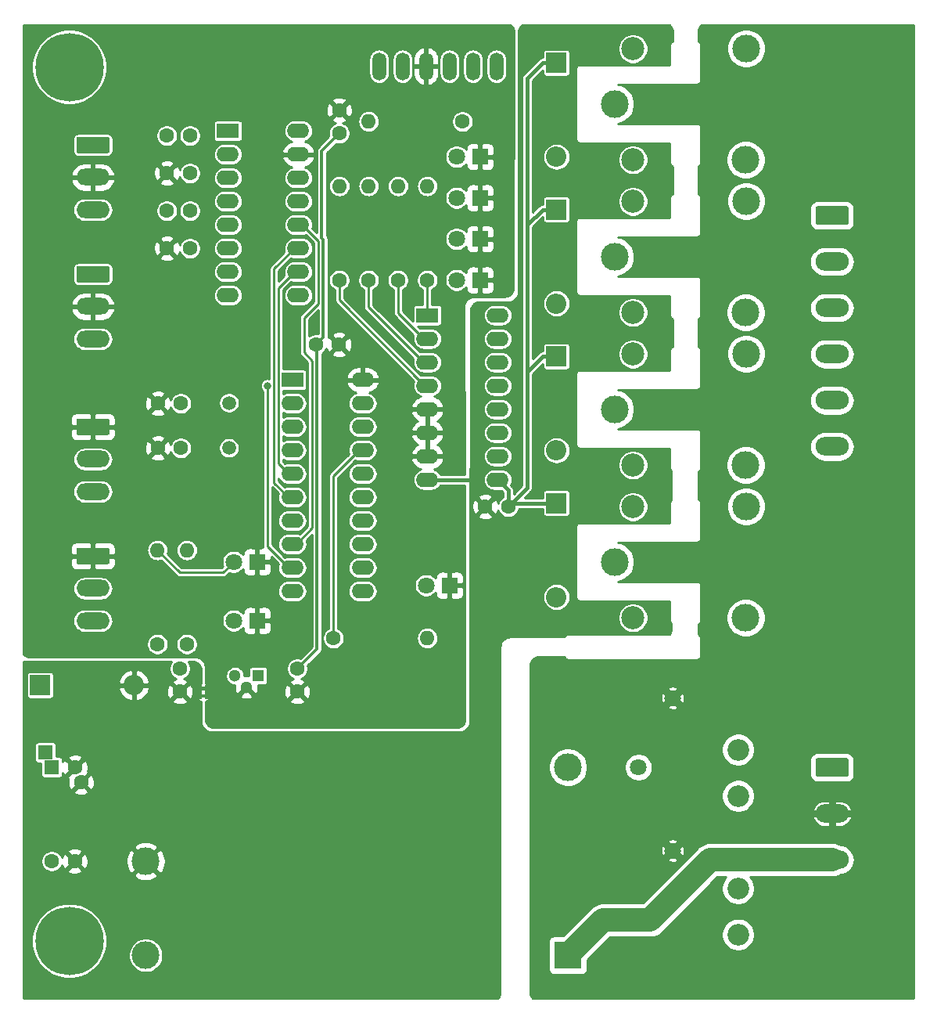
<source format=gbr>
G04 #@! TF.GenerationSoftware,KiCad,Pcbnew,(5.1.4)-1*
G04 #@! TF.CreationDate,2019-09-13T09:00:30-04:00*
G04 #@! TF.ProjectId,projector-screen-controller,70726f6a-6563-4746-9f72-2d7363726565,0.2*
G04 #@! TF.SameCoordinates,Original*
G04 #@! TF.FileFunction,Copper,L2,Bot*
G04 #@! TF.FilePolarity,Positive*
%FSLAX46Y46*%
G04 Gerber Fmt 4.6, Leading zero omitted, Abs format (unit mm)*
G04 Created by KiCad (PCBNEW (5.1.4)-1) date 2019-09-13 09:00:30*
%MOMM*%
%LPD*%
G04 APERTURE LIST*
%ADD10C,0.100000*%
%ADD11C,1.800000*%
%ADD12R,1.800000X1.800000*%
%ADD13O,2.400000X1.600000*%
%ADD14R,2.400000X1.600000*%
%ADD15R,1.300000X1.300000*%
%ADD16C,1.300000*%
%ADD17C,1.500000*%
%ADD18C,3.000000*%
%ADD19C,2.500000*%
%ADD20O,2.200000X2.200000*%
%ADD21R,2.200000X2.200000*%
%ADD22C,1.600000*%
%ADD23R,1.600000X1.600000*%
%ADD24O,1.600000X1.600000*%
%ADD25O,3.600000X2.000000*%
%ADD26C,2.000000*%
%ADD27O,3.600000X1.800000*%
%ADD28C,0.500000*%
%ADD29R,3.000000X3.000000*%
%ADD30C,7.400000*%
%ADD31C,0.800000*%
%ADD32C,2.350000*%
%ADD33O,1.510000X3.010000*%
%ADD34C,0.350000*%
%ADD35C,0.250000*%
%ADD36C,0.400000*%
%ADD37C,2.500000*%
%ADD38C,0.254000*%
G04 APERTURE END LIST*
D10*
G36*
X94238000Y-118202000D02*
G01*
X94738000Y-118202000D01*
X94738000Y-117802000D01*
X94238000Y-117802000D01*
X94238000Y-118202000D01*
G37*
G36*
X94238000Y-117402000D02*
G01*
X94738000Y-117402000D01*
X94738000Y-117002000D01*
X94238000Y-117002000D01*
X94238000Y-117402000D01*
G37*
D11*
X118618000Y-106045000D03*
D12*
X121158000Y-106045000D03*
D13*
X126365000Y-76835000D03*
X118745000Y-94615000D03*
X126365000Y-79375000D03*
X118745000Y-92075000D03*
X126365000Y-81915000D03*
X118745000Y-89535000D03*
X126365000Y-84455000D03*
X118745000Y-86995000D03*
X126365000Y-86995000D03*
X118745000Y-84455000D03*
X126365000Y-89535000D03*
X118745000Y-81915000D03*
X126365000Y-92075000D03*
X118745000Y-79375000D03*
X126365000Y-94615000D03*
D14*
X118745000Y-76835000D03*
D15*
X100457000Y-115824000D03*
D16*
X97917000Y-115824000D03*
X99177000Y-117094000D03*
D17*
X97282000Y-86306000D03*
X97282000Y-91186000D03*
D18*
X139065000Y-103505000D03*
D19*
X141015000Y-97555000D03*
D18*
X153265000Y-97505000D03*
X153215000Y-109555000D03*
D19*
X141015000Y-109555000D03*
D18*
X139065000Y-86995000D03*
D19*
X141015000Y-81045000D03*
D18*
X153265000Y-80995000D03*
X153215000Y-93045000D03*
D19*
X141015000Y-93045000D03*
D18*
X139065000Y-70485000D03*
D19*
X141015000Y-64535000D03*
D18*
X153265000Y-64485000D03*
X153215000Y-76535000D03*
D19*
X141015000Y-76535000D03*
D18*
X139065000Y-53975000D03*
D19*
X141015000Y-48025000D03*
D18*
X153265000Y-47975000D03*
X153215000Y-60025000D03*
D19*
X141015000Y-60025000D03*
D11*
X121920000Y-73025000D03*
D12*
X124460000Y-73025000D03*
D11*
X121920000Y-68580000D03*
D12*
X124460000Y-68580000D03*
D11*
X121920000Y-64135000D03*
D12*
X124460000Y-64135000D03*
D11*
X121920000Y-59690000D03*
D12*
X124460000Y-59690000D03*
D11*
X97790000Y-109855000D03*
D12*
X100330000Y-109855000D03*
D11*
X97790000Y-103505000D03*
D12*
X100330000Y-103505000D03*
D20*
X132715000Y-107315000D03*
D21*
X132715000Y-97155000D03*
D20*
X86995000Y-116840000D03*
D21*
X76835000Y-116840000D03*
D20*
X132715000Y-91440000D03*
D21*
X132715000Y-81280000D03*
D20*
X132715000Y-75565000D03*
D21*
X132715000Y-65405000D03*
D20*
X132715000Y-59690000D03*
D21*
X132715000Y-49530000D03*
D22*
X125008000Y-97536000D03*
X127508000Y-97536000D03*
X81275937Y-127330000D03*
D23*
X77434063Y-124130000D03*
D22*
X80605000Y-125730000D03*
D23*
X78105000Y-125730000D03*
D22*
X80595191Y-135872129D03*
X78095191Y-135872129D03*
X104666051Y-117543949D03*
X104666051Y-115043949D03*
X91966051Y-117543949D03*
X91966051Y-115043949D03*
X93051000Y-65532000D03*
X90551000Y-65532000D03*
X93051000Y-69596000D03*
X90551000Y-69596000D03*
X93051000Y-61468000D03*
X90551000Y-61468000D03*
X93051000Y-57404000D03*
X90551000Y-57404000D03*
X89575000Y-86360000D03*
X92075000Y-86360000D03*
X89575000Y-91186000D03*
X92075000Y-91186000D03*
X109220000Y-54650000D03*
X109220000Y-57150000D03*
X109180000Y-80010000D03*
X106680000Y-80010000D03*
D24*
X118745000Y-111760000D03*
D22*
X108585000Y-111760000D03*
D24*
X109220000Y-62865000D03*
D22*
X109220000Y-73025000D03*
D24*
X112395000Y-62865000D03*
D22*
X112395000Y-73025000D03*
D24*
X115570000Y-62865000D03*
D22*
X115570000Y-73025000D03*
D24*
X92710000Y-102235000D03*
D22*
X92710000Y-112395000D03*
D24*
X89535000Y-102235000D03*
D22*
X89535000Y-112395000D03*
D24*
X112395000Y-55880000D03*
D22*
X122555000Y-55880000D03*
D24*
X118745000Y-62865000D03*
D22*
X118745000Y-73025000D03*
D13*
X104775000Y-56896000D03*
X97155000Y-74676000D03*
X104775000Y-59436000D03*
X97155000Y-72136000D03*
X104775000Y-61976000D03*
X97155000Y-69596000D03*
X104775000Y-64516000D03*
X97155000Y-67056000D03*
X104775000Y-67056000D03*
X97155000Y-64516000D03*
X104775000Y-69596000D03*
X97155000Y-61976000D03*
X104775000Y-72136000D03*
X97155000Y-59436000D03*
X104775000Y-74676000D03*
D14*
X97155000Y-56896000D03*
D13*
X111760000Y-83820000D03*
X104140000Y-106680000D03*
X111760000Y-86360000D03*
X104140000Y-104140000D03*
X111760000Y-88900000D03*
X104140000Y-101600000D03*
X111760000Y-91440000D03*
X104140000Y-99060000D03*
X111760000Y-93980000D03*
X104140000Y-96520000D03*
X111760000Y-96520000D03*
X104140000Y-93980000D03*
X111760000Y-99060000D03*
X104140000Y-91440000D03*
X111760000Y-101600000D03*
X104140000Y-88900000D03*
X111760000Y-104140000D03*
X104140000Y-86360000D03*
X111760000Y-106680000D03*
D14*
X104140000Y-83820000D03*
D25*
X162560000Y-91040000D03*
X162560000Y-86040000D03*
X162560000Y-81040000D03*
X162560000Y-76040000D03*
X162560000Y-71040000D03*
D10*
G36*
X164134504Y-65041204D02*
G01*
X164158773Y-65044804D01*
X164182571Y-65050765D01*
X164205671Y-65059030D01*
X164227849Y-65069520D01*
X164248893Y-65082133D01*
X164268598Y-65096747D01*
X164286777Y-65113223D01*
X164303253Y-65131402D01*
X164317867Y-65151107D01*
X164330480Y-65172151D01*
X164340970Y-65194329D01*
X164349235Y-65217429D01*
X164355196Y-65241227D01*
X164358796Y-65265496D01*
X164360000Y-65290000D01*
X164360000Y-66790000D01*
X164358796Y-66814504D01*
X164355196Y-66838773D01*
X164349235Y-66862571D01*
X164340970Y-66885671D01*
X164330480Y-66907849D01*
X164317867Y-66928893D01*
X164303253Y-66948598D01*
X164286777Y-66966777D01*
X164268598Y-66983253D01*
X164248893Y-66997867D01*
X164227849Y-67010480D01*
X164205671Y-67020970D01*
X164182571Y-67029235D01*
X164158773Y-67035196D01*
X164134504Y-67038796D01*
X164110000Y-67040000D01*
X161010000Y-67040000D01*
X160985496Y-67038796D01*
X160961227Y-67035196D01*
X160937429Y-67029235D01*
X160914329Y-67020970D01*
X160892151Y-67010480D01*
X160871107Y-66997867D01*
X160851402Y-66983253D01*
X160833223Y-66966777D01*
X160816747Y-66948598D01*
X160802133Y-66928893D01*
X160789520Y-66907849D01*
X160779030Y-66885671D01*
X160770765Y-66862571D01*
X160764804Y-66838773D01*
X160761204Y-66814504D01*
X160760000Y-66790000D01*
X160760000Y-65290000D01*
X160761204Y-65265496D01*
X160764804Y-65241227D01*
X160770765Y-65217429D01*
X160779030Y-65194329D01*
X160789520Y-65172151D01*
X160802133Y-65151107D01*
X160816747Y-65131402D01*
X160833223Y-65113223D01*
X160851402Y-65096747D01*
X160871107Y-65082133D01*
X160892151Y-65069520D01*
X160914329Y-65059030D01*
X160937429Y-65050765D01*
X160961227Y-65044804D01*
X160985496Y-65041204D01*
X161010000Y-65040000D01*
X164110000Y-65040000D01*
X164134504Y-65041204D01*
X164134504Y-65041204D01*
G37*
D26*
X162560000Y-66040000D03*
D27*
X82550000Y-109870000D03*
X82550000Y-106370000D03*
D10*
G36*
X84124504Y-101971204D02*
G01*
X84148773Y-101974804D01*
X84172571Y-101980765D01*
X84195671Y-101989030D01*
X84217849Y-101999520D01*
X84238893Y-102012133D01*
X84258598Y-102026747D01*
X84276777Y-102043223D01*
X84293253Y-102061402D01*
X84307867Y-102081107D01*
X84320480Y-102102151D01*
X84330970Y-102124329D01*
X84339235Y-102147429D01*
X84345196Y-102171227D01*
X84348796Y-102195496D01*
X84350000Y-102220000D01*
X84350000Y-103520000D01*
X84348796Y-103544504D01*
X84345196Y-103568773D01*
X84339235Y-103592571D01*
X84330970Y-103615671D01*
X84320480Y-103637849D01*
X84307867Y-103658893D01*
X84293253Y-103678598D01*
X84276777Y-103696777D01*
X84258598Y-103713253D01*
X84238893Y-103727867D01*
X84217849Y-103740480D01*
X84195671Y-103750970D01*
X84172571Y-103759235D01*
X84148773Y-103765196D01*
X84124504Y-103768796D01*
X84100000Y-103770000D01*
X81000000Y-103770000D01*
X80975496Y-103768796D01*
X80951227Y-103765196D01*
X80927429Y-103759235D01*
X80904329Y-103750970D01*
X80882151Y-103740480D01*
X80861107Y-103727867D01*
X80841402Y-103713253D01*
X80823223Y-103696777D01*
X80806747Y-103678598D01*
X80792133Y-103658893D01*
X80779520Y-103637849D01*
X80769030Y-103615671D01*
X80760765Y-103592571D01*
X80754804Y-103568773D01*
X80751204Y-103544504D01*
X80750000Y-103520000D01*
X80750000Y-102220000D01*
X80751204Y-102195496D01*
X80754804Y-102171227D01*
X80760765Y-102147429D01*
X80769030Y-102124329D01*
X80779520Y-102102151D01*
X80792133Y-102081107D01*
X80806747Y-102061402D01*
X80823223Y-102043223D01*
X80841402Y-102026747D01*
X80861107Y-102012133D01*
X80882151Y-101999520D01*
X80904329Y-101989030D01*
X80927429Y-101980765D01*
X80951227Y-101974804D01*
X80975496Y-101971204D01*
X81000000Y-101970000D01*
X84100000Y-101970000D01*
X84124504Y-101971204D01*
X84124504Y-101971204D01*
G37*
D11*
X82550000Y-102870000D03*
D27*
X82550000Y-95900000D03*
X82550000Y-92400000D03*
D10*
G36*
X84124504Y-88001204D02*
G01*
X84148773Y-88004804D01*
X84172571Y-88010765D01*
X84195671Y-88019030D01*
X84217849Y-88029520D01*
X84238893Y-88042133D01*
X84258598Y-88056747D01*
X84276777Y-88073223D01*
X84293253Y-88091402D01*
X84307867Y-88111107D01*
X84320480Y-88132151D01*
X84330970Y-88154329D01*
X84339235Y-88177429D01*
X84345196Y-88201227D01*
X84348796Y-88225496D01*
X84350000Y-88250000D01*
X84350000Y-89550000D01*
X84348796Y-89574504D01*
X84345196Y-89598773D01*
X84339235Y-89622571D01*
X84330970Y-89645671D01*
X84320480Y-89667849D01*
X84307867Y-89688893D01*
X84293253Y-89708598D01*
X84276777Y-89726777D01*
X84258598Y-89743253D01*
X84238893Y-89757867D01*
X84217849Y-89770480D01*
X84195671Y-89780970D01*
X84172571Y-89789235D01*
X84148773Y-89795196D01*
X84124504Y-89798796D01*
X84100000Y-89800000D01*
X81000000Y-89800000D01*
X80975496Y-89798796D01*
X80951227Y-89795196D01*
X80927429Y-89789235D01*
X80904329Y-89780970D01*
X80882151Y-89770480D01*
X80861107Y-89757867D01*
X80841402Y-89743253D01*
X80823223Y-89726777D01*
X80806747Y-89708598D01*
X80792133Y-89688893D01*
X80779520Y-89667849D01*
X80769030Y-89645671D01*
X80760765Y-89622571D01*
X80754804Y-89598773D01*
X80751204Y-89574504D01*
X80750000Y-89550000D01*
X80750000Y-88250000D01*
X80751204Y-88225496D01*
X80754804Y-88201227D01*
X80760765Y-88177429D01*
X80769030Y-88154329D01*
X80779520Y-88132151D01*
X80792133Y-88111107D01*
X80806747Y-88091402D01*
X80823223Y-88073223D01*
X80841402Y-88056747D01*
X80861107Y-88042133D01*
X80882151Y-88029520D01*
X80904329Y-88019030D01*
X80927429Y-88010765D01*
X80951227Y-88004804D01*
X80975496Y-88001204D01*
X81000000Y-88000000D01*
X84100000Y-88000000D01*
X84124504Y-88001204D01*
X84124504Y-88001204D01*
G37*
D11*
X82550000Y-88900000D03*
D27*
X82550000Y-79390000D03*
X82550000Y-75890000D03*
D10*
G36*
X84124504Y-71491204D02*
G01*
X84148773Y-71494804D01*
X84172571Y-71500765D01*
X84195671Y-71509030D01*
X84217849Y-71519520D01*
X84238893Y-71532133D01*
X84258598Y-71546747D01*
X84276777Y-71563223D01*
X84293253Y-71581402D01*
X84307867Y-71601107D01*
X84320480Y-71622151D01*
X84330970Y-71644329D01*
X84339235Y-71667429D01*
X84345196Y-71691227D01*
X84348796Y-71715496D01*
X84350000Y-71740000D01*
X84350000Y-73040000D01*
X84348796Y-73064504D01*
X84345196Y-73088773D01*
X84339235Y-73112571D01*
X84330970Y-73135671D01*
X84320480Y-73157849D01*
X84307867Y-73178893D01*
X84293253Y-73198598D01*
X84276777Y-73216777D01*
X84258598Y-73233253D01*
X84238893Y-73247867D01*
X84217849Y-73260480D01*
X84195671Y-73270970D01*
X84172571Y-73279235D01*
X84148773Y-73285196D01*
X84124504Y-73288796D01*
X84100000Y-73290000D01*
X81000000Y-73290000D01*
X80975496Y-73288796D01*
X80951227Y-73285196D01*
X80927429Y-73279235D01*
X80904329Y-73270970D01*
X80882151Y-73260480D01*
X80861107Y-73247867D01*
X80841402Y-73233253D01*
X80823223Y-73216777D01*
X80806747Y-73198598D01*
X80792133Y-73178893D01*
X80779520Y-73157849D01*
X80769030Y-73135671D01*
X80760765Y-73112571D01*
X80754804Y-73088773D01*
X80751204Y-73064504D01*
X80750000Y-73040000D01*
X80750000Y-71740000D01*
X80751204Y-71715496D01*
X80754804Y-71691227D01*
X80760765Y-71667429D01*
X80769030Y-71644329D01*
X80779520Y-71622151D01*
X80792133Y-71601107D01*
X80806747Y-71581402D01*
X80823223Y-71563223D01*
X80841402Y-71546747D01*
X80861107Y-71532133D01*
X80882151Y-71519520D01*
X80904329Y-71509030D01*
X80927429Y-71500765D01*
X80951227Y-71494804D01*
X80975496Y-71491204D01*
X81000000Y-71490000D01*
X84100000Y-71490000D01*
X84124504Y-71491204D01*
X84124504Y-71491204D01*
G37*
D11*
X82550000Y-72390000D03*
D27*
X82550000Y-65420000D03*
X82550000Y-61920000D03*
D10*
G36*
X84124504Y-57521204D02*
G01*
X84148773Y-57524804D01*
X84172571Y-57530765D01*
X84195671Y-57539030D01*
X84217849Y-57549520D01*
X84238893Y-57562133D01*
X84258598Y-57576747D01*
X84276777Y-57593223D01*
X84293253Y-57611402D01*
X84307867Y-57631107D01*
X84320480Y-57652151D01*
X84330970Y-57674329D01*
X84339235Y-57697429D01*
X84345196Y-57721227D01*
X84348796Y-57745496D01*
X84350000Y-57770000D01*
X84350000Y-59070000D01*
X84348796Y-59094504D01*
X84345196Y-59118773D01*
X84339235Y-59142571D01*
X84330970Y-59165671D01*
X84320480Y-59187849D01*
X84307867Y-59208893D01*
X84293253Y-59228598D01*
X84276777Y-59246777D01*
X84258598Y-59263253D01*
X84238893Y-59277867D01*
X84217849Y-59290480D01*
X84195671Y-59300970D01*
X84172571Y-59309235D01*
X84148773Y-59315196D01*
X84124504Y-59318796D01*
X84100000Y-59320000D01*
X81000000Y-59320000D01*
X80975496Y-59318796D01*
X80951227Y-59315196D01*
X80927429Y-59309235D01*
X80904329Y-59300970D01*
X80882151Y-59290480D01*
X80861107Y-59277867D01*
X80841402Y-59263253D01*
X80823223Y-59246777D01*
X80806747Y-59228598D01*
X80792133Y-59208893D01*
X80779520Y-59187849D01*
X80769030Y-59165671D01*
X80760765Y-59142571D01*
X80754804Y-59118773D01*
X80751204Y-59094504D01*
X80750000Y-59070000D01*
X80750000Y-57770000D01*
X80751204Y-57745496D01*
X80754804Y-57721227D01*
X80760765Y-57697429D01*
X80769030Y-57674329D01*
X80779520Y-57652151D01*
X80792133Y-57631107D01*
X80806747Y-57611402D01*
X80823223Y-57593223D01*
X80841402Y-57576747D01*
X80861107Y-57562133D01*
X80882151Y-57549520D01*
X80904329Y-57539030D01*
X80927429Y-57530765D01*
X80951227Y-57524804D01*
X80975496Y-57521204D01*
X81000000Y-57520000D01*
X84100000Y-57520000D01*
X84124504Y-57521204D01*
X84124504Y-57521204D01*
G37*
D11*
X82550000Y-58420000D03*
D25*
X162560000Y-135730000D03*
X162560000Y-130730000D03*
D10*
G36*
X164134504Y-124731204D02*
G01*
X164158773Y-124734804D01*
X164182571Y-124740765D01*
X164205671Y-124749030D01*
X164227849Y-124759520D01*
X164248893Y-124772133D01*
X164268598Y-124786747D01*
X164286777Y-124803223D01*
X164303253Y-124821402D01*
X164317867Y-124841107D01*
X164330480Y-124862151D01*
X164340970Y-124884329D01*
X164349235Y-124907429D01*
X164355196Y-124931227D01*
X164358796Y-124955496D01*
X164360000Y-124980000D01*
X164360000Y-126480000D01*
X164358796Y-126504504D01*
X164355196Y-126528773D01*
X164349235Y-126552571D01*
X164340970Y-126575671D01*
X164330480Y-126597849D01*
X164317867Y-126618893D01*
X164303253Y-126638598D01*
X164286777Y-126656777D01*
X164268598Y-126673253D01*
X164248893Y-126687867D01*
X164227849Y-126700480D01*
X164205671Y-126710970D01*
X164182571Y-126719235D01*
X164158773Y-126725196D01*
X164134504Y-126728796D01*
X164110000Y-126730000D01*
X161010000Y-126730000D01*
X160985496Y-126728796D01*
X160961227Y-126725196D01*
X160937429Y-126719235D01*
X160914329Y-126710970D01*
X160892151Y-126700480D01*
X160871107Y-126687867D01*
X160851402Y-126673253D01*
X160833223Y-126656777D01*
X160816747Y-126638598D01*
X160802133Y-126618893D01*
X160789520Y-126597849D01*
X160779030Y-126575671D01*
X160770765Y-126552571D01*
X160764804Y-126528773D01*
X160761204Y-126504504D01*
X160760000Y-126480000D01*
X160760000Y-124980000D01*
X160761204Y-124955496D01*
X160764804Y-124931227D01*
X160770765Y-124907429D01*
X160779030Y-124884329D01*
X160789520Y-124862151D01*
X160802133Y-124841107D01*
X160816747Y-124821402D01*
X160833223Y-124803223D01*
X160851402Y-124786747D01*
X160871107Y-124772133D01*
X160892151Y-124759520D01*
X160914329Y-124749030D01*
X160937429Y-124740765D01*
X160961227Y-124734804D01*
X160985496Y-124731204D01*
X161010000Y-124730000D01*
X164110000Y-124730000D01*
X164134504Y-124731204D01*
X164134504Y-124731204D01*
G37*
D26*
X162560000Y-125730000D03*
D28*
X93838000Y-117602000D03*
D10*
G36*
X94338000Y-118352000D02*
G01*
X93838000Y-118352000D01*
X93838000Y-118351398D01*
X93813466Y-118351398D01*
X93764635Y-118346588D01*
X93716510Y-118337016D01*
X93669555Y-118322772D01*
X93624222Y-118303995D01*
X93580949Y-118280864D01*
X93540150Y-118253604D01*
X93502221Y-118222476D01*
X93467524Y-118187779D01*
X93436396Y-118149850D01*
X93409136Y-118109051D01*
X93386005Y-118065778D01*
X93367228Y-118020445D01*
X93352984Y-117973490D01*
X93343412Y-117925365D01*
X93338602Y-117876534D01*
X93338602Y-117852000D01*
X93338000Y-117852000D01*
X93338000Y-117352000D01*
X93338602Y-117352000D01*
X93338602Y-117327466D01*
X93343412Y-117278635D01*
X93352984Y-117230510D01*
X93367228Y-117183555D01*
X93386005Y-117138222D01*
X93409136Y-117094949D01*
X93436396Y-117054150D01*
X93467524Y-117016221D01*
X93502221Y-116981524D01*
X93540150Y-116950396D01*
X93580949Y-116923136D01*
X93624222Y-116900005D01*
X93669555Y-116881228D01*
X93716510Y-116866984D01*
X93764635Y-116857412D01*
X93813466Y-116852602D01*
X93838000Y-116852602D01*
X93838000Y-116852000D01*
X94338000Y-116852000D01*
X94338000Y-118352000D01*
X94338000Y-118352000D01*
G37*
D28*
X95138000Y-117602000D03*
D10*
G36*
X95138000Y-116852602D02*
G01*
X95162534Y-116852602D01*
X95211365Y-116857412D01*
X95259490Y-116866984D01*
X95306445Y-116881228D01*
X95351778Y-116900005D01*
X95395051Y-116923136D01*
X95435850Y-116950396D01*
X95473779Y-116981524D01*
X95508476Y-117016221D01*
X95539604Y-117054150D01*
X95566864Y-117094949D01*
X95589995Y-117138222D01*
X95608772Y-117183555D01*
X95623016Y-117230510D01*
X95632588Y-117278635D01*
X95637398Y-117327466D01*
X95637398Y-117352000D01*
X95638000Y-117352000D01*
X95638000Y-117852000D01*
X95637398Y-117852000D01*
X95637398Y-117876534D01*
X95632588Y-117925365D01*
X95623016Y-117973490D01*
X95608772Y-118020445D01*
X95589995Y-118065778D01*
X95566864Y-118109051D01*
X95539604Y-118149850D01*
X95508476Y-118187779D01*
X95473779Y-118222476D01*
X95435850Y-118253604D01*
X95395051Y-118280864D01*
X95351778Y-118303995D01*
X95306445Y-118322772D01*
X95259490Y-118337016D01*
X95211365Y-118346588D01*
X95162534Y-118351398D01*
X95138000Y-118351398D01*
X95138000Y-118352000D01*
X94638000Y-118352000D01*
X94638000Y-116852000D01*
X95138000Y-116852000D01*
X95138000Y-116852602D01*
X95138000Y-116852602D01*
G37*
D18*
X88265000Y-135890000D03*
X133985000Y-125730000D03*
X88265000Y-146050000D03*
D29*
X133985000Y-146050000D03*
D30*
X166500000Y-144500000D03*
D31*
X169275000Y-144500000D03*
X168462221Y-146462221D03*
X166500000Y-147275000D03*
X164537779Y-146462221D03*
X163725000Y-144500000D03*
X164537779Y-142537779D03*
X166500000Y-141725000D03*
X168462221Y-142537779D03*
D30*
X166500000Y-50000000D03*
D31*
X169275000Y-50000000D03*
X168462221Y-51962221D03*
X166500000Y-52775000D03*
X164537779Y-51962221D03*
X163725000Y-50000000D03*
X164537779Y-48037779D03*
X166500000Y-47225000D03*
X168462221Y-48037779D03*
D32*
X152400000Y-138825000D03*
X152400000Y-143825000D03*
X152400000Y-128825000D03*
X152400000Y-123825000D03*
D31*
X81962221Y-48037779D03*
X80000000Y-47225000D03*
X78037779Y-48037779D03*
X77225000Y-50000000D03*
X78037779Y-51962221D03*
X80000000Y-52775000D03*
X81962221Y-51962221D03*
X82775000Y-50000000D03*
D30*
X80000000Y-50000000D03*
X80000000Y-144500000D03*
D31*
X82775000Y-144500000D03*
X81962221Y-146462221D03*
X80000000Y-147275000D03*
X78037779Y-146462221D03*
X77225000Y-144500000D03*
X78037779Y-142537779D03*
X80000000Y-141725000D03*
X81962221Y-142537779D03*
D11*
X141605000Y-142240000D03*
X145305000Y-134740000D03*
X141605000Y-125730000D03*
X145305000Y-118230000D03*
D33*
X113538000Y-49911000D03*
X116078000Y-49911000D03*
X118618000Y-49911000D03*
X121158000Y-49911000D03*
X123698000Y-49911000D03*
X126238000Y-49911000D03*
D31*
X114935000Y-53975000D03*
X104140000Y-80010000D03*
X97028000Y-96520000D03*
X122301000Y-78740000D03*
X126873000Y-46609000D03*
X99187000Y-113792000D03*
X122174000Y-116586000D03*
X78232000Y-113411000D03*
X85217000Y-46609000D03*
X106299000Y-46482000D03*
X106553000Y-77724000D03*
X101439980Y-84455000D03*
X129921000Y-46609000D03*
X144272000Y-46609000D03*
X144272000Y-62103000D03*
X144272000Y-78740000D03*
X144272000Y-95123000D03*
X144272000Y-110490000D03*
X126111000Y-116586000D03*
X124079000Y-116586000D03*
X123952000Y-94615000D03*
X102108000Y-122936000D03*
X102108000Y-125222000D03*
X118872000Y-122936000D03*
X118872000Y-125222000D03*
X123952000Y-78740000D03*
X82550000Y-122936000D03*
X78232000Y-114681000D03*
X76073000Y-135890000D03*
X118872000Y-149733000D03*
X102108000Y-149733000D03*
X85344000Y-149733000D03*
D34*
X106807000Y-80137000D02*
X106680000Y-80010000D01*
X106807000Y-112903000D02*
X106807000Y-80137000D01*
X104666051Y-115043949D02*
X106807000Y-112903000D01*
X107479999Y-68653877D02*
X107315000Y-68488878D01*
X107315000Y-59055000D02*
X109220000Y-57150000D01*
X107479999Y-79210001D02*
X107479999Y-68653877D01*
X107315000Y-68488878D02*
X107315000Y-59055000D01*
X106680000Y-80010000D02*
X107479999Y-79210001D01*
D35*
X82060000Y-75890000D02*
X82135010Y-75814990D01*
D34*
X104375000Y-59436000D02*
X104775000Y-59436000D01*
X82550000Y-61920000D02*
X83450000Y-61920000D01*
X111360000Y-83820000D02*
X111760000Y-83820000D01*
D35*
X109220000Y-73025000D02*
X109220000Y-75184000D01*
X109220000Y-75184000D02*
X118491000Y-84455000D01*
X118745000Y-73025000D02*
X118745000Y-76835000D01*
X115570000Y-73025000D02*
X115570000Y-76600000D01*
X115570000Y-76600000D02*
X118345000Y-79375000D01*
X112395000Y-73025000D02*
X112395000Y-75965000D01*
X112395000Y-75965000D02*
X118345000Y-81915000D01*
X104521000Y-72390000D02*
X104775000Y-72136000D01*
X103740000Y-93980000D02*
X104140000Y-93980000D01*
X102614990Y-92854990D02*
X103740000Y-93980000D01*
X102614990Y-73896010D02*
X102614990Y-92854990D01*
X104375000Y-72136000D02*
X102614990Y-73896010D01*
X104775000Y-72136000D02*
X104375000Y-72136000D01*
X103740000Y-96520000D02*
X104140000Y-96520000D01*
X102164980Y-94944980D02*
X103740000Y-96520000D01*
X102164980Y-71806020D02*
X102164980Y-94944980D01*
X104375000Y-69596000D02*
X102164980Y-71806020D01*
X104775000Y-69596000D02*
X104375000Y-69596000D01*
X104375000Y-67056000D02*
X104775000Y-67056000D01*
X104540000Y-101600000D02*
X104140000Y-101600000D01*
X106306989Y-99833011D02*
X104540000Y-101600000D01*
X106306989Y-81773488D02*
X106306989Y-99833011D01*
X105175000Y-67056000D02*
X106934000Y-68815000D01*
X106934000Y-68815000D02*
X106934000Y-75565000D01*
X106934000Y-75565000D02*
X105410000Y-77089000D01*
X105410000Y-77089000D02*
X105410000Y-80876499D01*
X104775000Y-67056000D02*
X105175000Y-67056000D01*
X105410000Y-80876499D02*
X106306989Y-81773488D01*
D36*
X129540000Y-51205000D02*
X129540000Y-67310000D01*
X131215000Y-49530000D02*
X129540000Y-51205000D01*
X132715000Y-49530000D02*
X131215000Y-49530000D01*
X129540000Y-67080000D02*
X129540000Y-67310000D01*
X131215000Y-65405000D02*
X129540000Y-67080000D01*
X132715000Y-65405000D02*
X131215000Y-65405000D01*
X129540000Y-83820000D02*
X129540000Y-67310000D01*
X129540000Y-82955000D02*
X129540000Y-83820000D01*
X131215000Y-81280000D02*
X129540000Y-82955000D01*
X132715000Y-81280000D02*
X131215000Y-81280000D01*
X129540000Y-95504000D02*
X127508000Y-97536000D01*
X129540000Y-83820000D02*
X129540000Y-95504000D01*
X127889000Y-97155000D02*
X127508000Y-97536000D01*
X132715000Y-97155000D02*
X127889000Y-97155000D01*
X127508000Y-95758000D02*
X126365000Y-94615000D01*
X127508000Y-97536000D02*
X127508000Y-95758000D01*
D37*
X137795000Y-142240000D02*
X133985000Y-146050000D01*
X141605000Y-142240000D02*
X137795000Y-142240000D01*
X142875000Y-142240000D02*
X141605000Y-142240000D01*
X162560000Y-135730000D02*
X149385000Y-135730000D01*
X149385000Y-135730000D02*
X142875000Y-142240000D01*
D35*
X103740000Y-104140000D02*
X104140000Y-104140000D01*
X101439980Y-101839980D02*
X103740000Y-104140000D01*
X101439980Y-84455000D02*
X101439980Y-101839980D01*
X91948000Y-104648000D02*
X89535000Y-102235000D01*
X97790000Y-103505000D02*
X96647000Y-104648000D01*
X96647000Y-104648000D02*
X91948000Y-104648000D01*
X108585000Y-94215000D02*
X108585000Y-111760000D01*
X111360000Y-91440000D02*
X108585000Y-94215000D01*
X111760000Y-91440000D02*
X111360000Y-91440000D01*
D36*
X118745000Y-94615000D02*
X123952000Y-94615000D01*
D38*
G36*
X127884795Y-45594470D02*
G01*
X127992899Y-45727181D01*
X128073011Y-45878452D01*
X128122042Y-46042449D01*
X128138694Y-46219103D01*
X128020283Y-73927506D01*
X128002247Y-74103394D01*
X127952172Y-74266432D01*
X127871334Y-74416605D01*
X127762815Y-74548191D01*
X127630775Y-74656140D01*
X127480250Y-74736339D01*
X127317004Y-74785716D01*
X127141039Y-74803000D01*
X123812436Y-74803000D01*
X123799961Y-74803614D01*
X123604451Y-74822912D01*
X123579981Y-74827790D01*
X123392016Y-74884941D01*
X123368974Y-74894509D01*
X123195810Y-74987306D01*
X123175082Y-75001195D01*
X123023403Y-75126056D01*
X123005790Y-75143729D01*
X122881450Y-75295836D01*
X122867633Y-75316611D01*
X122775430Y-75490092D01*
X122765941Y-75513168D01*
X122709436Y-75701328D01*
X122704642Y-75725813D01*
X122686014Y-75921389D01*
X122685443Y-75933867D01*
X122747536Y-94034000D01*
X120173571Y-94034000D01*
X120131717Y-93955697D01*
X119984134Y-93775866D01*
X119804303Y-93628283D01*
X119599136Y-93518619D01*
X119456185Y-93475255D01*
X119549514Y-93457650D01*
X119811483Y-93352166D01*
X120047839Y-93197601D01*
X120249500Y-92999895D01*
X120408715Y-92766646D01*
X120519367Y-92506818D01*
X120536904Y-92424039D01*
X120414915Y-92202000D01*
X118872000Y-92202000D01*
X118872000Y-92222000D01*
X118618000Y-92222000D01*
X118618000Y-92202000D01*
X117075085Y-92202000D01*
X116953096Y-92424039D01*
X116970633Y-92506818D01*
X117081285Y-92766646D01*
X117240500Y-92999895D01*
X117442161Y-93197601D01*
X117678517Y-93352166D01*
X117940486Y-93457650D01*
X118033815Y-93475255D01*
X117890864Y-93518619D01*
X117685697Y-93628283D01*
X117505866Y-93775866D01*
X117358283Y-93955697D01*
X117248619Y-94160864D01*
X117181088Y-94383484D01*
X117158286Y-94615000D01*
X117181088Y-94846516D01*
X117248619Y-95069136D01*
X117358283Y-95274303D01*
X117505866Y-95454134D01*
X117685697Y-95601717D01*
X117890864Y-95711381D01*
X118113484Y-95778912D01*
X118286984Y-95796000D01*
X119203016Y-95796000D01*
X119376516Y-95778912D01*
X119599136Y-95711381D01*
X119804303Y-95601717D01*
X119984134Y-95454134D01*
X120131717Y-95274303D01*
X120173571Y-95196000D01*
X122751522Y-95196000D01*
X122808994Y-111949007D01*
X122809000Y-111952215D01*
X122809000Y-120532766D01*
X122791624Y-120709189D01*
X122741978Y-120872850D01*
X122661362Y-121023672D01*
X122552870Y-121155870D01*
X122420672Y-121264362D01*
X122269850Y-121344978D01*
X122106189Y-121394624D01*
X121929766Y-121412000D01*
X95621234Y-121412000D01*
X95444811Y-121394624D01*
X95281150Y-121344978D01*
X95130328Y-121264362D01*
X94998130Y-121155870D01*
X94889638Y-121023672D01*
X94809022Y-120872850D01*
X94759376Y-120709189D01*
X94742000Y-120532766D01*
X94742000Y-118582608D01*
X94773704Y-118579499D01*
X94809392Y-118576251D01*
X94810671Y-118575875D01*
X94812003Y-118575744D01*
X94846368Y-118565369D01*
X94880725Y-118555257D01*
X94881908Y-118554638D01*
X94883188Y-118554252D01*
X94914850Y-118537417D01*
X94916315Y-118536651D01*
X103852954Y-118536651D01*
X103924537Y-118780620D01*
X104180047Y-118901520D01*
X104454235Y-118970249D01*
X104736563Y-118984166D01*
X105016181Y-118942736D01*
X105282343Y-118847552D01*
X105407565Y-118780620D01*
X105479148Y-118536651D01*
X104666051Y-117723554D01*
X103852954Y-118536651D01*
X94916315Y-118536651D01*
X94946622Y-118520807D01*
X94947663Y-118519970D01*
X94948842Y-118519343D01*
X94976605Y-118496700D01*
X95004572Y-118474214D01*
X95005431Y-118473190D01*
X95006466Y-118472346D01*
X95029311Y-118444731D01*
X95052368Y-118417252D01*
X95053012Y-118416081D01*
X95053863Y-118415052D01*
X95070894Y-118383554D01*
X95088191Y-118352092D01*
X95088596Y-118350816D01*
X95089230Y-118349643D01*
X95099829Y-118315402D01*
X95110674Y-118281214D01*
X95110823Y-118279888D01*
X95111218Y-118278611D01*
X95114968Y-118242936D01*
X95118963Y-118207320D01*
X95118981Y-118204757D01*
X95118991Y-118204660D01*
X95118982Y-118204563D01*
X95119000Y-118202000D01*
X95119000Y-117979527D01*
X98471078Y-117979527D01*
X98524466Y-118208201D01*
X98754374Y-118314095D01*
X99000524Y-118373102D01*
X99253455Y-118382952D01*
X99503449Y-118343270D01*
X99740896Y-118255578D01*
X99829534Y-118208201D01*
X99882922Y-117979527D01*
X99177000Y-117273605D01*
X98471078Y-117979527D01*
X95119000Y-117979527D01*
X95119000Y-117802000D01*
X95115499Y-117766296D01*
X95112251Y-117730608D01*
X95111875Y-117729329D01*
X95111744Y-117727997D01*
X95101369Y-117693632D01*
X95091257Y-117659275D01*
X95090638Y-117658092D01*
X95090252Y-117656812D01*
X95073417Y-117625150D01*
X95061121Y-117601629D01*
X95070894Y-117583554D01*
X95088191Y-117552092D01*
X95088596Y-117550816D01*
X95089230Y-117549643D01*
X95099829Y-117515402D01*
X95110674Y-117481214D01*
X95110823Y-117479888D01*
X95111218Y-117478611D01*
X95114968Y-117442936D01*
X95118963Y-117407320D01*
X95118981Y-117404757D01*
X95118991Y-117404660D01*
X95118982Y-117404563D01*
X95119000Y-117402000D01*
X95119000Y-117002000D01*
X95115499Y-116966296D01*
X95112251Y-116930608D01*
X95111875Y-116929329D01*
X95111744Y-116927997D01*
X95101369Y-116893632D01*
X95091257Y-116859275D01*
X95090638Y-116858092D01*
X95090252Y-116856812D01*
X95073417Y-116825150D01*
X95056807Y-116793378D01*
X95055970Y-116792337D01*
X95055343Y-116791158D01*
X95032700Y-116763395D01*
X95010214Y-116735428D01*
X95009190Y-116734569D01*
X95008346Y-116733534D01*
X94980731Y-116710689D01*
X94953252Y-116687632D01*
X94952081Y-116686988D01*
X94951052Y-116686137D01*
X94919554Y-116669106D01*
X94888092Y-116651809D01*
X94886816Y-116651404D01*
X94885643Y-116650770D01*
X94851402Y-116640171D01*
X94817214Y-116629326D01*
X94815888Y-116629177D01*
X94814611Y-116628782D01*
X94778936Y-116625032D01*
X94743320Y-116621037D01*
X94742000Y-116621028D01*
X94742000Y-115722455D01*
X96886000Y-115722455D01*
X96886000Y-115925545D01*
X96925620Y-116124732D01*
X97003339Y-116312362D01*
X97116170Y-116481224D01*
X97259776Y-116624830D01*
X97428638Y-116737661D01*
X97616268Y-116815380D01*
X97815455Y-116855000D01*
X97912886Y-116855000D01*
X97897898Y-116917524D01*
X97888048Y-117170455D01*
X97927730Y-117420449D01*
X98015422Y-117657896D01*
X98062799Y-117746534D01*
X98291473Y-117799922D01*
X98997395Y-117094000D01*
X98983253Y-117079858D01*
X99162858Y-116900253D01*
X99177000Y-116914395D01*
X99191143Y-116900253D01*
X99370748Y-117079858D01*
X99356605Y-117094000D01*
X100062527Y-117799922D01*
X100291201Y-117746534D01*
X100352032Y-117614461D01*
X103225834Y-117614461D01*
X103267264Y-117894079D01*
X103362448Y-118160241D01*
X103429380Y-118285463D01*
X103673349Y-118357046D01*
X104486446Y-117543949D01*
X104845656Y-117543949D01*
X105658753Y-118357046D01*
X105902722Y-118285463D01*
X106023622Y-118029953D01*
X106092351Y-117755765D01*
X106106268Y-117473437D01*
X106064838Y-117193819D01*
X105969654Y-116927657D01*
X105902722Y-116802435D01*
X105658753Y-116730852D01*
X104845656Y-117543949D01*
X104486446Y-117543949D01*
X103673349Y-116730852D01*
X103429380Y-116802435D01*
X103308480Y-117057945D01*
X103239751Y-117332133D01*
X103225834Y-117614461D01*
X100352032Y-117614461D01*
X100397095Y-117516626D01*
X100456102Y-117270476D01*
X100465952Y-117017545D01*
X100440443Y-116856843D01*
X101107000Y-116856843D01*
X101181689Y-116849487D01*
X101253508Y-116827701D01*
X101319696Y-116792322D01*
X101377711Y-116744711D01*
X101425322Y-116686696D01*
X101460701Y-116620508D01*
X101482487Y-116548689D01*
X101489843Y-116474000D01*
X101489843Y-115174000D01*
X101482487Y-115099311D01*
X101460701Y-115027492D01*
X101425322Y-114961304D01*
X101377711Y-114903289D01*
X101319696Y-114855678D01*
X101253508Y-114820299D01*
X101181689Y-114798513D01*
X101107000Y-114791157D01*
X99807000Y-114791157D01*
X99732311Y-114798513D01*
X99660492Y-114820299D01*
X99594304Y-114855678D01*
X99536289Y-114903289D01*
X99488678Y-114961304D01*
X99453299Y-115027492D01*
X99431513Y-115099311D01*
X99424157Y-115174000D01*
X99424157Y-115831842D01*
X99353476Y-115814898D01*
X99100545Y-115805048D01*
X98948000Y-115829262D01*
X98948000Y-115722455D01*
X98908380Y-115523268D01*
X98830661Y-115335638D01*
X98717830Y-115166776D01*
X98574224Y-115023170D01*
X98405362Y-114910339D01*
X98217732Y-114832620D01*
X98018545Y-114793000D01*
X97815455Y-114793000D01*
X97616268Y-114832620D01*
X97428638Y-114910339D01*
X97259776Y-115023170D01*
X97116170Y-115166776D01*
X97003339Y-115335638D01*
X96925620Y-115523268D01*
X96886000Y-115722455D01*
X94742000Y-115722455D01*
X94742000Y-114911859D01*
X94741388Y-114899405D01*
X94722154Y-114704218D01*
X94717292Y-114679788D01*
X94660329Y-114492108D01*
X94650792Y-114469097D01*
X94558293Y-114296146D01*
X94544448Y-114275439D01*
X94419969Y-114123869D01*
X94402349Y-114106262D01*
X94250680Y-113981905D01*
X94229962Y-113968077D01*
X94056938Y-113875715D01*
X94033919Y-113866197D01*
X93846194Y-113809384D01*
X93821761Y-113804541D01*
X93626558Y-113785462D01*
X93614103Y-113784860D01*
X75682940Y-113799136D01*
X75506399Y-113781881D01*
X75342637Y-113732320D01*
X75191692Y-113651744D01*
X75059374Y-113543253D01*
X75036000Y-113514792D01*
X75036000Y-112278682D01*
X88354000Y-112278682D01*
X88354000Y-112511318D01*
X88399386Y-112739485D01*
X88488412Y-112954413D01*
X88617658Y-113147843D01*
X88782157Y-113312342D01*
X88975587Y-113441588D01*
X89190515Y-113530614D01*
X89418682Y-113576000D01*
X89651318Y-113576000D01*
X89879485Y-113530614D01*
X90094413Y-113441588D01*
X90287843Y-113312342D01*
X90452342Y-113147843D01*
X90581588Y-112954413D01*
X90670614Y-112739485D01*
X90716000Y-112511318D01*
X90716000Y-112278682D01*
X91529000Y-112278682D01*
X91529000Y-112511318D01*
X91574386Y-112739485D01*
X91663412Y-112954413D01*
X91792658Y-113147843D01*
X91957157Y-113312342D01*
X92150587Y-113441588D01*
X92365515Y-113530614D01*
X92593682Y-113576000D01*
X92826318Y-113576000D01*
X93054485Y-113530614D01*
X93269413Y-113441588D01*
X93462843Y-113312342D01*
X93627342Y-113147843D01*
X93756588Y-112954413D01*
X93845614Y-112739485D01*
X93891000Y-112511318D01*
X93891000Y-112278682D01*
X93845614Y-112050515D01*
X93756588Y-111835587D01*
X93627342Y-111642157D01*
X93462843Y-111477658D01*
X93269413Y-111348412D01*
X93054485Y-111259386D01*
X92826318Y-111214000D01*
X92593682Y-111214000D01*
X92365515Y-111259386D01*
X92150587Y-111348412D01*
X91957157Y-111477658D01*
X91792658Y-111642157D01*
X91663412Y-111835587D01*
X91574386Y-112050515D01*
X91529000Y-112278682D01*
X90716000Y-112278682D01*
X90670614Y-112050515D01*
X90581588Y-111835587D01*
X90452342Y-111642157D01*
X90287843Y-111477658D01*
X90094413Y-111348412D01*
X89879485Y-111259386D01*
X89651318Y-111214000D01*
X89418682Y-111214000D01*
X89190515Y-111259386D01*
X88975587Y-111348412D01*
X88782157Y-111477658D01*
X88617658Y-111642157D01*
X88488412Y-111835587D01*
X88399386Y-112050515D01*
X88354000Y-112278682D01*
X75036000Y-112278682D01*
X75036000Y-109870000D01*
X80362802Y-109870000D01*
X80387535Y-110121120D01*
X80460784Y-110362589D01*
X80579734Y-110585129D01*
X80739814Y-110780186D01*
X80934871Y-110940266D01*
X81157411Y-111059216D01*
X81398880Y-111132465D01*
X81587070Y-111151000D01*
X83512930Y-111151000D01*
X83701120Y-111132465D01*
X83942589Y-111059216D01*
X84165129Y-110940266D01*
X84360186Y-110780186D01*
X84520266Y-110585129D01*
X84639216Y-110362589D01*
X84712465Y-110121120D01*
X84737198Y-109870000D01*
X84723295Y-109728833D01*
X96509000Y-109728833D01*
X96509000Y-109981167D01*
X96558228Y-110228654D01*
X96654793Y-110461781D01*
X96794982Y-110671590D01*
X96973410Y-110850018D01*
X97183219Y-110990207D01*
X97416346Y-111086772D01*
X97663833Y-111136000D01*
X97916167Y-111136000D01*
X98163654Y-111086772D01*
X98396781Y-110990207D01*
X98606590Y-110850018D01*
X98785018Y-110671590D01*
X98792400Y-110660541D01*
X98791928Y-110755000D01*
X98804188Y-110879482D01*
X98840498Y-110999180D01*
X98899463Y-111109494D01*
X98978815Y-111206185D01*
X99075506Y-111285537D01*
X99185820Y-111344502D01*
X99305518Y-111380812D01*
X99430000Y-111393072D01*
X100044250Y-111390000D01*
X100203000Y-111231250D01*
X100203000Y-109982000D01*
X100457000Y-109982000D01*
X100457000Y-111231250D01*
X100615750Y-111390000D01*
X101230000Y-111393072D01*
X101354482Y-111380812D01*
X101474180Y-111344502D01*
X101584494Y-111285537D01*
X101681185Y-111206185D01*
X101760537Y-111109494D01*
X101819502Y-110999180D01*
X101855812Y-110879482D01*
X101868072Y-110755000D01*
X101865000Y-110140750D01*
X101706250Y-109982000D01*
X100457000Y-109982000D01*
X100203000Y-109982000D01*
X100183000Y-109982000D01*
X100183000Y-109728000D01*
X100203000Y-109728000D01*
X100203000Y-108478750D01*
X100457000Y-108478750D01*
X100457000Y-109728000D01*
X101706250Y-109728000D01*
X101865000Y-109569250D01*
X101868072Y-108955000D01*
X101855812Y-108830518D01*
X101819502Y-108710820D01*
X101760537Y-108600506D01*
X101681185Y-108503815D01*
X101584494Y-108424463D01*
X101474180Y-108365498D01*
X101354482Y-108329188D01*
X101230000Y-108316928D01*
X100615750Y-108320000D01*
X100457000Y-108478750D01*
X100203000Y-108478750D01*
X100044250Y-108320000D01*
X99430000Y-108316928D01*
X99305518Y-108329188D01*
X99185820Y-108365498D01*
X99075506Y-108424463D01*
X98978815Y-108503815D01*
X98899463Y-108600506D01*
X98840498Y-108710820D01*
X98804188Y-108830518D01*
X98791928Y-108955000D01*
X98792400Y-109049459D01*
X98785018Y-109038410D01*
X98606590Y-108859982D01*
X98396781Y-108719793D01*
X98163654Y-108623228D01*
X97916167Y-108574000D01*
X97663833Y-108574000D01*
X97416346Y-108623228D01*
X97183219Y-108719793D01*
X96973410Y-108859982D01*
X96794982Y-109038410D01*
X96654793Y-109248219D01*
X96558228Y-109481346D01*
X96509000Y-109728833D01*
X84723295Y-109728833D01*
X84712465Y-109618880D01*
X84639216Y-109377411D01*
X84520266Y-109154871D01*
X84360186Y-108959814D01*
X84165129Y-108799734D01*
X83942589Y-108680784D01*
X83701120Y-108607535D01*
X83512930Y-108589000D01*
X81587070Y-108589000D01*
X81398880Y-108607535D01*
X81157411Y-108680784D01*
X80934871Y-108799734D01*
X80739814Y-108959814D01*
X80579734Y-109154871D01*
X80460784Y-109377411D01*
X80387535Y-109618880D01*
X80362802Y-109870000D01*
X75036000Y-109870000D01*
X75036000Y-106370000D01*
X80362802Y-106370000D01*
X80387535Y-106621120D01*
X80460784Y-106862589D01*
X80579734Y-107085129D01*
X80739814Y-107280186D01*
X80934871Y-107440266D01*
X81157411Y-107559216D01*
X81398880Y-107632465D01*
X81587070Y-107651000D01*
X83512930Y-107651000D01*
X83701120Y-107632465D01*
X83942589Y-107559216D01*
X84165129Y-107440266D01*
X84360186Y-107280186D01*
X84520266Y-107085129D01*
X84639216Y-106862589D01*
X84694603Y-106680000D01*
X102553286Y-106680000D01*
X102576088Y-106911516D01*
X102643619Y-107134136D01*
X102753283Y-107339303D01*
X102900866Y-107519134D01*
X103080697Y-107666717D01*
X103285864Y-107776381D01*
X103508484Y-107843912D01*
X103681984Y-107861000D01*
X104598016Y-107861000D01*
X104771516Y-107843912D01*
X104994136Y-107776381D01*
X105199303Y-107666717D01*
X105379134Y-107519134D01*
X105526717Y-107339303D01*
X105636381Y-107134136D01*
X105703912Y-106911516D01*
X105726714Y-106680000D01*
X105703912Y-106448484D01*
X105636381Y-106225864D01*
X105526717Y-106020697D01*
X105379134Y-105840866D01*
X105199303Y-105693283D01*
X104994136Y-105583619D01*
X104771516Y-105516088D01*
X104598016Y-105499000D01*
X103681984Y-105499000D01*
X103508484Y-105516088D01*
X103285864Y-105583619D01*
X103080697Y-105693283D01*
X102900866Y-105840866D01*
X102753283Y-106020697D01*
X102643619Y-106225864D01*
X102576088Y-106448484D01*
X102553286Y-106680000D01*
X84694603Y-106680000D01*
X84712465Y-106621120D01*
X84737198Y-106370000D01*
X84712465Y-106118880D01*
X84639216Y-105877411D01*
X84520266Y-105654871D01*
X84360186Y-105459814D01*
X84165129Y-105299734D01*
X83942589Y-105180784D01*
X83701120Y-105107535D01*
X83512930Y-105089000D01*
X81587070Y-105089000D01*
X81398880Y-105107535D01*
X81157411Y-105180784D01*
X80934871Y-105299734D01*
X80739814Y-105459814D01*
X80579734Y-105654871D01*
X80460784Y-105877411D01*
X80387535Y-106118880D01*
X80362802Y-106370000D01*
X75036000Y-106370000D01*
X75036000Y-103770000D01*
X80111928Y-103770000D01*
X80124188Y-103894482D01*
X80160498Y-104014180D01*
X80219463Y-104124494D01*
X80298815Y-104221185D01*
X80395506Y-104300537D01*
X80505820Y-104359502D01*
X80625518Y-104395812D01*
X80750000Y-104408072D01*
X82264250Y-104405000D01*
X82423000Y-104246250D01*
X82423000Y-102997000D01*
X82677000Y-102997000D01*
X82677000Y-104246250D01*
X82835750Y-104405000D01*
X84350000Y-104408072D01*
X84474482Y-104395812D01*
X84594180Y-104359502D01*
X84704494Y-104300537D01*
X84801185Y-104221185D01*
X84880537Y-104124494D01*
X84939502Y-104014180D01*
X84975812Y-103894482D01*
X84988072Y-103770000D01*
X84985000Y-103155750D01*
X84826250Y-102997000D01*
X82677000Y-102997000D01*
X82423000Y-102997000D01*
X80273750Y-102997000D01*
X80115000Y-103155750D01*
X80111928Y-103770000D01*
X75036000Y-103770000D01*
X75036000Y-101970000D01*
X80111928Y-101970000D01*
X80115000Y-102584250D01*
X80273750Y-102743000D01*
X82423000Y-102743000D01*
X82423000Y-101493750D01*
X82677000Y-101493750D01*
X82677000Y-102743000D01*
X84826250Y-102743000D01*
X84985000Y-102584250D01*
X84986746Y-102235000D01*
X88348286Y-102235000D01*
X88371088Y-102466516D01*
X88438619Y-102689136D01*
X88548283Y-102894303D01*
X88695866Y-103074134D01*
X88875697Y-103221717D01*
X89080864Y-103331381D01*
X89303484Y-103398912D01*
X89476984Y-103416000D01*
X89593016Y-103416000D01*
X89766516Y-103398912D01*
X89932861Y-103348452D01*
X91572628Y-104988220D01*
X91588473Y-105007527D01*
X91665521Y-105070759D01*
X91753425Y-105117745D01*
X91826607Y-105139944D01*
X91848806Y-105146678D01*
X91858694Y-105147652D01*
X91923146Y-105154000D01*
X91923153Y-105154000D01*
X91947999Y-105156447D01*
X91972845Y-105154000D01*
X96622154Y-105154000D01*
X96647000Y-105156447D01*
X96671846Y-105154000D01*
X96671854Y-105154000D01*
X96746193Y-105146678D01*
X96841575Y-105117745D01*
X96929479Y-105070759D01*
X97006527Y-105007527D01*
X97022376Y-104988215D01*
X97315565Y-104695027D01*
X97416346Y-104736772D01*
X97663833Y-104786000D01*
X97916167Y-104786000D01*
X98163654Y-104736772D01*
X98396781Y-104640207D01*
X98606590Y-104500018D01*
X98785018Y-104321590D01*
X98792400Y-104310541D01*
X98791928Y-104405000D01*
X98804188Y-104529482D01*
X98840498Y-104649180D01*
X98899463Y-104759494D01*
X98978815Y-104856185D01*
X99075506Y-104935537D01*
X99185820Y-104994502D01*
X99305518Y-105030812D01*
X99430000Y-105043072D01*
X100044250Y-105040000D01*
X100203000Y-104881250D01*
X100203000Y-103632000D01*
X100457000Y-103632000D01*
X100457000Y-104881250D01*
X100615750Y-105040000D01*
X101230000Y-105043072D01*
X101354482Y-105030812D01*
X101474180Y-104994502D01*
X101584494Y-104935537D01*
X101681185Y-104856185D01*
X101760537Y-104759494D01*
X101819502Y-104649180D01*
X101855812Y-104529482D01*
X101868072Y-104405000D01*
X101865000Y-103790750D01*
X101706250Y-103632000D01*
X100457000Y-103632000D01*
X100203000Y-103632000D01*
X100183000Y-103632000D01*
X100183000Y-103378000D01*
X100203000Y-103378000D01*
X100203000Y-102128750D01*
X100457000Y-102128750D01*
X100457000Y-103378000D01*
X101706250Y-103378000D01*
X101865000Y-103219250D01*
X101866188Y-102981779D01*
X102626548Y-103742140D01*
X102576088Y-103908484D01*
X102553286Y-104140000D01*
X102576088Y-104371516D01*
X102643619Y-104594136D01*
X102753283Y-104799303D01*
X102900866Y-104979134D01*
X103080697Y-105126717D01*
X103285864Y-105236381D01*
X103508484Y-105303912D01*
X103681984Y-105321000D01*
X104598016Y-105321000D01*
X104771516Y-105303912D01*
X104994136Y-105236381D01*
X105199303Y-105126717D01*
X105379134Y-104979134D01*
X105526717Y-104799303D01*
X105636381Y-104594136D01*
X105703912Y-104371516D01*
X105726714Y-104140000D01*
X105703912Y-103908484D01*
X105636381Y-103685864D01*
X105526717Y-103480697D01*
X105379134Y-103300866D01*
X105199303Y-103153283D01*
X104994136Y-103043619D01*
X104771516Y-102976088D01*
X104598016Y-102959000D01*
X103681984Y-102959000D01*
X103508484Y-102976088D01*
X103342140Y-103026548D01*
X101945980Y-101630389D01*
X101945980Y-101600000D01*
X102553286Y-101600000D01*
X102576088Y-101831516D01*
X102643619Y-102054136D01*
X102753283Y-102259303D01*
X102900866Y-102439134D01*
X103080697Y-102586717D01*
X103285864Y-102696381D01*
X103508484Y-102763912D01*
X103681984Y-102781000D01*
X104598016Y-102781000D01*
X104771516Y-102763912D01*
X104994136Y-102696381D01*
X105199303Y-102586717D01*
X105379134Y-102439134D01*
X105526717Y-102259303D01*
X105636381Y-102054136D01*
X105703912Y-101831516D01*
X105726714Y-101600000D01*
X105703912Y-101368484D01*
X105653452Y-101202139D01*
X106251000Y-100604591D01*
X106251000Y-112672698D01*
X105013950Y-113909749D01*
X105010536Y-113908335D01*
X104782369Y-113862949D01*
X104549733Y-113862949D01*
X104321566Y-113908335D01*
X104106638Y-113997361D01*
X103913208Y-114126607D01*
X103748709Y-114291106D01*
X103619463Y-114484536D01*
X103530437Y-114699464D01*
X103485051Y-114927631D01*
X103485051Y-115160267D01*
X103530437Y-115388434D01*
X103619463Y-115603362D01*
X103748709Y-115796792D01*
X103913208Y-115961291D01*
X104106638Y-116090537D01*
X104274380Y-116160018D01*
X104049759Y-116240346D01*
X103924537Y-116307278D01*
X103852954Y-116551247D01*
X104666051Y-117364344D01*
X105479148Y-116551247D01*
X105407565Y-116307278D01*
X105152055Y-116186378D01*
X105053640Y-116161709D01*
X105225464Y-116090537D01*
X105418894Y-115961291D01*
X105583393Y-115796792D01*
X105712639Y-115603362D01*
X105801665Y-115388434D01*
X105847051Y-115160267D01*
X105847051Y-114927631D01*
X105801665Y-114699464D01*
X105800251Y-114696050D01*
X107180837Y-113315465D01*
X107202053Y-113298053D01*
X107271534Y-113213392D01*
X107323162Y-113116801D01*
X107354955Y-113011995D01*
X107363000Y-112930312D01*
X107363000Y-112930305D01*
X107365689Y-112903001D01*
X107363000Y-112875696D01*
X107363000Y-111643682D01*
X107404000Y-111643682D01*
X107404000Y-111876318D01*
X107449386Y-112104485D01*
X107538412Y-112319413D01*
X107667658Y-112512843D01*
X107832157Y-112677342D01*
X108025587Y-112806588D01*
X108240515Y-112895614D01*
X108468682Y-112941000D01*
X108701318Y-112941000D01*
X108929485Y-112895614D01*
X109144413Y-112806588D01*
X109337843Y-112677342D01*
X109502342Y-112512843D01*
X109631588Y-112319413D01*
X109720614Y-112104485D01*
X109766000Y-111876318D01*
X109766000Y-111760000D01*
X117558286Y-111760000D01*
X117581088Y-111991516D01*
X117648619Y-112214136D01*
X117758283Y-112419303D01*
X117905866Y-112599134D01*
X118085697Y-112746717D01*
X118290864Y-112856381D01*
X118513484Y-112923912D01*
X118686984Y-112941000D01*
X118803016Y-112941000D01*
X118976516Y-112923912D01*
X119199136Y-112856381D01*
X119404303Y-112746717D01*
X119584134Y-112599134D01*
X119731717Y-112419303D01*
X119841381Y-112214136D01*
X119908912Y-111991516D01*
X119931714Y-111760000D01*
X119908912Y-111528484D01*
X119841381Y-111305864D01*
X119731717Y-111100697D01*
X119584134Y-110920866D01*
X119404303Y-110773283D01*
X119199136Y-110663619D01*
X118976516Y-110596088D01*
X118803016Y-110579000D01*
X118686984Y-110579000D01*
X118513484Y-110596088D01*
X118290864Y-110663619D01*
X118085697Y-110773283D01*
X117905866Y-110920866D01*
X117758283Y-111100697D01*
X117648619Y-111305864D01*
X117581088Y-111528484D01*
X117558286Y-111760000D01*
X109766000Y-111760000D01*
X109766000Y-111643682D01*
X109720614Y-111415515D01*
X109631588Y-111200587D01*
X109502342Y-111007157D01*
X109337843Y-110842658D01*
X109144413Y-110713412D01*
X109091000Y-110691288D01*
X109091000Y-106680000D01*
X110173286Y-106680000D01*
X110196088Y-106911516D01*
X110263619Y-107134136D01*
X110373283Y-107339303D01*
X110520866Y-107519134D01*
X110700697Y-107666717D01*
X110905864Y-107776381D01*
X111128484Y-107843912D01*
X111301984Y-107861000D01*
X112218016Y-107861000D01*
X112391516Y-107843912D01*
X112614136Y-107776381D01*
X112819303Y-107666717D01*
X112999134Y-107519134D01*
X113146717Y-107339303D01*
X113256381Y-107134136D01*
X113323912Y-106911516D01*
X113346714Y-106680000D01*
X113323912Y-106448484D01*
X113256381Y-106225864D01*
X113146717Y-106020697D01*
X113063120Y-105918833D01*
X117337000Y-105918833D01*
X117337000Y-106171167D01*
X117386228Y-106418654D01*
X117482793Y-106651781D01*
X117622982Y-106861590D01*
X117801410Y-107040018D01*
X118011219Y-107180207D01*
X118244346Y-107276772D01*
X118491833Y-107326000D01*
X118744167Y-107326000D01*
X118991654Y-107276772D01*
X119224781Y-107180207D01*
X119434590Y-107040018D01*
X119613018Y-106861590D01*
X119620400Y-106850541D01*
X119619928Y-106945000D01*
X119632188Y-107069482D01*
X119668498Y-107189180D01*
X119727463Y-107299494D01*
X119806815Y-107396185D01*
X119903506Y-107475537D01*
X120013820Y-107534502D01*
X120133518Y-107570812D01*
X120258000Y-107583072D01*
X120872250Y-107580000D01*
X121031000Y-107421250D01*
X121031000Y-106172000D01*
X121285000Y-106172000D01*
X121285000Y-107421250D01*
X121443750Y-107580000D01*
X122058000Y-107583072D01*
X122182482Y-107570812D01*
X122302180Y-107534502D01*
X122412494Y-107475537D01*
X122509185Y-107396185D01*
X122588537Y-107299494D01*
X122647502Y-107189180D01*
X122683812Y-107069482D01*
X122696072Y-106945000D01*
X122693000Y-106330750D01*
X122534250Y-106172000D01*
X121285000Y-106172000D01*
X121031000Y-106172000D01*
X121011000Y-106172000D01*
X121011000Y-105918000D01*
X121031000Y-105918000D01*
X121031000Y-104668750D01*
X121285000Y-104668750D01*
X121285000Y-105918000D01*
X122534250Y-105918000D01*
X122693000Y-105759250D01*
X122696072Y-105145000D01*
X122683812Y-105020518D01*
X122647502Y-104900820D01*
X122588537Y-104790506D01*
X122509185Y-104693815D01*
X122412494Y-104614463D01*
X122302180Y-104555498D01*
X122182482Y-104519188D01*
X122058000Y-104506928D01*
X121443750Y-104510000D01*
X121285000Y-104668750D01*
X121031000Y-104668750D01*
X120872250Y-104510000D01*
X120258000Y-104506928D01*
X120133518Y-104519188D01*
X120013820Y-104555498D01*
X119903506Y-104614463D01*
X119806815Y-104693815D01*
X119727463Y-104790506D01*
X119668498Y-104900820D01*
X119632188Y-105020518D01*
X119619928Y-105145000D01*
X119620400Y-105239459D01*
X119613018Y-105228410D01*
X119434590Y-105049982D01*
X119224781Y-104909793D01*
X118991654Y-104813228D01*
X118744167Y-104764000D01*
X118491833Y-104764000D01*
X118244346Y-104813228D01*
X118011219Y-104909793D01*
X117801410Y-105049982D01*
X117622982Y-105228410D01*
X117482793Y-105438219D01*
X117386228Y-105671346D01*
X117337000Y-105918833D01*
X113063120Y-105918833D01*
X112999134Y-105840866D01*
X112819303Y-105693283D01*
X112614136Y-105583619D01*
X112391516Y-105516088D01*
X112218016Y-105499000D01*
X111301984Y-105499000D01*
X111128484Y-105516088D01*
X110905864Y-105583619D01*
X110700697Y-105693283D01*
X110520866Y-105840866D01*
X110373283Y-106020697D01*
X110263619Y-106225864D01*
X110196088Y-106448484D01*
X110173286Y-106680000D01*
X109091000Y-106680000D01*
X109091000Y-104140000D01*
X110173286Y-104140000D01*
X110196088Y-104371516D01*
X110263619Y-104594136D01*
X110373283Y-104799303D01*
X110520866Y-104979134D01*
X110700697Y-105126717D01*
X110905864Y-105236381D01*
X111128484Y-105303912D01*
X111301984Y-105321000D01*
X112218016Y-105321000D01*
X112391516Y-105303912D01*
X112614136Y-105236381D01*
X112819303Y-105126717D01*
X112999134Y-104979134D01*
X113146717Y-104799303D01*
X113256381Y-104594136D01*
X113323912Y-104371516D01*
X113346714Y-104140000D01*
X113323912Y-103908484D01*
X113256381Y-103685864D01*
X113146717Y-103480697D01*
X112999134Y-103300866D01*
X112819303Y-103153283D01*
X112614136Y-103043619D01*
X112391516Y-102976088D01*
X112218016Y-102959000D01*
X111301984Y-102959000D01*
X111128484Y-102976088D01*
X110905864Y-103043619D01*
X110700697Y-103153283D01*
X110520866Y-103300866D01*
X110373283Y-103480697D01*
X110263619Y-103685864D01*
X110196088Y-103908484D01*
X110173286Y-104140000D01*
X109091000Y-104140000D01*
X109091000Y-101600000D01*
X110173286Y-101600000D01*
X110196088Y-101831516D01*
X110263619Y-102054136D01*
X110373283Y-102259303D01*
X110520866Y-102439134D01*
X110700697Y-102586717D01*
X110905864Y-102696381D01*
X111128484Y-102763912D01*
X111301984Y-102781000D01*
X112218016Y-102781000D01*
X112391516Y-102763912D01*
X112614136Y-102696381D01*
X112819303Y-102586717D01*
X112999134Y-102439134D01*
X113146717Y-102259303D01*
X113256381Y-102054136D01*
X113323912Y-101831516D01*
X113346714Y-101600000D01*
X113323912Y-101368484D01*
X113256381Y-101145864D01*
X113146717Y-100940697D01*
X112999134Y-100760866D01*
X112819303Y-100613283D01*
X112614136Y-100503619D01*
X112391516Y-100436088D01*
X112218016Y-100419000D01*
X111301984Y-100419000D01*
X111128484Y-100436088D01*
X110905864Y-100503619D01*
X110700697Y-100613283D01*
X110520866Y-100760866D01*
X110373283Y-100940697D01*
X110263619Y-101145864D01*
X110196088Y-101368484D01*
X110173286Y-101600000D01*
X109091000Y-101600000D01*
X109091000Y-99060000D01*
X110173286Y-99060000D01*
X110196088Y-99291516D01*
X110263619Y-99514136D01*
X110373283Y-99719303D01*
X110520866Y-99899134D01*
X110700697Y-100046717D01*
X110905864Y-100156381D01*
X111128484Y-100223912D01*
X111301984Y-100241000D01*
X112218016Y-100241000D01*
X112391516Y-100223912D01*
X112614136Y-100156381D01*
X112819303Y-100046717D01*
X112999134Y-99899134D01*
X113146717Y-99719303D01*
X113256381Y-99514136D01*
X113323912Y-99291516D01*
X113346714Y-99060000D01*
X113323912Y-98828484D01*
X113256381Y-98605864D01*
X113146717Y-98400697D01*
X112999134Y-98220866D01*
X112819303Y-98073283D01*
X112614136Y-97963619D01*
X112391516Y-97896088D01*
X112218016Y-97879000D01*
X111301984Y-97879000D01*
X111128484Y-97896088D01*
X110905864Y-97963619D01*
X110700697Y-98073283D01*
X110520866Y-98220866D01*
X110373283Y-98400697D01*
X110263619Y-98605864D01*
X110196088Y-98828484D01*
X110173286Y-99060000D01*
X109091000Y-99060000D01*
X109091000Y-96520000D01*
X110173286Y-96520000D01*
X110196088Y-96751516D01*
X110263619Y-96974136D01*
X110373283Y-97179303D01*
X110520866Y-97359134D01*
X110700697Y-97506717D01*
X110905864Y-97616381D01*
X111128484Y-97683912D01*
X111301984Y-97701000D01*
X112218016Y-97701000D01*
X112391516Y-97683912D01*
X112614136Y-97616381D01*
X112819303Y-97506717D01*
X112999134Y-97359134D01*
X113146717Y-97179303D01*
X113256381Y-96974136D01*
X113323912Y-96751516D01*
X113346714Y-96520000D01*
X113323912Y-96288484D01*
X113256381Y-96065864D01*
X113146717Y-95860697D01*
X112999134Y-95680866D01*
X112819303Y-95533283D01*
X112614136Y-95423619D01*
X112391516Y-95356088D01*
X112218016Y-95339000D01*
X111301984Y-95339000D01*
X111128484Y-95356088D01*
X110905864Y-95423619D01*
X110700697Y-95533283D01*
X110520866Y-95680866D01*
X110373283Y-95860697D01*
X110263619Y-96065864D01*
X110196088Y-96288484D01*
X110173286Y-96520000D01*
X109091000Y-96520000D01*
X109091000Y-94424591D01*
X109535591Y-93980000D01*
X110173286Y-93980000D01*
X110196088Y-94211516D01*
X110263619Y-94434136D01*
X110373283Y-94639303D01*
X110520866Y-94819134D01*
X110700697Y-94966717D01*
X110905864Y-95076381D01*
X111128484Y-95143912D01*
X111301984Y-95161000D01*
X112218016Y-95161000D01*
X112391516Y-95143912D01*
X112614136Y-95076381D01*
X112819303Y-94966717D01*
X112999134Y-94819134D01*
X113146717Y-94639303D01*
X113256381Y-94434136D01*
X113323912Y-94211516D01*
X113346714Y-93980000D01*
X113323912Y-93748484D01*
X113256381Y-93525864D01*
X113146717Y-93320697D01*
X112999134Y-93140866D01*
X112819303Y-92993283D01*
X112614136Y-92883619D01*
X112391516Y-92816088D01*
X112218016Y-92799000D01*
X111301984Y-92799000D01*
X111128484Y-92816088D01*
X110905864Y-92883619D01*
X110700697Y-92993283D01*
X110520866Y-93140866D01*
X110373283Y-93320697D01*
X110263619Y-93525864D01*
X110196088Y-93748484D01*
X110173286Y-93980000D01*
X109535591Y-93980000D01*
X110962140Y-92553452D01*
X111128484Y-92603912D01*
X111301984Y-92621000D01*
X112218016Y-92621000D01*
X112391516Y-92603912D01*
X112614136Y-92536381D01*
X112819303Y-92426717D01*
X112999134Y-92279134D01*
X113146717Y-92099303D01*
X113256381Y-91894136D01*
X113323912Y-91671516D01*
X113346714Y-91440000D01*
X113323912Y-91208484D01*
X113256381Y-90985864D01*
X113146717Y-90780697D01*
X112999134Y-90600866D01*
X112819303Y-90453283D01*
X112614136Y-90343619D01*
X112391516Y-90276088D01*
X112218016Y-90259000D01*
X111301984Y-90259000D01*
X111128484Y-90276088D01*
X110905864Y-90343619D01*
X110700697Y-90453283D01*
X110520866Y-90600866D01*
X110373283Y-90780697D01*
X110263619Y-90985864D01*
X110196088Y-91208484D01*
X110173286Y-91440000D01*
X110196088Y-91671516D01*
X110246548Y-91837860D01*
X108244785Y-93839624D01*
X108225473Y-93855473D01*
X108162241Y-93932521D01*
X108115255Y-94020426D01*
X108086322Y-94115808D01*
X108079000Y-94190147D01*
X108079000Y-94190154D01*
X108076553Y-94215000D01*
X108079000Y-94239846D01*
X108079001Y-110691287D01*
X108025587Y-110713412D01*
X107832157Y-110842658D01*
X107667658Y-111007157D01*
X107538412Y-111200587D01*
X107449386Y-111415515D01*
X107404000Y-111643682D01*
X107363000Y-111643682D01*
X107363000Y-88900000D01*
X110173286Y-88900000D01*
X110196088Y-89131516D01*
X110263619Y-89354136D01*
X110373283Y-89559303D01*
X110520866Y-89739134D01*
X110700697Y-89886717D01*
X110905864Y-89996381D01*
X111128484Y-90063912D01*
X111301984Y-90081000D01*
X112218016Y-90081000D01*
X112391516Y-90063912D01*
X112614136Y-89996381D01*
X112819303Y-89886717D01*
X112822566Y-89884039D01*
X116953096Y-89884039D01*
X116970633Y-89966818D01*
X117081285Y-90226646D01*
X117240500Y-90459895D01*
X117442161Y-90657601D01*
X117667559Y-90805000D01*
X117442161Y-90952399D01*
X117240500Y-91150105D01*
X117081285Y-91383354D01*
X116970633Y-91643182D01*
X116953096Y-91725961D01*
X117075085Y-91948000D01*
X118618000Y-91948000D01*
X118618000Y-89662000D01*
X118872000Y-89662000D01*
X118872000Y-91948000D01*
X120414915Y-91948000D01*
X120536904Y-91725961D01*
X120519367Y-91643182D01*
X120408715Y-91383354D01*
X120249500Y-91150105D01*
X120047839Y-90952399D01*
X119822441Y-90805000D01*
X120047839Y-90657601D01*
X120249500Y-90459895D01*
X120408715Y-90226646D01*
X120519367Y-89966818D01*
X120536904Y-89884039D01*
X120414915Y-89662000D01*
X118872000Y-89662000D01*
X118618000Y-89662000D01*
X117075085Y-89662000D01*
X116953096Y-89884039D01*
X112822566Y-89884039D01*
X112999134Y-89739134D01*
X113146717Y-89559303D01*
X113256381Y-89354136D01*
X113323912Y-89131516D01*
X113346714Y-88900000D01*
X113323912Y-88668484D01*
X113256381Y-88445864D01*
X113146717Y-88240697D01*
X112999134Y-88060866D01*
X112819303Y-87913283D01*
X112614136Y-87803619D01*
X112391516Y-87736088D01*
X112218016Y-87719000D01*
X111301984Y-87719000D01*
X111128484Y-87736088D01*
X110905864Y-87803619D01*
X110700697Y-87913283D01*
X110520866Y-88060866D01*
X110373283Y-88240697D01*
X110263619Y-88445864D01*
X110196088Y-88668484D01*
X110173286Y-88900000D01*
X107363000Y-88900000D01*
X107363000Y-84169039D01*
X109968096Y-84169039D01*
X109985633Y-84251818D01*
X110096285Y-84511646D01*
X110255500Y-84744895D01*
X110457161Y-84942601D01*
X110693517Y-85097166D01*
X110955486Y-85202650D01*
X111048815Y-85220255D01*
X110905864Y-85263619D01*
X110700697Y-85373283D01*
X110520866Y-85520866D01*
X110373283Y-85700697D01*
X110263619Y-85905864D01*
X110196088Y-86128484D01*
X110173286Y-86360000D01*
X110196088Y-86591516D01*
X110263619Y-86814136D01*
X110373283Y-87019303D01*
X110520866Y-87199134D01*
X110700697Y-87346717D01*
X110905864Y-87456381D01*
X111128484Y-87523912D01*
X111301984Y-87541000D01*
X112218016Y-87541000D01*
X112391516Y-87523912D01*
X112614136Y-87456381D01*
X112819303Y-87346717D01*
X112822566Y-87344039D01*
X116953096Y-87344039D01*
X116970633Y-87426818D01*
X117081285Y-87686646D01*
X117240500Y-87919895D01*
X117442161Y-88117601D01*
X117667559Y-88265000D01*
X117442161Y-88412399D01*
X117240500Y-88610105D01*
X117081285Y-88843354D01*
X116970633Y-89103182D01*
X116953096Y-89185961D01*
X117075085Y-89408000D01*
X118618000Y-89408000D01*
X118618000Y-87122000D01*
X118872000Y-87122000D01*
X118872000Y-89408000D01*
X120414915Y-89408000D01*
X120536904Y-89185961D01*
X120519367Y-89103182D01*
X120408715Y-88843354D01*
X120249500Y-88610105D01*
X120047839Y-88412399D01*
X119822441Y-88265000D01*
X120047839Y-88117601D01*
X120249500Y-87919895D01*
X120408715Y-87686646D01*
X120519367Y-87426818D01*
X120536904Y-87344039D01*
X120414915Y-87122000D01*
X118872000Y-87122000D01*
X118618000Y-87122000D01*
X117075085Y-87122000D01*
X116953096Y-87344039D01*
X112822566Y-87344039D01*
X112999134Y-87199134D01*
X113146717Y-87019303D01*
X113256381Y-86814136D01*
X113323912Y-86591516D01*
X113346714Y-86360000D01*
X113323912Y-86128484D01*
X113256381Y-85905864D01*
X113146717Y-85700697D01*
X112999134Y-85520866D01*
X112819303Y-85373283D01*
X112614136Y-85263619D01*
X112471185Y-85220255D01*
X112564514Y-85202650D01*
X112826483Y-85097166D01*
X113062839Y-84942601D01*
X113264500Y-84744895D01*
X113423715Y-84511646D01*
X113534367Y-84251818D01*
X113551904Y-84169039D01*
X113429915Y-83947000D01*
X111887000Y-83947000D01*
X111887000Y-83967000D01*
X111633000Y-83967000D01*
X111633000Y-83947000D01*
X110090085Y-83947000D01*
X109968096Y-84169039D01*
X107363000Y-84169039D01*
X107363000Y-83470961D01*
X109968096Y-83470961D01*
X110090085Y-83693000D01*
X111633000Y-83693000D01*
X111633000Y-82385000D01*
X111887000Y-82385000D01*
X111887000Y-83693000D01*
X113429915Y-83693000D01*
X113551904Y-83470961D01*
X113534367Y-83388182D01*
X113423715Y-83128354D01*
X113264500Y-82895105D01*
X113062839Y-82697399D01*
X112826483Y-82542834D01*
X112564514Y-82437350D01*
X112287000Y-82385000D01*
X111887000Y-82385000D01*
X111633000Y-82385000D01*
X111233000Y-82385000D01*
X110955486Y-82437350D01*
X110693517Y-82542834D01*
X110457161Y-82697399D01*
X110255500Y-82895105D01*
X110096285Y-83128354D01*
X109985633Y-83388182D01*
X109968096Y-83470961D01*
X107363000Y-83470961D01*
X107363000Y-81002702D01*
X108366903Y-81002702D01*
X108438486Y-81246671D01*
X108693996Y-81367571D01*
X108968184Y-81436300D01*
X109250512Y-81450217D01*
X109530130Y-81408787D01*
X109796292Y-81313603D01*
X109921514Y-81246671D01*
X109993097Y-81002702D01*
X109180000Y-80189605D01*
X108366903Y-81002702D01*
X107363000Y-81002702D01*
X107363000Y-80974010D01*
X107432843Y-80927342D01*
X107597342Y-80762843D01*
X107726588Y-80569413D01*
X107796069Y-80401671D01*
X107876397Y-80626292D01*
X107943329Y-80751514D01*
X108187298Y-80823097D01*
X109000395Y-80010000D01*
X109359605Y-80010000D01*
X110172702Y-80823097D01*
X110416671Y-80751514D01*
X110537571Y-80496004D01*
X110606300Y-80221816D01*
X110620217Y-79939488D01*
X110578787Y-79659870D01*
X110483603Y-79393708D01*
X110416671Y-79268486D01*
X110172702Y-79196903D01*
X109359605Y-80010000D01*
X109000395Y-80010000D01*
X108187298Y-79196903D01*
X108035595Y-79241414D01*
X108035999Y-79237313D01*
X108035999Y-79237307D01*
X108038688Y-79210002D01*
X108035999Y-79182697D01*
X108035999Y-79017298D01*
X108366903Y-79017298D01*
X109180000Y-79830395D01*
X109993097Y-79017298D01*
X109921514Y-78773329D01*
X109666004Y-78652429D01*
X109391816Y-78583700D01*
X109109488Y-78569783D01*
X108829870Y-78611213D01*
X108563708Y-78706397D01*
X108438486Y-78773329D01*
X108366903Y-79017298D01*
X108035999Y-79017298D01*
X108035999Y-72908682D01*
X108039000Y-72908682D01*
X108039000Y-73141318D01*
X108084386Y-73369485D01*
X108173412Y-73584413D01*
X108302658Y-73777843D01*
X108467157Y-73942342D01*
X108660587Y-74071588D01*
X108714000Y-74093713D01*
X108714001Y-75159144D01*
X108711553Y-75184000D01*
X108721322Y-75283192D01*
X108750255Y-75378574D01*
X108750256Y-75378575D01*
X108797242Y-75466479D01*
X108860474Y-75543527D01*
X108879781Y-75559372D01*
X117273926Y-83953518D01*
X117248619Y-84000864D01*
X117181088Y-84223484D01*
X117158286Y-84455000D01*
X117181088Y-84686516D01*
X117248619Y-84909136D01*
X117358283Y-85114303D01*
X117505866Y-85294134D01*
X117685697Y-85441717D01*
X117890864Y-85551381D01*
X118033815Y-85594745D01*
X117940486Y-85612350D01*
X117678517Y-85717834D01*
X117442161Y-85872399D01*
X117240500Y-86070105D01*
X117081285Y-86303354D01*
X116970633Y-86563182D01*
X116953096Y-86645961D01*
X117075085Y-86868000D01*
X118618000Y-86868000D01*
X118618000Y-86848000D01*
X118872000Y-86848000D01*
X118872000Y-86868000D01*
X120414915Y-86868000D01*
X120536904Y-86645961D01*
X120519367Y-86563182D01*
X120408715Y-86303354D01*
X120249500Y-86070105D01*
X120047839Y-85872399D01*
X119811483Y-85717834D01*
X119549514Y-85612350D01*
X119456185Y-85594745D01*
X119599136Y-85551381D01*
X119804303Y-85441717D01*
X119984134Y-85294134D01*
X120131717Y-85114303D01*
X120241381Y-84909136D01*
X120308912Y-84686516D01*
X120331714Y-84455000D01*
X120308912Y-84223484D01*
X120241381Y-84000864D01*
X120131717Y-83795697D01*
X119984134Y-83615866D01*
X119804303Y-83468283D01*
X119599136Y-83358619D01*
X119376516Y-83291088D01*
X119203016Y-83274000D01*
X118286984Y-83274000D01*
X118113484Y-83291088D01*
X118059159Y-83307567D01*
X109726000Y-74974409D01*
X109726000Y-74093712D01*
X109779413Y-74071588D01*
X109972843Y-73942342D01*
X110137342Y-73777843D01*
X110266588Y-73584413D01*
X110355614Y-73369485D01*
X110401000Y-73141318D01*
X110401000Y-72908682D01*
X111214000Y-72908682D01*
X111214000Y-73141318D01*
X111259386Y-73369485D01*
X111348412Y-73584413D01*
X111477658Y-73777843D01*
X111642157Y-73942342D01*
X111835587Y-74071588D01*
X111889000Y-74093713D01*
X111889001Y-75940144D01*
X111886553Y-75965000D01*
X111896322Y-76064192D01*
X111925255Y-76159574D01*
X111925256Y-76159575D01*
X111972242Y-76247479D01*
X112035474Y-76324527D01*
X112054781Y-76340372D01*
X117231548Y-81517140D01*
X117181088Y-81683484D01*
X117158286Y-81915000D01*
X117181088Y-82146516D01*
X117248619Y-82369136D01*
X117358283Y-82574303D01*
X117505866Y-82754134D01*
X117685697Y-82901717D01*
X117890864Y-83011381D01*
X118113484Y-83078912D01*
X118286984Y-83096000D01*
X119203016Y-83096000D01*
X119376516Y-83078912D01*
X119599136Y-83011381D01*
X119804303Y-82901717D01*
X119984134Y-82754134D01*
X120131717Y-82574303D01*
X120241381Y-82369136D01*
X120308912Y-82146516D01*
X120331714Y-81915000D01*
X120308912Y-81683484D01*
X120241381Y-81460864D01*
X120131717Y-81255697D01*
X119984134Y-81075866D01*
X119804303Y-80928283D01*
X119599136Y-80818619D01*
X119376516Y-80751088D01*
X119203016Y-80734000D01*
X118286984Y-80734000D01*
X118113484Y-80751088D01*
X117947140Y-80801548D01*
X112901000Y-75755409D01*
X112901000Y-74093712D01*
X112954413Y-74071588D01*
X113147843Y-73942342D01*
X113312342Y-73777843D01*
X113441588Y-73584413D01*
X113530614Y-73369485D01*
X113576000Y-73141318D01*
X113576000Y-72908682D01*
X114389000Y-72908682D01*
X114389000Y-73141318D01*
X114434386Y-73369485D01*
X114523412Y-73584413D01*
X114652658Y-73777843D01*
X114817157Y-73942342D01*
X115010587Y-74071588D01*
X115064000Y-74093712D01*
X115064001Y-76575144D01*
X115061553Y-76600000D01*
X115071322Y-76699192D01*
X115100255Y-76794574D01*
X115100256Y-76794575D01*
X115147242Y-76882479D01*
X115210474Y-76959527D01*
X115229781Y-76975372D01*
X117231548Y-78977140D01*
X117181088Y-79143484D01*
X117158286Y-79375000D01*
X117181088Y-79606516D01*
X117248619Y-79829136D01*
X117358283Y-80034303D01*
X117505866Y-80214134D01*
X117685697Y-80361717D01*
X117890864Y-80471381D01*
X118113484Y-80538912D01*
X118286984Y-80556000D01*
X119203016Y-80556000D01*
X119376516Y-80538912D01*
X119599136Y-80471381D01*
X119804303Y-80361717D01*
X119984134Y-80214134D01*
X120131717Y-80034303D01*
X120241381Y-79829136D01*
X120308912Y-79606516D01*
X120331714Y-79375000D01*
X120308912Y-79143484D01*
X120241381Y-78920864D01*
X120131717Y-78715697D01*
X119984134Y-78535866D01*
X119804303Y-78388283D01*
X119599136Y-78278619D01*
X119376516Y-78211088D01*
X119203016Y-78194000D01*
X118286984Y-78194000D01*
X118113484Y-78211088D01*
X117947140Y-78261548D01*
X117703435Y-78017843D01*
X119945000Y-78017843D01*
X120019689Y-78010487D01*
X120091508Y-77988701D01*
X120157696Y-77953322D01*
X120215711Y-77905711D01*
X120263322Y-77847696D01*
X120298701Y-77781508D01*
X120320487Y-77709689D01*
X120327843Y-77635000D01*
X120327843Y-76035000D01*
X120320487Y-75960311D01*
X120298701Y-75888492D01*
X120263322Y-75822304D01*
X120215711Y-75764289D01*
X120157696Y-75716678D01*
X120091508Y-75681299D01*
X120019689Y-75659513D01*
X119945000Y-75652157D01*
X119251000Y-75652157D01*
X119251000Y-74093712D01*
X119304413Y-74071588D01*
X119497843Y-73942342D01*
X119662342Y-73777843D01*
X119791588Y-73584413D01*
X119880614Y-73369485D01*
X119926000Y-73141318D01*
X119926000Y-72908682D01*
X119924041Y-72898833D01*
X120639000Y-72898833D01*
X120639000Y-73151167D01*
X120688228Y-73398654D01*
X120784793Y-73631781D01*
X120924982Y-73841590D01*
X121103410Y-74020018D01*
X121313219Y-74160207D01*
X121546346Y-74256772D01*
X121793833Y-74306000D01*
X122046167Y-74306000D01*
X122293654Y-74256772D01*
X122526781Y-74160207D01*
X122736590Y-74020018D01*
X122915018Y-73841590D01*
X122922400Y-73830541D01*
X122921928Y-73925000D01*
X122934188Y-74049482D01*
X122970498Y-74169180D01*
X123029463Y-74279494D01*
X123108815Y-74376185D01*
X123205506Y-74455537D01*
X123315820Y-74514502D01*
X123435518Y-74550812D01*
X123560000Y-74563072D01*
X124174250Y-74560000D01*
X124333000Y-74401250D01*
X124333000Y-73152000D01*
X124587000Y-73152000D01*
X124587000Y-74401250D01*
X124745750Y-74560000D01*
X125360000Y-74563072D01*
X125484482Y-74550812D01*
X125604180Y-74514502D01*
X125714494Y-74455537D01*
X125811185Y-74376185D01*
X125890537Y-74279494D01*
X125949502Y-74169180D01*
X125985812Y-74049482D01*
X125998072Y-73925000D01*
X125995000Y-73310750D01*
X125836250Y-73152000D01*
X124587000Y-73152000D01*
X124333000Y-73152000D01*
X124313000Y-73152000D01*
X124313000Y-72898000D01*
X124333000Y-72898000D01*
X124333000Y-71648750D01*
X124587000Y-71648750D01*
X124587000Y-72898000D01*
X125836250Y-72898000D01*
X125995000Y-72739250D01*
X125998072Y-72125000D01*
X125985812Y-72000518D01*
X125949502Y-71880820D01*
X125890537Y-71770506D01*
X125811185Y-71673815D01*
X125714494Y-71594463D01*
X125604180Y-71535498D01*
X125484482Y-71499188D01*
X125360000Y-71486928D01*
X124745750Y-71490000D01*
X124587000Y-71648750D01*
X124333000Y-71648750D01*
X124174250Y-71490000D01*
X123560000Y-71486928D01*
X123435518Y-71499188D01*
X123315820Y-71535498D01*
X123205506Y-71594463D01*
X123108815Y-71673815D01*
X123029463Y-71770506D01*
X122970498Y-71880820D01*
X122934188Y-72000518D01*
X122921928Y-72125000D01*
X122922400Y-72219459D01*
X122915018Y-72208410D01*
X122736590Y-72029982D01*
X122526781Y-71889793D01*
X122293654Y-71793228D01*
X122046167Y-71744000D01*
X121793833Y-71744000D01*
X121546346Y-71793228D01*
X121313219Y-71889793D01*
X121103410Y-72029982D01*
X120924982Y-72208410D01*
X120784793Y-72418219D01*
X120688228Y-72651346D01*
X120639000Y-72898833D01*
X119924041Y-72898833D01*
X119880614Y-72680515D01*
X119791588Y-72465587D01*
X119662342Y-72272157D01*
X119497843Y-72107658D01*
X119304413Y-71978412D01*
X119089485Y-71889386D01*
X118861318Y-71844000D01*
X118628682Y-71844000D01*
X118400515Y-71889386D01*
X118185587Y-71978412D01*
X117992157Y-72107658D01*
X117827658Y-72272157D01*
X117698412Y-72465587D01*
X117609386Y-72680515D01*
X117564000Y-72908682D01*
X117564000Y-73141318D01*
X117609386Y-73369485D01*
X117698412Y-73584413D01*
X117827658Y-73777843D01*
X117992157Y-73942342D01*
X118185587Y-74071588D01*
X118239000Y-74093712D01*
X118239001Y-75652157D01*
X117545000Y-75652157D01*
X117470311Y-75659513D01*
X117398492Y-75681299D01*
X117332304Y-75716678D01*
X117274289Y-75764289D01*
X117226678Y-75822304D01*
X117191299Y-75888492D01*
X117169513Y-75960311D01*
X117162157Y-76035000D01*
X117162157Y-77476566D01*
X116076000Y-76390409D01*
X116076000Y-74093712D01*
X116129413Y-74071588D01*
X116322843Y-73942342D01*
X116487342Y-73777843D01*
X116616588Y-73584413D01*
X116705614Y-73369485D01*
X116751000Y-73141318D01*
X116751000Y-72908682D01*
X116705614Y-72680515D01*
X116616588Y-72465587D01*
X116487342Y-72272157D01*
X116322843Y-72107658D01*
X116129413Y-71978412D01*
X115914485Y-71889386D01*
X115686318Y-71844000D01*
X115453682Y-71844000D01*
X115225515Y-71889386D01*
X115010587Y-71978412D01*
X114817157Y-72107658D01*
X114652658Y-72272157D01*
X114523412Y-72465587D01*
X114434386Y-72680515D01*
X114389000Y-72908682D01*
X113576000Y-72908682D01*
X113530614Y-72680515D01*
X113441588Y-72465587D01*
X113312342Y-72272157D01*
X113147843Y-72107658D01*
X112954413Y-71978412D01*
X112739485Y-71889386D01*
X112511318Y-71844000D01*
X112278682Y-71844000D01*
X112050515Y-71889386D01*
X111835587Y-71978412D01*
X111642157Y-72107658D01*
X111477658Y-72272157D01*
X111348412Y-72465587D01*
X111259386Y-72680515D01*
X111214000Y-72908682D01*
X110401000Y-72908682D01*
X110355614Y-72680515D01*
X110266588Y-72465587D01*
X110137342Y-72272157D01*
X109972843Y-72107658D01*
X109779413Y-71978412D01*
X109564485Y-71889386D01*
X109336318Y-71844000D01*
X109103682Y-71844000D01*
X108875515Y-71889386D01*
X108660587Y-71978412D01*
X108467157Y-72107658D01*
X108302658Y-72272157D01*
X108173412Y-72465587D01*
X108084386Y-72680515D01*
X108039000Y-72908682D01*
X108035999Y-72908682D01*
X108035999Y-68681181D01*
X108038688Y-68653877D01*
X108035999Y-68626572D01*
X108035999Y-68626565D01*
X108027954Y-68544882D01*
X108000335Y-68453833D01*
X120639000Y-68453833D01*
X120639000Y-68706167D01*
X120688228Y-68953654D01*
X120784793Y-69186781D01*
X120924982Y-69396590D01*
X121103410Y-69575018D01*
X121313219Y-69715207D01*
X121546346Y-69811772D01*
X121793833Y-69861000D01*
X122046167Y-69861000D01*
X122293654Y-69811772D01*
X122526781Y-69715207D01*
X122736590Y-69575018D01*
X122915018Y-69396590D01*
X122922400Y-69385541D01*
X122921928Y-69480000D01*
X122934188Y-69604482D01*
X122970498Y-69724180D01*
X123029463Y-69834494D01*
X123108815Y-69931185D01*
X123205506Y-70010537D01*
X123315820Y-70069502D01*
X123435518Y-70105812D01*
X123560000Y-70118072D01*
X124174250Y-70115000D01*
X124333000Y-69956250D01*
X124333000Y-68707000D01*
X124587000Y-68707000D01*
X124587000Y-69956250D01*
X124745750Y-70115000D01*
X125360000Y-70118072D01*
X125484482Y-70105812D01*
X125604180Y-70069502D01*
X125714494Y-70010537D01*
X125811185Y-69931185D01*
X125890537Y-69834494D01*
X125949502Y-69724180D01*
X125985812Y-69604482D01*
X125998072Y-69480000D01*
X125995000Y-68865750D01*
X125836250Y-68707000D01*
X124587000Y-68707000D01*
X124333000Y-68707000D01*
X124313000Y-68707000D01*
X124313000Y-68453000D01*
X124333000Y-68453000D01*
X124333000Y-67203750D01*
X124587000Y-67203750D01*
X124587000Y-68453000D01*
X125836250Y-68453000D01*
X125995000Y-68294250D01*
X125998072Y-67680000D01*
X125985812Y-67555518D01*
X125949502Y-67435820D01*
X125890537Y-67325506D01*
X125811185Y-67228815D01*
X125714494Y-67149463D01*
X125604180Y-67090498D01*
X125484482Y-67054188D01*
X125360000Y-67041928D01*
X124745750Y-67045000D01*
X124587000Y-67203750D01*
X124333000Y-67203750D01*
X124174250Y-67045000D01*
X123560000Y-67041928D01*
X123435518Y-67054188D01*
X123315820Y-67090498D01*
X123205506Y-67149463D01*
X123108815Y-67228815D01*
X123029463Y-67325506D01*
X122970498Y-67435820D01*
X122934188Y-67555518D01*
X122921928Y-67680000D01*
X122922400Y-67774459D01*
X122915018Y-67763410D01*
X122736590Y-67584982D01*
X122526781Y-67444793D01*
X122293654Y-67348228D01*
X122046167Y-67299000D01*
X121793833Y-67299000D01*
X121546346Y-67348228D01*
X121313219Y-67444793D01*
X121103410Y-67584982D01*
X120924982Y-67763410D01*
X120784793Y-67973219D01*
X120688228Y-68206346D01*
X120639000Y-68453833D01*
X108000335Y-68453833D01*
X107996161Y-68440076D01*
X107944533Y-68343485D01*
X107875052Y-68258824D01*
X107871000Y-68255499D01*
X107871000Y-62865000D01*
X108033286Y-62865000D01*
X108056088Y-63096516D01*
X108123619Y-63319136D01*
X108233283Y-63524303D01*
X108380866Y-63704134D01*
X108560697Y-63851717D01*
X108765864Y-63961381D01*
X108988484Y-64028912D01*
X109161984Y-64046000D01*
X109278016Y-64046000D01*
X109451516Y-64028912D01*
X109674136Y-63961381D01*
X109879303Y-63851717D01*
X110059134Y-63704134D01*
X110206717Y-63524303D01*
X110316381Y-63319136D01*
X110383912Y-63096516D01*
X110406714Y-62865000D01*
X111208286Y-62865000D01*
X111231088Y-63096516D01*
X111298619Y-63319136D01*
X111408283Y-63524303D01*
X111555866Y-63704134D01*
X111735697Y-63851717D01*
X111940864Y-63961381D01*
X112163484Y-64028912D01*
X112336984Y-64046000D01*
X112453016Y-64046000D01*
X112626516Y-64028912D01*
X112849136Y-63961381D01*
X113054303Y-63851717D01*
X113234134Y-63704134D01*
X113381717Y-63524303D01*
X113491381Y-63319136D01*
X113558912Y-63096516D01*
X113581714Y-62865000D01*
X114383286Y-62865000D01*
X114406088Y-63096516D01*
X114473619Y-63319136D01*
X114583283Y-63524303D01*
X114730866Y-63704134D01*
X114910697Y-63851717D01*
X115115864Y-63961381D01*
X115338484Y-64028912D01*
X115511984Y-64046000D01*
X115628016Y-64046000D01*
X115801516Y-64028912D01*
X116024136Y-63961381D01*
X116229303Y-63851717D01*
X116409134Y-63704134D01*
X116556717Y-63524303D01*
X116666381Y-63319136D01*
X116733912Y-63096516D01*
X116756714Y-62865000D01*
X117558286Y-62865000D01*
X117581088Y-63096516D01*
X117648619Y-63319136D01*
X117758283Y-63524303D01*
X117905866Y-63704134D01*
X118085697Y-63851717D01*
X118290864Y-63961381D01*
X118513484Y-64028912D01*
X118686984Y-64046000D01*
X118803016Y-64046000D01*
X118976516Y-64028912D01*
X119042707Y-64008833D01*
X120639000Y-64008833D01*
X120639000Y-64261167D01*
X120688228Y-64508654D01*
X120784793Y-64741781D01*
X120924982Y-64951590D01*
X121103410Y-65130018D01*
X121313219Y-65270207D01*
X121546346Y-65366772D01*
X121793833Y-65416000D01*
X122046167Y-65416000D01*
X122293654Y-65366772D01*
X122526781Y-65270207D01*
X122736590Y-65130018D01*
X122915018Y-64951590D01*
X122922400Y-64940541D01*
X122921928Y-65035000D01*
X122934188Y-65159482D01*
X122970498Y-65279180D01*
X123029463Y-65389494D01*
X123108815Y-65486185D01*
X123205506Y-65565537D01*
X123315820Y-65624502D01*
X123435518Y-65660812D01*
X123560000Y-65673072D01*
X124174250Y-65670000D01*
X124333000Y-65511250D01*
X124333000Y-64262000D01*
X124587000Y-64262000D01*
X124587000Y-65511250D01*
X124745750Y-65670000D01*
X125360000Y-65673072D01*
X125484482Y-65660812D01*
X125604180Y-65624502D01*
X125714494Y-65565537D01*
X125811185Y-65486185D01*
X125890537Y-65389494D01*
X125949502Y-65279180D01*
X125985812Y-65159482D01*
X125998072Y-65035000D01*
X125995000Y-64420750D01*
X125836250Y-64262000D01*
X124587000Y-64262000D01*
X124333000Y-64262000D01*
X124313000Y-64262000D01*
X124313000Y-64008000D01*
X124333000Y-64008000D01*
X124333000Y-62758750D01*
X124587000Y-62758750D01*
X124587000Y-64008000D01*
X125836250Y-64008000D01*
X125995000Y-63849250D01*
X125998072Y-63235000D01*
X125985812Y-63110518D01*
X125949502Y-62990820D01*
X125890537Y-62880506D01*
X125811185Y-62783815D01*
X125714494Y-62704463D01*
X125604180Y-62645498D01*
X125484482Y-62609188D01*
X125360000Y-62596928D01*
X124745750Y-62600000D01*
X124587000Y-62758750D01*
X124333000Y-62758750D01*
X124174250Y-62600000D01*
X123560000Y-62596928D01*
X123435518Y-62609188D01*
X123315820Y-62645498D01*
X123205506Y-62704463D01*
X123108815Y-62783815D01*
X123029463Y-62880506D01*
X122970498Y-62990820D01*
X122934188Y-63110518D01*
X122921928Y-63235000D01*
X122922400Y-63329459D01*
X122915018Y-63318410D01*
X122736590Y-63139982D01*
X122526781Y-62999793D01*
X122293654Y-62903228D01*
X122046167Y-62854000D01*
X121793833Y-62854000D01*
X121546346Y-62903228D01*
X121313219Y-62999793D01*
X121103410Y-63139982D01*
X120924982Y-63318410D01*
X120784793Y-63528219D01*
X120688228Y-63761346D01*
X120639000Y-64008833D01*
X119042707Y-64008833D01*
X119199136Y-63961381D01*
X119404303Y-63851717D01*
X119584134Y-63704134D01*
X119731717Y-63524303D01*
X119841381Y-63319136D01*
X119908912Y-63096516D01*
X119931714Y-62865000D01*
X119908912Y-62633484D01*
X119841381Y-62410864D01*
X119731717Y-62205697D01*
X119584134Y-62025866D01*
X119404303Y-61878283D01*
X119199136Y-61768619D01*
X118976516Y-61701088D01*
X118803016Y-61684000D01*
X118686984Y-61684000D01*
X118513484Y-61701088D01*
X118290864Y-61768619D01*
X118085697Y-61878283D01*
X117905866Y-62025866D01*
X117758283Y-62205697D01*
X117648619Y-62410864D01*
X117581088Y-62633484D01*
X117558286Y-62865000D01*
X116756714Y-62865000D01*
X116733912Y-62633484D01*
X116666381Y-62410864D01*
X116556717Y-62205697D01*
X116409134Y-62025866D01*
X116229303Y-61878283D01*
X116024136Y-61768619D01*
X115801516Y-61701088D01*
X115628016Y-61684000D01*
X115511984Y-61684000D01*
X115338484Y-61701088D01*
X115115864Y-61768619D01*
X114910697Y-61878283D01*
X114730866Y-62025866D01*
X114583283Y-62205697D01*
X114473619Y-62410864D01*
X114406088Y-62633484D01*
X114383286Y-62865000D01*
X113581714Y-62865000D01*
X113558912Y-62633484D01*
X113491381Y-62410864D01*
X113381717Y-62205697D01*
X113234134Y-62025866D01*
X113054303Y-61878283D01*
X112849136Y-61768619D01*
X112626516Y-61701088D01*
X112453016Y-61684000D01*
X112336984Y-61684000D01*
X112163484Y-61701088D01*
X111940864Y-61768619D01*
X111735697Y-61878283D01*
X111555866Y-62025866D01*
X111408283Y-62205697D01*
X111298619Y-62410864D01*
X111231088Y-62633484D01*
X111208286Y-62865000D01*
X110406714Y-62865000D01*
X110383912Y-62633484D01*
X110316381Y-62410864D01*
X110206717Y-62205697D01*
X110059134Y-62025866D01*
X109879303Y-61878283D01*
X109674136Y-61768619D01*
X109451516Y-61701088D01*
X109278016Y-61684000D01*
X109161984Y-61684000D01*
X108988484Y-61701088D01*
X108765864Y-61768619D01*
X108560697Y-61878283D01*
X108380866Y-62025866D01*
X108233283Y-62205697D01*
X108123619Y-62410864D01*
X108056088Y-62633484D01*
X108033286Y-62865000D01*
X107871000Y-62865000D01*
X107871000Y-59563833D01*
X120639000Y-59563833D01*
X120639000Y-59816167D01*
X120688228Y-60063654D01*
X120784793Y-60296781D01*
X120924982Y-60506590D01*
X121103410Y-60685018D01*
X121313219Y-60825207D01*
X121546346Y-60921772D01*
X121793833Y-60971000D01*
X122046167Y-60971000D01*
X122293654Y-60921772D01*
X122526781Y-60825207D01*
X122736590Y-60685018D01*
X122915018Y-60506590D01*
X122922400Y-60495541D01*
X122921928Y-60590000D01*
X122934188Y-60714482D01*
X122970498Y-60834180D01*
X123029463Y-60944494D01*
X123108815Y-61041185D01*
X123205506Y-61120537D01*
X123315820Y-61179502D01*
X123435518Y-61215812D01*
X123560000Y-61228072D01*
X124174250Y-61225000D01*
X124333000Y-61066250D01*
X124333000Y-59817000D01*
X124587000Y-59817000D01*
X124587000Y-61066250D01*
X124745750Y-61225000D01*
X125360000Y-61228072D01*
X125484482Y-61215812D01*
X125604180Y-61179502D01*
X125714494Y-61120537D01*
X125811185Y-61041185D01*
X125890537Y-60944494D01*
X125949502Y-60834180D01*
X125985812Y-60714482D01*
X125998072Y-60590000D01*
X125995000Y-59975750D01*
X125836250Y-59817000D01*
X124587000Y-59817000D01*
X124333000Y-59817000D01*
X124313000Y-59817000D01*
X124313000Y-59563000D01*
X124333000Y-59563000D01*
X124333000Y-58313750D01*
X124587000Y-58313750D01*
X124587000Y-59563000D01*
X125836250Y-59563000D01*
X125995000Y-59404250D01*
X125998072Y-58790000D01*
X125985812Y-58665518D01*
X125949502Y-58545820D01*
X125890537Y-58435506D01*
X125811185Y-58338815D01*
X125714494Y-58259463D01*
X125604180Y-58200498D01*
X125484482Y-58164188D01*
X125360000Y-58151928D01*
X124745750Y-58155000D01*
X124587000Y-58313750D01*
X124333000Y-58313750D01*
X124174250Y-58155000D01*
X123560000Y-58151928D01*
X123435518Y-58164188D01*
X123315820Y-58200498D01*
X123205506Y-58259463D01*
X123108815Y-58338815D01*
X123029463Y-58435506D01*
X122970498Y-58545820D01*
X122934188Y-58665518D01*
X122921928Y-58790000D01*
X122922400Y-58884459D01*
X122915018Y-58873410D01*
X122736590Y-58694982D01*
X122526781Y-58554793D01*
X122293654Y-58458228D01*
X122046167Y-58409000D01*
X121793833Y-58409000D01*
X121546346Y-58458228D01*
X121313219Y-58554793D01*
X121103410Y-58694982D01*
X120924982Y-58873410D01*
X120784793Y-59083219D01*
X120688228Y-59316346D01*
X120639000Y-59563833D01*
X107871000Y-59563833D01*
X107871000Y-59285301D01*
X108872102Y-58284200D01*
X108875515Y-58285614D01*
X109103682Y-58331000D01*
X109336318Y-58331000D01*
X109564485Y-58285614D01*
X109779413Y-58196588D01*
X109972843Y-58067342D01*
X110137342Y-57902843D01*
X110266588Y-57709413D01*
X110355614Y-57494485D01*
X110401000Y-57266318D01*
X110401000Y-57033682D01*
X110355614Y-56805515D01*
X110266588Y-56590587D01*
X110137342Y-56397157D01*
X109972843Y-56232658D01*
X109779413Y-56103412D01*
X109611671Y-56033931D01*
X109836292Y-55953603D01*
X109961514Y-55886671D01*
X109963471Y-55880000D01*
X111208286Y-55880000D01*
X111231088Y-56111516D01*
X111298619Y-56334136D01*
X111408283Y-56539303D01*
X111555866Y-56719134D01*
X111735697Y-56866717D01*
X111940864Y-56976381D01*
X112163484Y-57043912D01*
X112336984Y-57061000D01*
X112453016Y-57061000D01*
X112626516Y-57043912D01*
X112849136Y-56976381D01*
X113054303Y-56866717D01*
X113234134Y-56719134D01*
X113381717Y-56539303D01*
X113491381Y-56334136D01*
X113558912Y-56111516D01*
X113581714Y-55880000D01*
X113570258Y-55763682D01*
X121374000Y-55763682D01*
X121374000Y-55996318D01*
X121419386Y-56224485D01*
X121508412Y-56439413D01*
X121637658Y-56632843D01*
X121802157Y-56797342D01*
X121995587Y-56926588D01*
X122210515Y-57015614D01*
X122438682Y-57061000D01*
X122671318Y-57061000D01*
X122899485Y-57015614D01*
X123114413Y-56926588D01*
X123307843Y-56797342D01*
X123472342Y-56632843D01*
X123601588Y-56439413D01*
X123690614Y-56224485D01*
X123736000Y-55996318D01*
X123736000Y-55763682D01*
X123690614Y-55535515D01*
X123601588Y-55320587D01*
X123472342Y-55127157D01*
X123307843Y-54962658D01*
X123114413Y-54833412D01*
X122899485Y-54744386D01*
X122671318Y-54699000D01*
X122438682Y-54699000D01*
X122210515Y-54744386D01*
X121995587Y-54833412D01*
X121802157Y-54962658D01*
X121637658Y-55127157D01*
X121508412Y-55320587D01*
X121419386Y-55535515D01*
X121374000Y-55763682D01*
X113570258Y-55763682D01*
X113558912Y-55648484D01*
X113491381Y-55425864D01*
X113381717Y-55220697D01*
X113234134Y-55040866D01*
X113054303Y-54893283D01*
X112849136Y-54783619D01*
X112626516Y-54716088D01*
X112453016Y-54699000D01*
X112336984Y-54699000D01*
X112163484Y-54716088D01*
X111940864Y-54783619D01*
X111735697Y-54893283D01*
X111555866Y-55040866D01*
X111408283Y-55220697D01*
X111298619Y-55425864D01*
X111231088Y-55648484D01*
X111208286Y-55880000D01*
X109963471Y-55880000D01*
X110033097Y-55642702D01*
X109220000Y-54829605D01*
X108406903Y-55642702D01*
X108478486Y-55886671D01*
X108733996Y-56007571D01*
X108832411Y-56032240D01*
X108660587Y-56103412D01*
X108467157Y-56232658D01*
X108302658Y-56397157D01*
X108173412Y-56590587D01*
X108084386Y-56805515D01*
X108039000Y-57033682D01*
X108039000Y-57266318D01*
X108084386Y-57494485D01*
X108085800Y-57497898D01*
X106941163Y-58642536D01*
X106919948Y-58659947D01*
X106850467Y-58744608D01*
X106826205Y-58790000D01*
X106798839Y-58841199D01*
X106767045Y-58946006D01*
X106756311Y-59055000D01*
X106759001Y-59082314D01*
X106759000Y-67924408D01*
X106288452Y-67453861D01*
X106338912Y-67287516D01*
X106361714Y-67056000D01*
X106338912Y-66824484D01*
X106271381Y-66601864D01*
X106161717Y-66396697D01*
X106014134Y-66216866D01*
X105834303Y-66069283D01*
X105629136Y-65959619D01*
X105406516Y-65892088D01*
X105233016Y-65875000D01*
X104316984Y-65875000D01*
X104143484Y-65892088D01*
X103920864Y-65959619D01*
X103715697Y-66069283D01*
X103535866Y-66216866D01*
X103388283Y-66396697D01*
X103278619Y-66601864D01*
X103211088Y-66824484D01*
X103188286Y-67056000D01*
X103211088Y-67287516D01*
X103278619Y-67510136D01*
X103388283Y-67715303D01*
X103535866Y-67895134D01*
X103715697Y-68042717D01*
X103920864Y-68152381D01*
X104143484Y-68219912D01*
X104316984Y-68237000D01*
X105233016Y-68237000D01*
X105406516Y-68219912D01*
X105572861Y-68169452D01*
X106428000Y-69024592D01*
X106428001Y-75355407D01*
X105069785Y-76713624D01*
X105050473Y-76729473D01*
X104987241Y-76806521D01*
X104940255Y-76894426D01*
X104911322Y-76989808D01*
X104904000Y-77064147D01*
X104904000Y-77064154D01*
X104901553Y-77089000D01*
X104904000Y-77113846D01*
X104904001Y-80851643D01*
X104901553Y-80876499D01*
X104911322Y-80975691D01*
X104940255Y-81071073D01*
X104940256Y-81071074D01*
X104987242Y-81158978D01*
X105050474Y-81236026D01*
X105069780Y-81251870D01*
X105800989Y-81983080D01*
X105800990Y-99623418D01*
X104937861Y-100486548D01*
X104771516Y-100436088D01*
X104598016Y-100419000D01*
X103681984Y-100419000D01*
X103508484Y-100436088D01*
X103285864Y-100503619D01*
X103080697Y-100613283D01*
X102900866Y-100760866D01*
X102753283Y-100940697D01*
X102643619Y-101145864D01*
X102576088Y-101368484D01*
X102553286Y-101600000D01*
X101945980Y-101600000D01*
X101945980Y-99060000D01*
X102553286Y-99060000D01*
X102576088Y-99291516D01*
X102643619Y-99514136D01*
X102753283Y-99719303D01*
X102900866Y-99899134D01*
X103080697Y-100046717D01*
X103285864Y-100156381D01*
X103508484Y-100223912D01*
X103681984Y-100241000D01*
X104598016Y-100241000D01*
X104771516Y-100223912D01*
X104994136Y-100156381D01*
X105199303Y-100046717D01*
X105379134Y-99899134D01*
X105526717Y-99719303D01*
X105636381Y-99514136D01*
X105703912Y-99291516D01*
X105726714Y-99060000D01*
X105703912Y-98828484D01*
X105636381Y-98605864D01*
X105526717Y-98400697D01*
X105379134Y-98220866D01*
X105199303Y-98073283D01*
X104994136Y-97963619D01*
X104771516Y-97896088D01*
X104598016Y-97879000D01*
X103681984Y-97879000D01*
X103508484Y-97896088D01*
X103285864Y-97963619D01*
X103080697Y-98073283D01*
X102900866Y-98220866D01*
X102753283Y-98400697D01*
X102643619Y-98605864D01*
X102576088Y-98828484D01*
X102553286Y-99060000D01*
X101945980Y-99060000D01*
X101945980Y-95441571D01*
X102626548Y-96122140D01*
X102576088Y-96288484D01*
X102553286Y-96520000D01*
X102576088Y-96751516D01*
X102643619Y-96974136D01*
X102753283Y-97179303D01*
X102900866Y-97359134D01*
X103080697Y-97506717D01*
X103285864Y-97616381D01*
X103508484Y-97683912D01*
X103681984Y-97701000D01*
X104598016Y-97701000D01*
X104771516Y-97683912D01*
X104994136Y-97616381D01*
X105199303Y-97506717D01*
X105379134Y-97359134D01*
X105526717Y-97179303D01*
X105636381Y-96974136D01*
X105703912Y-96751516D01*
X105726714Y-96520000D01*
X105703912Y-96288484D01*
X105636381Y-96065864D01*
X105526717Y-95860697D01*
X105379134Y-95680866D01*
X105199303Y-95533283D01*
X104994136Y-95423619D01*
X104771516Y-95356088D01*
X104598016Y-95339000D01*
X103681984Y-95339000D01*
X103508484Y-95356088D01*
X103342140Y-95406548D01*
X102670980Y-94735389D01*
X102670980Y-94485325D01*
X102753283Y-94639303D01*
X102900866Y-94819134D01*
X103080697Y-94966717D01*
X103285864Y-95076381D01*
X103508484Y-95143912D01*
X103681984Y-95161000D01*
X104598016Y-95161000D01*
X104771516Y-95143912D01*
X104994136Y-95076381D01*
X105199303Y-94966717D01*
X105379134Y-94819134D01*
X105526717Y-94639303D01*
X105636381Y-94434136D01*
X105703912Y-94211516D01*
X105726714Y-93980000D01*
X105703912Y-93748484D01*
X105636381Y-93525864D01*
X105526717Y-93320697D01*
X105379134Y-93140866D01*
X105199303Y-92993283D01*
X104994136Y-92883619D01*
X104771516Y-92816088D01*
X104598016Y-92799000D01*
X103681984Y-92799000D01*
X103508484Y-92816088D01*
X103342139Y-92866548D01*
X103120990Y-92645399D01*
X103120990Y-92448254D01*
X103285864Y-92536381D01*
X103508484Y-92603912D01*
X103681984Y-92621000D01*
X104598016Y-92621000D01*
X104771516Y-92603912D01*
X104994136Y-92536381D01*
X105199303Y-92426717D01*
X105379134Y-92279134D01*
X105526717Y-92099303D01*
X105636381Y-91894136D01*
X105703912Y-91671516D01*
X105726714Y-91440000D01*
X105703912Y-91208484D01*
X105636381Y-90985864D01*
X105526717Y-90780697D01*
X105379134Y-90600866D01*
X105199303Y-90453283D01*
X104994136Y-90343619D01*
X104771516Y-90276088D01*
X104598016Y-90259000D01*
X103681984Y-90259000D01*
X103508484Y-90276088D01*
X103285864Y-90343619D01*
X103120990Y-90431746D01*
X103120990Y-89908254D01*
X103285864Y-89996381D01*
X103508484Y-90063912D01*
X103681984Y-90081000D01*
X104598016Y-90081000D01*
X104771516Y-90063912D01*
X104994136Y-89996381D01*
X105199303Y-89886717D01*
X105379134Y-89739134D01*
X105526717Y-89559303D01*
X105636381Y-89354136D01*
X105703912Y-89131516D01*
X105726714Y-88900000D01*
X105703912Y-88668484D01*
X105636381Y-88445864D01*
X105526717Y-88240697D01*
X105379134Y-88060866D01*
X105199303Y-87913283D01*
X104994136Y-87803619D01*
X104771516Y-87736088D01*
X104598016Y-87719000D01*
X103681984Y-87719000D01*
X103508484Y-87736088D01*
X103285864Y-87803619D01*
X103120990Y-87891746D01*
X103120990Y-87368254D01*
X103285864Y-87456381D01*
X103508484Y-87523912D01*
X103681984Y-87541000D01*
X104598016Y-87541000D01*
X104771516Y-87523912D01*
X104994136Y-87456381D01*
X105199303Y-87346717D01*
X105379134Y-87199134D01*
X105526717Y-87019303D01*
X105636381Y-86814136D01*
X105703912Y-86591516D01*
X105726714Y-86360000D01*
X105703912Y-86128484D01*
X105636381Y-85905864D01*
X105526717Y-85700697D01*
X105379134Y-85520866D01*
X105199303Y-85373283D01*
X104994136Y-85263619D01*
X104771516Y-85196088D01*
X104598016Y-85179000D01*
X103681984Y-85179000D01*
X103508484Y-85196088D01*
X103285864Y-85263619D01*
X103120990Y-85351746D01*
X103120990Y-85002843D01*
X105340000Y-85002843D01*
X105414689Y-84995487D01*
X105486508Y-84973701D01*
X105552696Y-84938322D01*
X105610711Y-84890711D01*
X105658322Y-84832696D01*
X105693701Y-84766508D01*
X105715487Y-84694689D01*
X105722843Y-84620000D01*
X105722843Y-83020000D01*
X105715487Y-82945311D01*
X105693701Y-82873492D01*
X105658322Y-82807304D01*
X105610711Y-82749289D01*
X105552696Y-82701678D01*
X105486508Y-82666299D01*
X105414689Y-82644513D01*
X105340000Y-82637157D01*
X103120990Y-82637157D01*
X103120990Y-74676000D01*
X103188286Y-74676000D01*
X103211088Y-74907516D01*
X103278619Y-75130136D01*
X103388283Y-75335303D01*
X103535866Y-75515134D01*
X103715697Y-75662717D01*
X103920864Y-75772381D01*
X104143484Y-75839912D01*
X104316984Y-75857000D01*
X105233016Y-75857000D01*
X105406516Y-75839912D01*
X105629136Y-75772381D01*
X105834303Y-75662717D01*
X106014134Y-75515134D01*
X106161717Y-75335303D01*
X106271381Y-75130136D01*
X106338912Y-74907516D01*
X106361714Y-74676000D01*
X106338912Y-74444484D01*
X106271381Y-74221864D01*
X106161717Y-74016697D01*
X106014134Y-73836866D01*
X105834303Y-73689283D01*
X105629136Y-73579619D01*
X105406516Y-73512088D01*
X105233016Y-73495000D01*
X104316984Y-73495000D01*
X104143484Y-73512088D01*
X103920864Y-73579619D01*
X103715697Y-73689283D01*
X103535866Y-73836866D01*
X103388283Y-74016697D01*
X103278619Y-74221864D01*
X103211088Y-74444484D01*
X103188286Y-74676000D01*
X103120990Y-74676000D01*
X103120990Y-74105601D01*
X103977140Y-73249452D01*
X104143484Y-73299912D01*
X104316984Y-73317000D01*
X105233016Y-73317000D01*
X105406516Y-73299912D01*
X105629136Y-73232381D01*
X105834303Y-73122717D01*
X106014134Y-72975134D01*
X106161717Y-72795303D01*
X106271381Y-72590136D01*
X106338912Y-72367516D01*
X106361714Y-72136000D01*
X106338912Y-71904484D01*
X106271381Y-71681864D01*
X106161717Y-71476697D01*
X106014134Y-71296866D01*
X105834303Y-71149283D01*
X105629136Y-71039619D01*
X105406516Y-70972088D01*
X105233016Y-70955000D01*
X104316984Y-70955000D01*
X104143484Y-70972088D01*
X103920864Y-71039619D01*
X103715697Y-71149283D01*
X103535866Y-71296866D01*
X103388283Y-71476697D01*
X103278619Y-71681864D01*
X103211088Y-71904484D01*
X103188286Y-72136000D01*
X103211088Y-72367516D01*
X103261548Y-72533860D01*
X102670980Y-73124429D01*
X102670980Y-72015611D01*
X103977140Y-70709452D01*
X104143484Y-70759912D01*
X104316984Y-70777000D01*
X105233016Y-70777000D01*
X105406516Y-70759912D01*
X105629136Y-70692381D01*
X105834303Y-70582717D01*
X106014134Y-70435134D01*
X106161717Y-70255303D01*
X106271381Y-70050136D01*
X106338912Y-69827516D01*
X106361714Y-69596000D01*
X106338912Y-69364484D01*
X106271381Y-69141864D01*
X106161717Y-68936697D01*
X106014134Y-68756866D01*
X105834303Y-68609283D01*
X105629136Y-68499619D01*
X105406516Y-68432088D01*
X105233016Y-68415000D01*
X104316984Y-68415000D01*
X104143484Y-68432088D01*
X103920864Y-68499619D01*
X103715697Y-68609283D01*
X103535866Y-68756866D01*
X103388283Y-68936697D01*
X103278619Y-69141864D01*
X103211088Y-69364484D01*
X103188286Y-69596000D01*
X103211088Y-69827516D01*
X103261548Y-69993860D01*
X101824765Y-71430644D01*
X101805453Y-71446493D01*
X101742221Y-71523541D01*
X101695235Y-71611446D01*
X101666302Y-71706828D01*
X101658980Y-71781167D01*
X101658980Y-71781174D01*
X101656533Y-71806020D01*
X101658980Y-71830866D01*
X101658981Y-83702261D01*
X101516902Y-83674000D01*
X101363058Y-83674000D01*
X101212171Y-83704013D01*
X101070038Y-83762887D01*
X100942121Y-83848358D01*
X100833338Y-83957141D01*
X100747867Y-84085058D01*
X100688993Y-84227191D01*
X100658980Y-84378078D01*
X100658980Y-84531922D01*
X100688993Y-84682809D01*
X100747867Y-84824942D01*
X100833338Y-84952859D01*
X100933980Y-85053501D01*
X100933981Y-101815124D01*
X100931533Y-101839980D01*
X100941302Y-101939172D01*
X100950146Y-101968328D01*
X100615750Y-101970000D01*
X100457000Y-102128750D01*
X100203000Y-102128750D01*
X100044250Y-101970000D01*
X99430000Y-101966928D01*
X99305518Y-101979188D01*
X99185820Y-102015498D01*
X99075506Y-102074463D01*
X98978815Y-102153815D01*
X98899463Y-102250506D01*
X98840498Y-102360820D01*
X98804188Y-102480518D01*
X98791928Y-102605000D01*
X98792400Y-102699459D01*
X98785018Y-102688410D01*
X98606590Y-102509982D01*
X98396781Y-102369793D01*
X98163654Y-102273228D01*
X97916167Y-102224000D01*
X97663833Y-102224000D01*
X97416346Y-102273228D01*
X97183219Y-102369793D01*
X96973410Y-102509982D01*
X96794982Y-102688410D01*
X96654793Y-102898219D01*
X96558228Y-103131346D01*
X96509000Y-103378833D01*
X96509000Y-103631167D01*
X96558228Y-103878654D01*
X96599973Y-103979435D01*
X96437409Y-104142000D01*
X92157592Y-104142000D01*
X90648452Y-102632861D01*
X90698912Y-102466516D01*
X90721714Y-102235000D01*
X91523286Y-102235000D01*
X91546088Y-102466516D01*
X91613619Y-102689136D01*
X91723283Y-102894303D01*
X91870866Y-103074134D01*
X92050697Y-103221717D01*
X92255864Y-103331381D01*
X92478484Y-103398912D01*
X92651984Y-103416000D01*
X92768016Y-103416000D01*
X92941516Y-103398912D01*
X93164136Y-103331381D01*
X93369303Y-103221717D01*
X93549134Y-103074134D01*
X93696717Y-102894303D01*
X93806381Y-102689136D01*
X93873912Y-102466516D01*
X93896714Y-102235000D01*
X93873912Y-102003484D01*
X93806381Y-101780864D01*
X93696717Y-101575697D01*
X93549134Y-101395866D01*
X93369303Y-101248283D01*
X93164136Y-101138619D01*
X92941516Y-101071088D01*
X92768016Y-101054000D01*
X92651984Y-101054000D01*
X92478484Y-101071088D01*
X92255864Y-101138619D01*
X92050697Y-101248283D01*
X91870866Y-101395866D01*
X91723283Y-101575697D01*
X91613619Y-101780864D01*
X91546088Y-102003484D01*
X91523286Y-102235000D01*
X90721714Y-102235000D01*
X90698912Y-102003484D01*
X90631381Y-101780864D01*
X90521717Y-101575697D01*
X90374134Y-101395866D01*
X90194303Y-101248283D01*
X89989136Y-101138619D01*
X89766516Y-101071088D01*
X89593016Y-101054000D01*
X89476984Y-101054000D01*
X89303484Y-101071088D01*
X89080864Y-101138619D01*
X88875697Y-101248283D01*
X88695866Y-101395866D01*
X88548283Y-101575697D01*
X88438619Y-101780864D01*
X88371088Y-102003484D01*
X88348286Y-102235000D01*
X84986746Y-102235000D01*
X84988072Y-101970000D01*
X84975812Y-101845518D01*
X84939502Y-101725820D01*
X84880537Y-101615506D01*
X84801185Y-101518815D01*
X84704494Y-101439463D01*
X84594180Y-101380498D01*
X84474482Y-101344188D01*
X84350000Y-101331928D01*
X82835750Y-101335000D01*
X82677000Y-101493750D01*
X82423000Y-101493750D01*
X82264250Y-101335000D01*
X80750000Y-101331928D01*
X80625518Y-101344188D01*
X80505820Y-101380498D01*
X80395506Y-101439463D01*
X80298815Y-101518815D01*
X80219463Y-101615506D01*
X80160498Y-101725820D01*
X80124188Y-101845518D01*
X80111928Y-101970000D01*
X75036000Y-101970000D01*
X75036000Y-95900000D01*
X80362802Y-95900000D01*
X80387535Y-96151120D01*
X80460784Y-96392589D01*
X80579734Y-96615129D01*
X80739814Y-96810186D01*
X80934871Y-96970266D01*
X81157411Y-97089216D01*
X81398880Y-97162465D01*
X81587070Y-97181000D01*
X83512930Y-97181000D01*
X83701120Y-97162465D01*
X83942589Y-97089216D01*
X84165129Y-96970266D01*
X84360186Y-96810186D01*
X84520266Y-96615129D01*
X84639216Y-96392589D01*
X84712465Y-96151120D01*
X84737198Y-95900000D01*
X84712465Y-95648880D01*
X84639216Y-95407411D01*
X84520266Y-95184871D01*
X84360186Y-94989814D01*
X84165129Y-94829734D01*
X83942589Y-94710784D01*
X83701120Y-94637535D01*
X83512930Y-94619000D01*
X81587070Y-94619000D01*
X81398880Y-94637535D01*
X81157411Y-94710784D01*
X80934871Y-94829734D01*
X80739814Y-94989814D01*
X80579734Y-95184871D01*
X80460784Y-95407411D01*
X80387535Y-95648880D01*
X80362802Y-95900000D01*
X75036000Y-95900000D01*
X75036000Y-92400000D01*
X80362802Y-92400000D01*
X80387535Y-92651120D01*
X80460784Y-92892589D01*
X80579734Y-93115129D01*
X80739814Y-93310186D01*
X80934871Y-93470266D01*
X81157411Y-93589216D01*
X81398880Y-93662465D01*
X81587070Y-93681000D01*
X83512930Y-93681000D01*
X83701120Y-93662465D01*
X83942589Y-93589216D01*
X84165129Y-93470266D01*
X84360186Y-93310186D01*
X84520266Y-93115129D01*
X84639216Y-92892589D01*
X84712465Y-92651120D01*
X84737198Y-92400000D01*
X84715403Y-92178702D01*
X88761903Y-92178702D01*
X88833486Y-92422671D01*
X89088996Y-92543571D01*
X89363184Y-92612300D01*
X89645512Y-92626217D01*
X89925130Y-92584787D01*
X90191292Y-92489603D01*
X90316514Y-92422671D01*
X90388097Y-92178702D01*
X89575000Y-91365605D01*
X88761903Y-92178702D01*
X84715403Y-92178702D01*
X84712465Y-92148880D01*
X84639216Y-91907411D01*
X84520266Y-91684871D01*
X84360186Y-91489814D01*
X84165129Y-91329734D01*
X84028141Y-91256512D01*
X88134783Y-91256512D01*
X88176213Y-91536130D01*
X88271397Y-91802292D01*
X88338329Y-91927514D01*
X88582298Y-91999097D01*
X89395395Y-91186000D01*
X89754605Y-91186000D01*
X90567702Y-91999097D01*
X90811671Y-91927514D01*
X90932571Y-91672004D01*
X90957240Y-91573589D01*
X91028412Y-91745413D01*
X91157658Y-91938843D01*
X91322157Y-92103342D01*
X91515587Y-92232588D01*
X91730515Y-92321614D01*
X91958682Y-92367000D01*
X92191318Y-92367000D01*
X92419485Y-92321614D01*
X92634413Y-92232588D01*
X92827843Y-92103342D01*
X92992342Y-91938843D01*
X93121588Y-91745413D01*
X93210614Y-91530485D01*
X93256000Y-91302318D01*
X93256000Y-91074606D01*
X96151000Y-91074606D01*
X96151000Y-91297394D01*
X96194464Y-91515900D01*
X96279721Y-91721729D01*
X96403495Y-91906970D01*
X96561030Y-92064505D01*
X96746271Y-92188279D01*
X96952100Y-92273536D01*
X97170606Y-92317000D01*
X97393394Y-92317000D01*
X97611900Y-92273536D01*
X97817729Y-92188279D01*
X98002970Y-92064505D01*
X98160505Y-91906970D01*
X98284279Y-91721729D01*
X98369536Y-91515900D01*
X98413000Y-91297394D01*
X98413000Y-91074606D01*
X98369536Y-90856100D01*
X98284279Y-90650271D01*
X98160505Y-90465030D01*
X98002970Y-90307495D01*
X97817729Y-90183721D01*
X97611900Y-90098464D01*
X97393394Y-90055000D01*
X97170606Y-90055000D01*
X96952100Y-90098464D01*
X96746271Y-90183721D01*
X96561030Y-90307495D01*
X96403495Y-90465030D01*
X96279721Y-90650271D01*
X96194464Y-90856100D01*
X96151000Y-91074606D01*
X93256000Y-91074606D01*
X93256000Y-91069682D01*
X93210614Y-90841515D01*
X93121588Y-90626587D01*
X92992342Y-90433157D01*
X92827843Y-90268658D01*
X92634413Y-90139412D01*
X92419485Y-90050386D01*
X92191318Y-90005000D01*
X91958682Y-90005000D01*
X91730515Y-90050386D01*
X91515587Y-90139412D01*
X91322157Y-90268658D01*
X91157658Y-90433157D01*
X91028412Y-90626587D01*
X90958931Y-90794329D01*
X90878603Y-90569708D01*
X90811671Y-90444486D01*
X90567702Y-90372903D01*
X89754605Y-91186000D01*
X89395395Y-91186000D01*
X88582298Y-90372903D01*
X88338329Y-90444486D01*
X88217429Y-90699996D01*
X88148700Y-90974184D01*
X88134783Y-91256512D01*
X84028141Y-91256512D01*
X83942589Y-91210784D01*
X83701120Y-91137535D01*
X83512930Y-91119000D01*
X81587070Y-91119000D01*
X81398880Y-91137535D01*
X81157411Y-91210784D01*
X80934871Y-91329734D01*
X80739814Y-91489814D01*
X80579734Y-91684871D01*
X80460784Y-91907411D01*
X80387535Y-92148880D01*
X80362802Y-92400000D01*
X75036000Y-92400000D01*
X75036000Y-89800000D01*
X80111928Y-89800000D01*
X80124188Y-89924482D01*
X80160498Y-90044180D01*
X80219463Y-90154494D01*
X80298815Y-90251185D01*
X80395506Y-90330537D01*
X80505820Y-90389502D01*
X80625518Y-90425812D01*
X80750000Y-90438072D01*
X82264250Y-90435000D01*
X82423000Y-90276250D01*
X82423000Y-89027000D01*
X82677000Y-89027000D01*
X82677000Y-90276250D01*
X82835750Y-90435000D01*
X84350000Y-90438072D01*
X84474482Y-90425812D01*
X84594180Y-90389502D01*
X84704494Y-90330537D01*
X84801185Y-90251185D01*
X84848691Y-90193298D01*
X88761903Y-90193298D01*
X89575000Y-91006395D01*
X90388097Y-90193298D01*
X90316514Y-89949329D01*
X90061004Y-89828429D01*
X89786816Y-89759700D01*
X89504488Y-89745783D01*
X89224870Y-89787213D01*
X88958708Y-89882397D01*
X88833486Y-89949329D01*
X88761903Y-90193298D01*
X84848691Y-90193298D01*
X84880537Y-90154494D01*
X84939502Y-90044180D01*
X84975812Y-89924482D01*
X84988072Y-89800000D01*
X84985000Y-89185750D01*
X84826250Y-89027000D01*
X82677000Y-89027000D01*
X82423000Y-89027000D01*
X80273750Y-89027000D01*
X80115000Y-89185750D01*
X80111928Y-89800000D01*
X75036000Y-89800000D01*
X75036000Y-88000000D01*
X80111928Y-88000000D01*
X80115000Y-88614250D01*
X80273750Y-88773000D01*
X82423000Y-88773000D01*
X82423000Y-87523750D01*
X82677000Y-87523750D01*
X82677000Y-88773000D01*
X84826250Y-88773000D01*
X84985000Y-88614250D01*
X84988072Y-88000000D01*
X84975812Y-87875518D01*
X84939502Y-87755820D01*
X84880537Y-87645506D01*
X84801185Y-87548815D01*
X84704494Y-87469463D01*
X84594180Y-87410498D01*
X84474482Y-87374188D01*
X84350000Y-87361928D01*
X82835750Y-87365000D01*
X82677000Y-87523750D01*
X82423000Y-87523750D01*
X82264250Y-87365000D01*
X80750000Y-87361928D01*
X80625518Y-87374188D01*
X80505820Y-87410498D01*
X80395506Y-87469463D01*
X80298815Y-87548815D01*
X80219463Y-87645506D01*
X80160498Y-87755820D01*
X80124188Y-87875518D01*
X80111928Y-88000000D01*
X75036000Y-88000000D01*
X75036000Y-87352702D01*
X88761903Y-87352702D01*
X88833486Y-87596671D01*
X89088996Y-87717571D01*
X89363184Y-87786300D01*
X89645512Y-87800217D01*
X89925130Y-87758787D01*
X90191292Y-87663603D01*
X90316514Y-87596671D01*
X90388097Y-87352702D01*
X89575000Y-86539605D01*
X88761903Y-87352702D01*
X75036000Y-87352702D01*
X75036000Y-86430512D01*
X88134783Y-86430512D01*
X88176213Y-86710130D01*
X88271397Y-86976292D01*
X88338329Y-87101514D01*
X88582298Y-87173097D01*
X89395395Y-86360000D01*
X89754605Y-86360000D01*
X90567702Y-87173097D01*
X90811671Y-87101514D01*
X90932571Y-86846004D01*
X90957240Y-86747589D01*
X91028412Y-86919413D01*
X91157658Y-87112843D01*
X91322157Y-87277342D01*
X91515587Y-87406588D01*
X91730515Y-87495614D01*
X91958682Y-87541000D01*
X92191318Y-87541000D01*
X92419485Y-87495614D01*
X92634413Y-87406588D01*
X92827843Y-87277342D01*
X92992342Y-87112843D01*
X93121588Y-86919413D01*
X93210614Y-86704485D01*
X93256000Y-86476318D01*
X93256000Y-86243682D01*
X93246239Y-86194606D01*
X96151000Y-86194606D01*
X96151000Y-86417394D01*
X96194464Y-86635900D01*
X96279721Y-86841729D01*
X96403495Y-87026970D01*
X96561030Y-87184505D01*
X96746271Y-87308279D01*
X96952100Y-87393536D01*
X97170606Y-87437000D01*
X97393394Y-87437000D01*
X97611900Y-87393536D01*
X97817729Y-87308279D01*
X98002970Y-87184505D01*
X98160505Y-87026970D01*
X98284279Y-86841729D01*
X98369536Y-86635900D01*
X98413000Y-86417394D01*
X98413000Y-86194606D01*
X98369536Y-85976100D01*
X98284279Y-85770271D01*
X98160505Y-85585030D01*
X98002970Y-85427495D01*
X97817729Y-85303721D01*
X97611900Y-85218464D01*
X97393394Y-85175000D01*
X97170606Y-85175000D01*
X96952100Y-85218464D01*
X96746271Y-85303721D01*
X96561030Y-85427495D01*
X96403495Y-85585030D01*
X96279721Y-85770271D01*
X96194464Y-85976100D01*
X96151000Y-86194606D01*
X93246239Y-86194606D01*
X93210614Y-86015515D01*
X93121588Y-85800587D01*
X92992342Y-85607157D01*
X92827843Y-85442658D01*
X92634413Y-85313412D01*
X92419485Y-85224386D01*
X92191318Y-85179000D01*
X91958682Y-85179000D01*
X91730515Y-85224386D01*
X91515587Y-85313412D01*
X91322157Y-85442658D01*
X91157658Y-85607157D01*
X91028412Y-85800587D01*
X90958931Y-85968329D01*
X90878603Y-85743708D01*
X90811671Y-85618486D01*
X90567702Y-85546903D01*
X89754605Y-86360000D01*
X89395395Y-86360000D01*
X88582298Y-85546903D01*
X88338329Y-85618486D01*
X88217429Y-85873996D01*
X88148700Y-86148184D01*
X88134783Y-86430512D01*
X75036000Y-86430512D01*
X75036000Y-85367298D01*
X88761903Y-85367298D01*
X89575000Y-86180395D01*
X90388097Y-85367298D01*
X90316514Y-85123329D01*
X90061004Y-85002429D01*
X89786816Y-84933700D01*
X89504488Y-84919783D01*
X89224870Y-84961213D01*
X88958708Y-85056397D01*
X88833486Y-85123329D01*
X88761903Y-85367298D01*
X75036000Y-85367298D01*
X75036000Y-79390000D01*
X80362802Y-79390000D01*
X80387535Y-79641120D01*
X80460784Y-79882589D01*
X80579734Y-80105129D01*
X80739814Y-80300186D01*
X80934871Y-80460266D01*
X81157411Y-80579216D01*
X81398880Y-80652465D01*
X81587070Y-80671000D01*
X83512930Y-80671000D01*
X83701120Y-80652465D01*
X83942589Y-80579216D01*
X84165129Y-80460266D01*
X84360186Y-80300186D01*
X84520266Y-80105129D01*
X84639216Y-79882589D01*
X84712465Y-79641120D01*
X84737198Y-79390000D01*
X84712465Y-79138880D01*
X84639216Y-78897411D01*
X84520266Y-78674871D01*
X84360186Y-78479814D01*
X84165129Y-78319734D01*
X83942589Y-78200784D01*
X83701120Y-78127535D01*
X83512930Y-78109000D01*
X81587070Y-78109000D01*
X81398880Y-78127535D01*
X81157411Y-78200784D01*
X80934871Y-78319734D01*
X80739814Y-78479814D01*
X80579734Y-78674871D01*
X80460784Y-78897411D01*
X80387535Y-79138880D01*
X80362802Y-79390000D01*
X75036000Y-79390000D01*
X75036000Y-76254740D01*
X80158964Y-76254740D01*
X80183245Y-76360087D01*
X80303138Y-76637204D01*
X80474790Y-76885606D01*
X80691604Y-77095748D01*
X80945249Y-77259554D01*
X81225977Y-77370729D01*
X81523000Y-77425000D01*
X82423000Y-77425000D01*
X82423000Y-76017000D01*
X82677000Y-76017000D01*
X82677000Y-77425000D01*
X83577000Y-77425000D01*
X83874023Y-77370729D01*
X84154751Y-77259554D01*
X84408396Y-77095748D01*
X84625210Y-76885606D01*
X84796862Y-76637204D01*
X84916755Y-76360087D01*
X84941036Y-76254740D01*
X84820378Y-76017000D01*
X82677000Y-76017000D01*
X82423000Y-76017000D01*
X80279622Y-76017000D01*
X80158964Y-76254740D01*
X75036000Y-76254740D01*
X75036000Y-75525260D01*
X80158964Y-75525260D01*
X80279622Y-75763000D01*
X82423000Y-75763000D01*
X82423000Y-74355000D01*
X82677000Y-74355000D01*
X82677000Y-75763000D01*
X84820378Y-75763000D01*
X84941036Y-75525260D01*
X84916755Y-75419913D01*
X84796862Y-75142796D01*
X84625210Y-74894394D01*
X84408396Y-74684252D01*
X84395619Y-74676000D01*
X95568286Y-74676000D01*
X95591088Y-74907516D01*
X95658619Y-75130136D01*
X95768283Y-75335303D01*
X95915866Y-75515134D01*
X96095697Y-75662717D01*
X96300864Y-75772381D01*
X96523484Y-75839912D01*
X96696984Y-75857000D01*
X97613016Y-75857000D01*
X97786516Y-75839912D01*
X98009136Y-75772381D01*
X98214303Y-75662717D01*
X98394134Y-75515134D01*
X98541717Y-75335303D01*
X98651381Y-75130136D01*
X98718912Y-74907516D01*
X98741714Y-74676000D01*
X98718912Y-74444484D01*
X98651381Y-74221864D01*
X98541717Y-74016697D01*
X98394134Y-73836866D01*
X98214303Y-73689283D01*
X98009136Y-73579619D01*
X97786516Y-73512088D01*
X97613016Y-73495000D01*
X96696984Y-73495000D01*
X96523484Y-73512088D01*
X96300864Y-73579619D01*
X96095697Y-73689283D01*
X95915866Y-73836866D01*
X95768283Y-74016697D01*
X95658619Y-74221864D01*
X95591088Y-74444484D01*
X95568286Y-74676000D01*
X84395619Y-74676000D01*
X84154751Y-74520446D01*
X83874023Y-74409271D01*
X83577000Y-74355000D01*
X82677000Y-74355000D01*
X82423000Y-74355000D01*
X81523000Y-74355000D01*
X81225977Y-74409271D01*
X80945249Y-74520446D01*
X80691604Y-74684252D01*
X80474790Y-74894394D01*
X80303138Y-75142796D01*
X80183245Y-75419913D01*
X80158964Y-75525260D01*
X75036000Y-75525260D01*
X75036000Y-71740000D01*
X80367157Y-71740000D01*
X80367157Y-73040000D01*
X80379317Y-73163462D01*
X80415329Y-73282179D01*
X80473810Y-73391589D01*
X80552512Y-73487488D01*
X80648411Y-73566190D01*
X80757821Y-73624671D01*
X80876538Y-73660683D01*
X81000000Y-73672843D01*
X84100000Y-73672843D01*
X84223462Y-73660683D01*
X84342179Y-73624671D01*
X84451589Y-73566190D01*
X84547488Y-73487488D01*
X84626190Y-73391589D01*
X84684671Y-73282179D01*
X84720683Y-73163462D01*
X84732843Y-73040000D01*
X84732843Y-72136000D01*
X95568286Y-72136000D01*
X95591088Y-72367516D01*
X95658619Y-72590136D01*
X95768283Y-72795303D01*
X95915866Y-72975134D01*
X96095697Y-73122717D01*
X96300864Y-73232381D01*
X96523484Y-73299912D01*
X96696984Y-73317000D01*
X97613016Y-73317000D01*
X97786516Y-73299912D01*
X98009136Y-73232381D01*
X98214303Y-73122717D01*
X98394134Y-72975134D01*
X98541717Y-72795303D01*
X98651381Y-72590136D01*
X98718912Y-72367516D01*
X98741714Y-72136000D01*
X98718912Y-71904484D01*
X98651381Y-71681864D01*
X98541717Y-71476697D01*
X98394134Y-71296866D01*
X98214303Y-71149283D01*
X98009136Y-71039619D01*
X97786516Y-70972088D01*
X97613016Y-70955000D01*
X96696984Y-70955000D01*
X96523484Y-70972088D01*
X96300864Y-71039619D01*
X96095697Y-71149283D01*
X95915866Y-71296866D01*
X95768283Y-71476697D01*
X95658619Y-71681864D01*
X95591088Y-71904484D01*
X95568286Y-72136000D01*
X84732843Y-72136000D01*
X84732843Y-71740000D01*
X84720683Y-71616538D01*
X84684671Y-71497821D01*
X84626190Y-71388411D01*
X84547488Y-71292512D01*
X84451589Y-71213810D01*
X84342179Y-71155329D01*
X84223462Y-71119317D01*
X84100000Y-71107157D01*
X81000000Y-71107157D01*
X80876538Y-71119317D01*
X80757821Y-71155329D01*
X80648411Y-71213810D01*
X80552512Y-71292512D01*
X80473810Y-71388411D01*
X80415329Y-71497821D01*
X80379317Y-71616538D01*
X80367157Y-71740000D01*
X75036000Y-71740000D01*
X75036000Y-70588702D01*
X89737903Y-70588702D01*
X89809486Y-70832671D01*
X90064996Y-70953571D01*
X90339184Y-71022300D01*
X90621512Y-71036217D01*
X90901130Y-70994787D01*
X91167292Y-70899603D01*
X91292514Y-70832671D01*
X91364097Y-70588702D01*
X90551000Y-69775605D01*
X89737903Y-70588702D01*
X75036000Y-70588702D01*
X75036000Y-69666512D01*
X89110783Y-69666512D01*
X89152213Y-69946130D01*
X89247397Y-70212292D01*
X89314329Y-70337514D01*
X89558298Y-70409097D01*
X90371395Y-69596000D01*
X90730605Y-69596000D01*
X91543702Y-70409097D01*
X91787671Y-70337514D01*
X91908571Y-70082004D01*
X91933240Y-69983589D01*
X92004412Y-70155413D01*
X92133658Y-70348843D01*
X92298157Y-70513342D01*
X92491587Y-70642588D01*
X92706515Y-70731614D01*
X92934682Y-70777000D01*
X93167318Y-70777000D01*
X93395485Y-70731614D01*
X93610413Y-70642588D01*
X93803843Y-70513342D01*
X93968342Y-70348843D01*
X94097588Y-70155413D01*
X94186614Y-69940485D01*
X94232000Y-69712318D01*
X94232000Y-69596000D01*
X95568286Y-69596000D01*
X95591088Y-69827516D01*
X95658619Y-70050136D01*
X95768283Y-70255303D01*
X95915866Y-70435134D01*
X96095697Y-70582717D01*
X96300864Y-70692381D01*
X96523484Y-70759912D01*
X96696984Y-70777000D01*
X97613016Y-70777000D01*
X97786516Y-70759912D01*
X98009136Y-70692381D01*
X98214303Y-70582717D01*
X98394134Y-70435134D01*
X98541717Y-70255303D01*
X98651381Y-70050136D01*
X98718912Y-69827516D01*
X98741714Y-69596000D01*
X98718912Y-69364484D01*
X98651381Y-69141864D01*
X98541717Y-68936697D01*
X98394134Y-68756866D01*
X98214303Y-68609283D01*
X98009136Y-68499619D01*
X97786516Y-68432088D01*
X97613016Y-68415000D01*
X96696984Y-68415000D01*
X96523484Y-68432088D01*
X96300864Y-68499619D01*
X96095697Y-68609283D01*
X95915866Y-68756866D01*
X95768283Y-68936697D01*
X95658619Y-69141864D01*
X95591088Y-69364484D01*
X95568286Y-69596000D01*
X94232000Y-69596000D01*
X94232000Y-69479682D01*
X94186614Y-69251515D01*
X94097588Y-69036587D01*
X93968342Y-68843157D01*
X93803843Y-68678658D01*
X93610413Y-68549412D01*
X93395485Y-68460386D01*
X93167318Y-68415000D01*
X92934682Y-68415000D01*
X92706515Y-68460386D01*
X92491587Y-68549412D01*
X92298157Y-68678658D01*
X92133658Y-68843157D01*
X92004412Y-69036587D01*
X91934931Y-69204329D01*
X91854603Y-68979708D01*
X91787671Y-68854486D01*
X91543702Y-68782903D01*
X90730605Y-69596000D01*
X90371395Y-69596000D01*
X89558298Y-68782903D01*
X89314329Y-68854486D01*
X89193429Y-69109996D01*
X89124700Y-69384184D01*
X89110783Y-69666512D01*
X75036000Y-69666512D01*
X75036000Y-68603298D01*
X89737903Y-68603298D01*
X90551000Y-69416395D01*
X91364097Y-68603298D01*
X91292514Y-68359329D01*
X91037004Y-68238429D01*
X90762816Y-68169700D01*
X90480488Y-68155783D01*
X90200870Y-68197213D01*
X89934708Y-68292397D01*
X89809486Y-68359329D01*
X89737903Y-68603298D01*
X75036000Y-68603298D01*
X75036000Y-67056000D01*
X95568286Y-67056000D01*
X95591088Y-67287516D01*
X95658619Y-67510136D01*
X95768283Y-67715303D01*
X95915866Y-67895134D01*
X96095697Y-68042717D01*
X96300864Y-68152381D01*
X96523484Y-68219912D01*
X96696984Y-68237000D01*
X97613016Y-68237000D01*
X97786516Y-68219912D01*
X98009136Y-68152381D01*
X98214303Y-68042717D01*
X98394134Y-67895134D01*
X98541717Y-67715303D01*
X98651381Y-67510136D01*
X98718912Y-67287516D01*
X98741714Y-67056000D01*
X98718912Y-66824484D01*
X98651381Y-66601864D01*
X98541717Y-66396697D01*
X98394134Y-66216866D01*
X98214303Y-66069283D01*
X98009136Y-65959619D01*
X97786516Y-65892088D01*
X97613016Y-65875000D01*
X96696984Y-65875000D01*
X96523484Y-65892088D01*
X96300864Y-65959619D01*
X96095697Y-66069283D01*
X95915866Y-66216866D01*
X95768283Y-66396697D01*
X95658619Y-66601864D01*
X95591088Y-66824484D01*
X95568286Y-67056000D01*
X75036000Y-67056000D01*
X75036000Y-65420000D01*
X80362802Y-65420000D01*
X80387535Y-65671120D01*
X80460784Y-65912589D01*
X80579734Y-66135129D01*
X80739814Y-66330186D01*
X80934871Y-66490266D01*
X81157411Y-66609216D01*
X81398880Y-66682465D01*
X81587070Y-66701000D01*
X83512930Y-66701000D01*
X83701120Y-66682465D01*
X83942589Y-66609216D01*
X84165129Y-66490266D01*
X84360186Y-66330186D01*
X84520266Y-66135129D01*
X84639216Y-65912589D01*
X84712465Y-65671120D01*
X84737198Y-65420000D01*
X84736773Y-65415682D01*
X89370000Y-65415682D01*
X89370000Y-65648318D01*
X89415386Y-65876485D01*
X89504412Y-66091413D01*
X89633658Y-66284843D01*
X89798157Y-66449342D01*
X89991587Y-66578588D01*
X90206515Y-66667614D01*
X90434682Y-66713000D01*
X90667318Y-66713000D01*
X90895485Y-66667614D01*
X91110413Y-66578588D01*
X91303843Y-66449342D01*
X91468342Y-66284843D01*
X91597588Y-66091413D01*
X91686614Y-65876485D01*
X91732000Y-65648318D01*
X91732000Y-65415682D01*
X91870000Y-65415682D01*
X91870000Y-65648318D01*
X91915386Y-65876485D01*
X92004412Y-66091413D01*
X92133658Y-66284843D01*
X92298157Y-66449342D01*
X92491587Y-66578588D01*
X92706515Y-66667614D01*
X92934682Y-66713000D01*
X93167318Y-66713000D01*
X93395485Y-66667614D01*
X93610413Y-66578588D01*
X93803843Y-66449342D01*
X93968342Y-66284843D01*
X94097588Y-66091413D01*
X94186614Y-65876485D01*
X94232000Y-65648318D01*
X94232000Y-65415682D01*
X94186614Y-65187515D01*
X94097588Y-64972587D01*
X93968342Y-64779157D01*
X93803843Y-64614658D01*
X93656192Y-64516000D01*
X95568286Y-64516000D01*
X95591088Y-64747516D01*
X95658619Y-64970136D01*
X95768283Y-65175303D01*
X95915866Y-65355134D01*
X96095697Y-65502717D01*
X96300864Y-65612381D01*
X96523484Y-65679912D01*
X96696984Y-65697000D01*
X97613016Y-65697000D01*
X97786516Y-65679912D01*
X98009136Y-65612381D01*
X98214303Y-65502717D01*
X98394134Y-65355134D01*
X98541717Y-65175303D01*
X98651381Y-64970136D01*
X98718912Y-64747516D01*
X98741714Y-64516000D01*
X103188286Y-64516000D01*
X103211088Y-64747516D01*
X103278619Y-64970136D01*
X103388283Y-65175303D01*
X103535866Y-65355134D01*
X103715697Y-65502717D01*
X103920864Y-65612381D01*
X104143484Y-65679912D01*
X104316984Y-65697000D01*
X105233016Y-65697000D01*
X105406516Y-65679912D01*
X105629136Y-65612381D01*
X105834303Y-65502717D01*
X106014134Y-65355134D01*
X106161717Y-65175303D01*
X106271381Y-64970136D01*
X106338912Y-64747516D01*
X106361714Y-64516000D01*
X106338912Y-64284484D01*
X106271381Y-64061864D01*
X106161717Y-63856697D01*
X106014134Y-63676866D01*
X105834303Y-63529283D01*
X105629136Y-63419619D01*
X105406516Y-63352088D01*
X105233016Y-63335000D01*
X104316984Y-63335000D01*
X104143484Y-63352088D01*
X103920864Y-63419619D01*
X103715697Y-63529283D01*
X103535866Y-63676866D01*
X103388283Y-63856697D01*
X103278619Y-64061864D01*
X103211088Y-64284484D01*
X103188286Y-64516000D01*
X98741714Y-64516000D01*
X98718912Y-64284484D01*
X98651381Y-64061864D01*
X98541717Y-63856697D01*
X98394134Y-63676866D01*
X98214303Y-63529283D01*
X98009136Y-63419619D01*
X97786516Y-63352088D01*
X97613016Y-63335000D01*
X96696984Y-63335000D01*
X96523484Y-63352088D01*
X96300864Y-63419619D01*
X96095697Y-63529283D01*
X95915866Y-63676866D01*
X95768283Y-63856697D01*
X95658619Y-64061864D01*
X95591088Y-64284484D01*
X95568286Y-64516000D01*
X93656192Y-64516000D01*
X93610413Y-64485412D01*
X93395485Y-64396386D01*
X93167318Y-64351000D01*
X92934682Y-64351000D01*
X92706515Y-64396386D01*
X92491587Y-64485412D01*
X92298157Y-64614658D01*
X92133658Y-64779157D01*
X92004412Y-64972587D01*
X91915386Y-65187515D01*
X91870000Y-65415682D01*
X91732000Y-65415682D01*
X91686614Y-65187515D01*
X91597588Y-64972587D01*
X91468342Y-64779157D01*
X91303843Y-64614658D01*
X91110413Y-64485412D01*
X90895485Y-64396386D01*
X90667318Y-64351000D01*
X90434682Y-64351000D01*
X90206515Y-64396386D01*
X89991587Y-64485412D01*
X89798157Y-64614658D01*
X89633658Y-64779157D01*
X89504412Y-64972587D01*
X89415386Y-65187515D01*
X89370000Y-65415682D01*
X84736773Y-65415682D01*
X84712465Y-65168880D01*
X84639216Y-64927411D01*
X84520266Y-64704871D01*
X84360186Y-64509814D01*
X84165129Y-64349734D01*
X83942589Y-64230784D01*
X83701120Y-64157535D01*
X83512930Y-64139000D01*
X81587070Y-64139000D01*
X81398880Y-64157535D01*
X81157411Y-64230784D01*
X80934871Y-64349734D01*
X80739814Y-64509814D01*
X80579734Y-64704871D01*
X80460784Y-64927411D01*
X80387535Y-65168880D01*
X80362802Y-65420000D01*
X75036000Y-65420000D01*
X75036000Y-62284740D01*
X80158964Y-62284740D01*
X80183245Y-62390087D01*
X80303138Y-62667204D01*
X80474790Y-62915606D01*
X80691604Y-63125748D01*
X80945249Y-63289554D01*
X81225977Y-63400729D01*
X81523000Y-63455000D01*
X82423000Y-63455000D01*
X82423000Y-62047000D01*
X82677000Y-62047000D01*
X82677000Y-63455000D01*
X83577000Y-63455000D01*
X83874023Y-63400729D01*
X84154751Y-63289554D01*
X84408396Y-63125748D01*
X84625210Y-62915606D01*
X84796862Y-62667204D01*
X84886203Y-62460702D01*
X89737903Y-62460702D01*
X89809486Y-62704671D01*
X90064996Y-62825571D01*
X90339184Y-62894300D01*
X90621512Y-62908217D01*
X90901130Y-62866787D01*
X91167292Y-62771603D01*
X91292514Y-62704671D01*
X91364097Y-62460702D01*
X90551000Y-61647605D01*
X89737903Y-62460702D01*
X84886203Y-62460702D01*
X84916755Y-62390087D01*
X84941036Y-62284740D01*
X84820378Y-62047000D01*
X82677000Y-62047000D01*
X82423000Y-62047000D01*
X80279622Y-62047000D01*
X80158964Y-62284740D01*
X75036000Y-62284740D01*
X75036000Y-61555260D01*
X80158964Y-61555260D01*
X80279622Y-61793000D01*
X82423000Y-61793000D01*
X82423000Y-60385000D01*
X82677000Y-60385000D01*
X82677000Y-61793000D01*
X84820378Y-61793000D01*
X84941036Y-61555260D01*
X84937176Y-61538512D01*
X89110783Y-61538512D01*
X89152213Y-61818130D01*
X89247397Y-62084292D01*
X89314329Y-62209514D01*
X89558298Y-62281097D01*
X90371395Y-61468000D01*
X90730605Y-61468000D01*
X91543702Y-62281097D01*
X91787671Y-62209514D01*
X91908571Y-61954004D01*
X91933240Y-61855589D01*
X92004412Y-62027413D01*
X92133658Y-62220843D01*
X92298157Y-62385342D01*
X92491587Y-62514588D01*
X92706515Y-62603614D01*
X92934682Y-62649000D01*
X93167318Y-62649000D01*
X93395485Y-62603614D01*
X93610413Y-62514588D01*
X93803843Y-62385342D01*
X93968342Y-62220843D01*
X94097588Y-62027413D01*
X94118883Y-61976000D01*
X95568286Y-61976000D01*
X95591088Y-62207516D01*
X95658619Y-62430136D01*
X95768283Y-62635303D01*
X95915866Y-62815134D01*
X96095697Y-62962717D01*
X96300864Y-63072381D01*
X96523484Y-63139912D01*
X96696984Y-63157000D01*
X97613016Y-63157000D01*
X97786516Y-63139912D01*
X98009136Y-63072381D01*
X98214303Y-62962717D01*
X98394134Y-62815134D01*
X98541717Y-62635303D01*
X98651381Y-62430136D01*
X98718912Y-62207516D01*
X98741714Y-61976000D01*
X98718912Y-61744484D01*
X98651381Y-61521864D01*
X98541717Y-61316697D01*
X98394134Y-61136866D01*
X98214303Y-60989283D01*
X98009136Y-60879619D01*
X97786516Y-60812088D01*
X97613016Y-60795000D01*
X96696984Y-60795000D01*
X96523484Y-60812088D01*
X96300864Y-60879619D01*
X96095697Y-60989283D01*
X95915866Y-61136866D01*
X95768283Y-61316697D01*
X95658619Y-61521864D01*
X95591088Y-61744484D01*
X95568286Y-61976000D01*
X94118883Y-61976000D01*
X94186614Y-61812485D01*
X94232000Y-61584318D01*
X94232000Y-61351682D01*
X94186614Y-61123515D01*
X94097588Y-60908587D01*
X93968342Y-60715157D01*
X93803843Y-60550658D01*
X93610413Y-60421412D01*
X93395485Y-60332386D01*
X93167318Y-60287000D01*
X92934682Y-60287000D01*
X92706515Y-60332386D01*
X92491587Y-60421412D01*
X92298157Y-60550658D01*
X92133658Y-60715157D01*
X92004412Y-60908587D01*
X91934931Y-61076329D01*
X91854603Y-60851708D01*
X91787671Y-60726486D01*
X91543702Y-60654903D01*
X90730605Y-61468000D01*
X90371395Y-61468000D01*
X89558298Y-60654903D01*
X89314329Y-60726486D01*
X89193429Y-60981996D01*
X89124700Y-61256184D01*
X89110783Y-61538512D01*
X84937176Y-61538512D01*
X84916755Y-61449913D01*
X84796862Y-61172796D01*
X84625210Y-60924394D01*
X84408396Y-60714252D01*
X84154751Y-60550446D01*
X83964995Y-60475298D01*
X89737903Y-60475298D01*
X90551000Y-61288395D01*
X91364097Y-60475298D01*
X91292514Y-60231329D01*
X91037004Y-60110429D01*
X90762816Y-60041700D01*
X90480488Y-60027783D01*
X90200870Y-60069213D01*
X89934708Y-60164397D01*
X89809486Y-60231329D01*
X89737903Y-60475298D01*
X83964995Y-60475298D01*
X83874023Y-60439271D01*
X83577000Y-60385000D01*
X82677000Y-60385000D01*
X82423000Y-60385000D01*
X81523000Y-60385000D01*
X81225977Y-60439271D01*
X80945249Y-60550446D01*
X80691604Y-60714252D01*
X80474790Y-60924394D01*
X80303138Y-61172796D01*
X80183245Y-61449913D01*
X80158964Y-61555260D01*
X75036000Y-61555260D01*
X75036000Y-57770000D01*
X80367157Y-57770000D01*
X80367157Y-59070000D01*
X80379317Y-59193462D01*
X80415329Y-59312179D01*
X80473810Y-59421589D01*
X80552512Y-59517488D01*
X80648411Y-59596190D01*
X80757821Y-59654671D01*
X80876538Y-59690683D01*
X81000000Y-59702843D01*
X84100000Y-59702843D01*
X84223462Y-59690683D01*
X84342179Y-59654671D01*
X84451589Y-59596190D01*
X84547488Y-59517488D01*
X84614363Y-59436000D01*
X95568286Y-59436000D01*
X95591088Y-59667516D01*
X95658619Y-59890136D01*
X95768283Y-60095303D01*
X95915866Y-60275134D01*
X96095697Y-60422717D01*
X96300864Y-60532381D01*
X96523484Y-60599912D01*
X96696984Y-60617000D01*
X97613016Y-60617000D01*
X97786516Y-60599912D01*
X98009136Y-60532381D01*
X98214303Y-60422717D01*
X98394134Y-60275134D01*
X98541717Y-60095303D01*
X98651381Y-59890136D01*
X98683261Y-59785039D01*
X102983096Y-59785039D01*
X103000633Y-59867818D01*
X103111285Y-60127646D01*
X103270500Y-60360895D01*
X103472161Y-60558601D01*
X103708517Y-60713166D01*
X103970486Y-60818650D01*
X104063815Y-60836255D01*
X103920864Y-60879619D01*
X103715697Y-60989283D01*
X103535866Y-61136866D01*
X103388283Y-61316697D01*
X103278619Y-61521864D01*
X103211088Y-61744484D01*
X103188286Y-61976000D01*
X103211088Y-62207516D01*
X103278619Y-62430136D01*
X103388283Y-62635303D01*
X103535866Y-62815134D01*
X103715697Y-62962717D01*
X103920864Y-63072381D01*
X104143484Y-63139912D01*
X104316984Y-63157000D01*
X105233016Y-63157000D01*
X105406516Y-63139912D01*
X105629136Y-63072381D01*
X105834303Y-62962717D01*
X106014134Y-62815134D01*
X106161717Y-62635303D01*
X106271381Y-62430136D01*
X106338912Y-62207516D01*
X106361714Y-61976000D01*
X106338912Y-61744484D01*
X106271381Y-61521864D01*
X106161717Y-61316697D01*
X106014134Y-61136866D01*
X105834303Y-60989283D01*
X105629136Y-60879619D01*
X105486185Y-60836255D01*
X105579514Y-60818650D01*
X105841483Y-60713166D01*
X106077839Y-60558601D01*
X106279500Y-60360895D01*
X106438715Y-60127646D01*
X106549367Y-59867818D01*
X106566904Y-59785039D01*
X106444915Y-59563000D01*
X104902000Y-59563000D01*
X104902000Y-59583000D01*
X104648000Y-59583000D01*
X104648000Y-59563000D01*
X103105085Y-59563000D01*
X102983096Y-59785039D01*
X98683261Y-59785039D01*
X98718912Y-59667516D01*
X98741714Y-59436000D01*
X98718912Y-59204484D01*
X98683262Y-59086961D01*
X102983096Y-59086961D01*
X103105085Y-59309000D01*
X104648000Y-59309000D01*
X104648000Y-59289000D01*
X104902000Y-59289000D01*
X104902000Y-59309000D01*
X106444915Y-59309000D01*
X106566904Y-59086961D01*
X106549367Y-59004182D01*
X106438715Y-58744354D01*
X106279500Y-58511105D01*
X106077839Y-58313399D01*
X105841483Y-58158834D01*
X105579514Y-58053350D01*
X105486185Y-58035745D01*
X105629136Y-57992381D01*
X105834303Y-57882717D01*
X106014134Y-57735134D01*
X106161717Y-57555303D01*
X106271381Y-57350136D01*
X106338912Y-57127516D01*
X106361714Y-56896000D01*
X106338912Y-56664484D01*
X106271381Y-56441864D01*
X106161717Y-56236697D01*
X106014134Y-56056866D01*
X105834303Y-55909283D01*
X105629136Y-55799619D01*
X105406516Y-55732088D01*
X105233016Y-55715000D01*
X104316984Y-55715000D01*
X104143484Y-55732088D01*
X103920864Y-55799619D01*
X103715697Y-55909283D01*
X103535866Y-56056866D01*
X103388283Y-56236697D01*
X103278619Y-56441864D01*
X103211088Y-56664484D01*
X103188286Y-56896000D01*
X103211088Y-57127516D01*
X103278619Y-57350136D01*
X103388283Y-57555303D01*
X103535866Y-57735134D01*
X103715697Y-57882717D01*
X103920864Y-57992381D01*
X104063815Y-58035745D01*
X103970486Y-58053350D01*
X103708517Y-58158834D01*
X103472161Y-58313399D01*
X103270500Y-58511105D01*
X103111285Y-58744354D01*
X103000633Y-59004182D01*
X102983096Y-59086961D01*
X98683262Y-59086961D01*
X98651381Y-58981864D01*
X98541717Y-58776697D01*
X98394134Y-58596866D01*
X98214303Y-58449283D01*
X98009136Y-58339619D01*
X97786516Y-58272088D01*
X97613016Y-58255000D01*
X96696984Y-58255000D01*
X96523484Y-58272088D01*
X96300864Y-58339619D01*
X96095697Y-58449283D01*
X95915866Y-58596866D01*
X95768283Y-58776697D01*
X95658619Y-58981864D01*
X95591088Y-59204484D01*
X95568286Y-59436000D01*
X84614363Y-59436000D01*
X84626190Y-59421589D01*
X84684671Y-59312179D01*
X84720683Y-59193462D01*
X84732843Y-59070000D01*
X84732843Y-57770000D01*
X84720683Y-57646538D01*
X84684671Y-57527821D01*
X84626190Y-57418411D01*
X84547488Y-57322512D01*
X84505048Y-57287682D01*
X89370000Y-57287682D01*
X89370000Y-57520318D01*
X89415386Y-57748485D01*
X89504412Y-57963413D01*
X89633658Y-58156843D01*
X89798157Y-58321342D01*
X89991587Y-58450588D01*
X90206515Y-58539614D01*
X90434682Y-58585000D01*
X90667318Y-58585000D01*
X90895485Y-58539614D01*
X91110413Y-58450588D01*
X91303843Y-58321342D01*
X91468342Y-58156843D01*
X91597588Y-57963413D01*
X91686614Y-57748485D01*
X91732000Y-57520318D01*
X91732000Y-57287682D01*
X91870000Y-57287682D01*
X91870000Y-57520318D01*
X91915386Y-57748485D01*
X92004412Y-57963413D01*
X92133658Y-58156843D01*
X92298157Y-58321342D01*
X92491587Y-58450588D01*
X92706515Y-58539614D01*
X92934682Y-58585000D01*
X93167318Y-58585000D01*
X93395485Y-58539614D01*
X93610413Y-58450588D01*
X93803843Y-58321342D01*
X93968342Y-58156843D01*
X94097588Y-57963413D01*
X94186614Y-57748485D01*
X94232000Y-57520318D01*
X94232000Y-57287682D01*
X94186614Y-57059515D01*
X94097588Y-56844587D01*
X93968342Y-56651157D01*
X93803843Y-56486658D01*
X93610413Y-56357412D01*
X93395485Y-56268386D01*
X93167318Y-56223000D01*
X92934682Y-56223000D01*
X92706515Y-56268386D01*
X92491587Y-56357412D01*
X92298157Y-56486658D01*
X92133658Y-56651157D01*
X92004412Y-56844587D01*
X91915386Y-57059515D01*
X91870000Y-57287682D01*
X91732000Y-57287682D01*
X91686614Y-57059515D01*
X91597588Y-56844587D01*
X91468342Y-56651157D01*
X91303843Y-56486658D01*
X91110413Y-56357412D01*
X90895485Y-56268386D01*
X90667318Y-56223000D01*
X90434682Y-56223000D01*
X90206515Y-56268386D01*
X89991587Y-56357412D01*
X89798157Y-56486658D01*
X89633658Y-56651157D01*
X89504412Y-56844587D01*
X89415386Y-57059515D01*
X89370000Y-57287682D01*
X84505048Y-57287682D01*
X84451589Y-57243810D01*
X84342179Y-57185329D01*
X84223462Y-57149317D01*
X84100000Y-57137157D01*
X81000000Y-57137157D01*
X80876538Y-57149317D01*
X80757821Y-57185329D01*
X80648411Y-57243810D01*
X80552512Y-57322512D01*
X80473810Y-57418411D01*
X80415329Y-57527821D01*
X80379317Y-57646538D01*
X80367157Y-57770000D01*
X75036000Y-57770000D01*
X75036000Y-56096000D01*
X95572157Y-56096000D01*
X95572157Y-57696000D01*
X95579513Y-57770689D01*
X95601299Y-57842508D01*
X95636678Y-57908696D01*
X95684289Y-57966711D01*
X95742304Y-58014322D01*
X95808492Y-58049701D01*
X95880311Y-58071487D01*
X95955000Y-58078843D01*
X98355000Y-58078843D01*
X98429689Y-58071487D01*
X98501508Y-58049701D01*
X98567696Y-58014322D01*
X98625711Y-57966711D01*
X98673322Y-57908696D01*
X98708701Y-57842508D01*
X98730487Y-57770689D01*
X98737843Y-57696000D01*
X98737843Y-56096000D01*
X98730487Y-56021311D01*
X98708701Y-55949492D01*
X98673322Y-55883304D01*
X98625711Y-55825289D01*
X98567696Y-55777678D01*
X98501508Y-55742299D01*
X98429689Y-55720513D01*
X98355000Y-55713157D01*
X95955000Y-55713157D01*
X95880311Y-55720513D01*
X95808492Y-55742299D01*
X95742304Y-55777678D01*
X95684289Y-55825289D01*
X95636678Y-55883304D01*
X95601299Y-55949492D01*
X95579513Y-56021311D01*
X95572157Y-56096000D01*
X75036000Y-56096000D01*
X75036000Y-54720512D01*
X107779783Y-54720512D01*
X107821213Y-55000130D01*
X107916397Y-55266292D01*
X107983329Y-55391514D01*
X108227298Y-55463097D01*
X109040395Y-54650000D01*
X109399605Y-54650000D01*
X110212702Y-55463097D01*
X110456671Y-55391514D01*
X110577571Y-55136004D01*
X110646300Y-54861816D01*
X110660217Y-54579488D01*
X110618787Y-54299870D01*
X110523603Y-54033708D01*
X110456671Y-53908486D01*
X110212702Y-53836903D01*
X109399605Y-54650000D01*
X109040395Y-54650000D01*
X108227298Y-53836903D01*
X107983329Y-53908486D01*
X107862429Y-54163996D01*
X107793700Y-54438184D01*
X107779783Y-54720512D01*
X75036000Y-54720512D01*
X75036000Y-49598057D01*
X75919000Y-49598057D01*
X75919000Y-50401943D01*
X76075831Y-51190384D01*
X76383465Y-51933078D01*
X76830080Y-52601486D01*
X77398514Y-53169920D01*
X78066922Y-53616535D01*
X78809616Y-53924169D01*
X79598057Y-54081000D01*
X80401943Y-54081000D01*
X81190384Y-53924169D01*
X81834667Y-53657298D01*
X108406903Y-53657298D01*
X109220000Y-54470395D01*
X110033097Y-53657298D01*
X109961514Y-53413329D01*
X109706004Y-53292429D01*
X109431816Y-53223700D01*
X109149488Y-53209783D01*
X108869870Y-53251213D01*
X108603708Y-53346397D01*
X108478486Y-53413329D01*
X108406903Y-53657298D01*
X81834667Y-53657298D01*
X81933078Y-53616535D01*
X82601486Y-53169920D01*
X83169920Y-52601486D01*
X83616535Y-51933078D01*
X83924169Y-51190384D01*
X84081000Y-50401943D01*
X84081000Y-49598057D01*
X83982965Y-49105200D01*
X112402000Y-49105200D01*
X112402000Y-50716801D01*
X112418438Y-50883695D01*
X112483396Y-51097832D01*
X112588882Y-51295181D01*
X112730841Y-51468160D01*
X112903820Y-51610119D01*
X113101169Y-51715605D01*
X113315306Y-51780562D01*
X113538000Y-51802496D01*
X113760695Y-51780562D01*
X113974832Y-51715605D01*
X114172181Y-51610119D01*
X114345160Y-51468160D01*
X114487119Y-51295181D01*
X114592605Y-51097832D01*
X114657562Y-50883695D01*
X114674000Y-50716801D01*
X114674000Y-49105200D01*
X114942000Y-49105200D01*
X114942000Y-50716801D01*
X114958438Y-50883695D01*
X115023396Y-51097832D01*
X115128882Y-51295181D01*
X115270841Y-51468160D01*
X115443820Y-51610119D01*
X115641169Y-51715605D01*
X115855306Y-51780562D01*
X116078000Y-51802496D01*
X116300695Y-51780562D01*
X116514832Y-51715605D01*
X116712181Y-51610119D01*
X116885160Y-51468160D01*
X117027119Y-51295181D01*
X117132605Y-51097832D01*
X117197562Y-50883695D01*
X117214000Y-50716801D01*
X117214000Y-50038000D01*
X117228000Y-50038000D01*
X117228000Y-50788000D01*
X117279485Y-51056735D01*
X117382408Y-51310262D01*
X117532814Y-51538839D01*
X117724923Y-51733681D01*
X117951353Y-51887300D01*
X118203402Y-51993793D01*
X118276029Y-52008277D01*
X118491000Y-51885683D01*
X118491000Y-50038000D01*
X118745000Y-50038000D01*
X118745000Y-51885683D01*
X118959971Y-52008277D01*
X119032598Y-51993793D01*
X119284647Y-51887300D01*
X119511077Y-51733681D01*
X119703186Y-51538839D01*
X119853592Y-51310262D01*
X119956515Y-51056735D01*
X120008000Y-50788000D01*
X120008000Y-50038000D01*
X118745000Y-50038000D01*
X118491000Y-50038000D01*
X117228000Y-50038000D01*
X117214000Y-50038000D01*
X117214000Y-49105199D01*
X117206988Y-49034000D01*
X117228000Y-49034000D01*
X117228000Y-49784000D01*
X118491000Y-49784000D01*
X118491000Y-47936317D01*
X118745000Y-47936317D01*
X118745000Y-49784000D01*
X120008000Y-49784000D01*
X120008000Y-49105200D01*
X120022000Y-49105200D01*
X120022000Y-50716801D01*
X120038438Y-50883695D01*
X120103396Y-51097832D01*
X120208882Y-51295181D01*
X120350841Y-51468160D01*
X120523820Y-51610119D01*
X120721169Y-51715605D01*
X120935306Y-51780562D01*
X121158000Y-51802496D01*
X121380695Y-51780562D01*
X121594832Y-51715605D01*
X121792181Y-51610119D01*
X121965160Y-51468160D01*
X122107119Y-51295181D01*
X122212605Y-51097832D01*
X122277562Y-50883695D01*
X122294000Y-50716801D01*
X122294000Y-49105200D01*
X122562000Y-49105200D01*
X122562000Y-50716801D01*
X122578438Y-50883695D01*
X122643396Y-51097832D01*
X122748882Y-51295181D01*
X122890841Y-51468160D01*
X123063820Y-51610119D01*
X123261169Y-51715605D01*
X123475306Y-51780562D01*
X123698000Y-51802496D01*
X123920695Y-51780562D01*
X124134832Y-51715605D01*
X124332181Y-51610119D01*
X124505160Y-51468160D01*
X124647119Y-51295181D01*
X124752605Y-51097832D01*
X124817562Y-50883695D01*
X124834000Y-50716801D01*
X124834000Y-49105200D01*
X125102000Y-49105200D01*
X125102000Y-50716801D01*
X125118438Y-50883695D01*
X125183396Y-51097832D01*
X125288882Y-51295181D01*
X125430841Y-51468160D01*
X125603820Y-51610119D01*
X125801169Y-51715605D01*
X126015306Y-51780562D01*
X126238000Y-51802496D01*
X126460695Y-51780562D01*
X126674832Y-51715605D01*
X126872181Y-51610119D01*
X127045160Y-51468160D01*
X127187119Y-51295181D01*
X127292605Y-51097832D01*
X127357562Y-50883695D01*
X127374000Y-50716801D01*
X127374000Y-49105199D01*
X127357562Y-48938305D01*
X127292605Y-48724168D01*
X127187119Y-48526819D01*
X127045160Y-48353840D01*
X126872181Y-48211881D01*
X126674831Y-48106395D01*
X126460694Y-48041438D01*
X126238000Y-48019504D01*
X126015305Y-48041438D01*
X125801168Y-48106395D01*
X125603819Y-48211881D01*
X125430840Y-48353840D01*
X125288881Y-48526819D01*
X125183395Y-48724169D01*
X125118438Y-48938306D01*
X125102000Y-49105200D01*
X124834000Y-49105200D01*
X124834000Y-49105199D01*
X124817562Y-48938305D01*
X124752605Y-48724168D01*
X124647119Y-48526819D01*
X124505160Y-48353840D01*
X124332181Y-48211881D01*
X124134831Y-48106395D01*
X123920694Y-48041438D01*
X123698000Y-48019504D01*
X123475305Y-48041438D01*
X123261168Y-48106395D01*
X123063819Y-48211881D01*
X122890840Y-48353840D01*
X122748881Y-48526819D01*
X122643395Y-48724169D01*
X122578438Y-48938306D01*
X122562000Y-49105200D01*
X122294000Y-49105200D01*
X122294000Y-49105199D01*
X122277562Y-48938305D01*
X122212605Y-48724168D01*
X122107119Y-48526819D01*
X121965160Y-48353840D01*
X121792181Y-48211881D01*
X121594831Y-48106395D01*
X121380694Y-48041438D01*
X121158000Y-48019504D01*
X120935305Y-48041438D01*
X120721168Y-48106395D01*
X120523819Y-48211881D01*
X120350840Y-48353840D01*
X120208881Y-48526819D01*
X120103395Y-48724169D01*
X120038438Y-48938306D01*
X120022000Y-49105200D01*
X120008000Y-49105200D01*
X120008000Y-49034000D01*
X119956515Y-48765265D01*
X119853592Y-48511738D01*
X119703186Y-48283161D01*
X119511077Y-48088319D01*
X119284647Y-47934700D01*
X119032598Y-47828207D01*
X118959971Y-47813723D01*
X118745000Y-47936317D01*
X118491000Y-47936317D01*
X118276029Y-47813723D01*
X118203402Y-47828207D01*
X117951353Y-47934700D01*
X117724923Y-48088319D01*
X117532814Y-48283161D01*
X117382408Y-48511738D01*
X117279485Y-48765265D01*
X117228000Y-49034000D01*
X117206988Y-49034000D01*
X117197562Y-48938305D01*
X117132605Y-48724168D01*
X117027119Y-48526819D01*
X116885160Y-48353840D01*
X116712181Y-48211881D01*
X116514831Y-48106395D01*
X116300694Y-48041438D01*
X116078000Y-48019504D01*
X115855305Y-48041438D01*
X115641168Y-48106395D01*
X115443819Y-48211881D01*
X115270840Y-48353840D01*
X115128881Y-48526819D01*
X115023395Y-48724169D01*
X114958438Y-48938306D01*
X114942000Y-49105200D01*
X114674000Y-49105200D01*
X114674000Y-49105199D01*
X114657562Y-48938305D01*
X114592605Y-48724168D01*
X114487119Y-48526819D01*
X114345160Y-48353840D01*
X114172181Y-48211881D01*
X113974831Y-48106395D01*
X113760694Y-48041438D01*
X113538000Y-48019504D01*
X113315305Y-48041438D01*
X113101168Y-48106395D01*
X112903819Y-48211881D01*
X112730840Y-48353840D01*
X112588881Y-48526819D01*
X112483395Y-48724169D01*
X112418438Y-48938306D01*
X112402000Y-49105200D01*
X83982965Y-49105200D01*
X83924169Y-48809616D01*
X83616535Y-48066922D01*
X83169920Y-47398514D01*
X82601486Y-46830080D01*
X81933078Y-46383465D01*
X81190384Y-46075831D01*
X80401943Y-45919000D01*
X79598057Y-45919000D01*
X78809616Y-46075831D01*
X78066922Y-46383465D01*
X77398514Y-46830080D01*
X76830080Y-47398514D01*
X76383465Y-48066922D01*
X76075831Y-48809616D01*
X75919000Y-49598057D01*
X75036000Y-49598057D01*
X75036000Y-45496314D01*
X75040361Y-45491000D01*
X127759607Y-45491000D01*
X127884795Y-45594470D01*
X127884795Y-45594470D01*
G37*
X127884795Y-45594470D02*
X127992899Y-45727181D01*
X128073011Y-45878452D01*
X128122042Y-46042449D01*
X128138694Y-46219103D01*
X128020283Y-73927506D01*
X128002247Y-74103394D01*
X127952172Y-74266432D01*
X127871334Y-74416605D01*
X127762815Y-74548191D01*
X127630775Y-74656140D01*
X127480250Y-74736339D01*
X127317004Y-74785716D01*
X127141039Y-74803000D01*
X123812436Y-74803000D01*
X123799961Y-74803614D01*
X123604451Y-74822912D01*
X123579981Y-74827790D01*
X123392016Y-74884941D01*
X123368974Y-74894509D01*
X123195810Y-74987306D01*
X123175082Y-75001195D01*
X123023403Y-75126056D01*
X123005790Y-75143729D01*
X122881450Y-75295836D01*
X122867633Y-75316611D01*
X122775430Y-75490092D01*
X122765941Y-75513168D01*
X122709436Y-75701328D01*
X122704642Y-75725813D01*
X122686014Y-75921389D01*
X122685443Y-75933867D01*
X122747536Y-94034000D01*
X120173571Y-94034000D01*
X120131717Y-93955697D01*
X119984134Y-93775866D01*
X119804303Y-93628283D01*
X119599136Y-93518619D01*
X119456185Y-93475255D01*
X119549514Y-93457650D01*
X119811483Y-93352166D01*
X120047839Y-93197601D01*
X120249500Y-92999895D01*
X120408715Y-92766646D01*
X120519367Y-92506818D01*
X120536904Y-92424039D01*
X120414915Y-92202000D01*
X118872000Y-92202000D01*
X118872000Y-92222000D01*
X118618000Y-92222000D01*
X118618000Y-92202000D01*
X117075085Y-92202000D01*
X116953096Y-92424039D01*
X116970633Y-92506818D01*
X117081285Y-92766646D01*
X117240500Y-92999895D01*
X117442161Y-93197601D01*
X117678517Y-93352166D01*
X117940486Y-93457650D01*
X118033815Y-93475255D01*
X117890864Y-93518619D01*
X117685697Y-93628283D01*
X117505866Y-93775866D01*
X117358283Y-93955697D01*
X117248619Y-94160864D01*
X117181088Y-94383484D01*
X117158286Y-94615000D01*
X117181088Y-94846516D01*
X117248619Y-95069136D01*
X117358283Y-95274303D01*
X117505866Y-95454134D01*
X117685697Y-95601717D01*
X117890864Y-95711381D01*
X118113484Y-95778912D01*
X118286984Y-95796000D01*
X119203016Y-95796000D01*
X119376516Y-95778912D01*
X119599136Y-95711381D01*
X119804303Y-95601717D01*
X119984134Y-95454134D01*
X120131717Y-95274303D01*
X120173571Y-95196000D01*
X122751522Y-95196000D01*
X122808994Y-111949007D01*
X122809000Y-111952215D01*
X122809000Y-120532766D01*
X122791624Y-120709189D01*
X122741978Y-120872850D01*
X122661362Y-121023672D01*
X122552870Y-121155870D01*
X122420672Y-121264362D01*
X122269850Y-121344978D01*
X122106189Y-121394624D01*
X121929766Y-121412000D01*
X95621234Y-121412000D01*
X95444811Y-121394624D01*
X95281150Y-121344978D01*
X95130328Y-121264362D01*
X94998130Y-121155870D01*
X94889638Y-121023672D01*
X94809022Y-120872850D01*
X94759376Y-120709189D01*
X94742000Y-120532766D01*
X94742000Y-118582608D01*
X94773704Y-118579499D01*
X94809392Y-118576251D01*
X94810671Y-118575875D01*
X94812003Y-118575744D01*
X94846368Y-118565369D01*
X94880725Y-118555257D01*
X94881908Y-118554638D01*
X94883188Y-118554252D01*
X94914850Y-118537417D01*
X94916315Y-118536651D01*
X103852954Y-118536651D01*
X103924537Y-118780620D01*
X104180047Y-118901520D01*
X104454235Y-118970249D01*
X104736563Y-118984166D01*
X105016181Y-118942736D01*
X105282343Y-118847552D01*
X105407565Y-118780620D01*
X105479148Y-118536651D01*
X104666051Y-117723554D01*
X103852954Y-118536651D01*
X94916315Y-118536651D01*
X94946622Y-118520807D01*
X94947663Y-118519970D01*
X94948842Y-118519343D01*
X94976605Y-118496700D01*
X95004572Y-118474214D01*
X95005431Y-118473190D01*
X95006466Y-118472346D01*
X95029311Y-118444731D01*
X95052368Y-118417252D01*
X95053012Y-118416081D01*
X95053863Y-118415052D01*
X95070894Y-118383554D01*
X95088191Y-118352092D01*
X95088596Y-118350816D01*
X95089230Y-118349643D01*
X95099829Y-118315402D01*
X95110674Y-118281214D01*
X95110823Y-118279888D01*
X95111218Y-118278611D01*
X95114968Y-118242936D01*
X95118963Y-118207320D01*
X95118981Y-118204757D01*
X95118991Y-118204660D01*
X95118982Y-118204563D01*
X95119000Y-118202000D01*
X95119000Y-117979527D01*
X98471078Y-117979527D01*
X98524466Y-118208201D01*
X98754374Y-118314095D01*
X99000524Y-118373102D01*
X99253455Y-118382952D01*
X99503449Y-118343270D01*
X99740896Y-118255578D01*
X99829534Y-118208201D01*
X99882922Y-117979527D01*
X99177000Y-117273605D01*
X98471078Y-117979527D01*
X95119000Y-117979527D01*
X95119000Y-117802000D01*
X95115499Y-117766296D01*
X95112251Y-117730608D01*
X95111875Y-117729329D01*
X95111744Y-117727997D01*
X95101369Y-117693632D01*
X95091257Y-117659275D01*
X95090638Y-117658092D01*
X95090252Y-117656812D01*
X95073417Y-117625150D01*
X95061121Y-117601629D01*
X95070894Y-117583554D01*
X95088191Y-117552092D01*
X95088596Y-117550816D01*
X95089230Y-117549643D01*
X95099829Y-117515402D01*
X95110674Y-117481214D01*
X95110823Y-117479888D01*
X95111218Y-117478611D01*
X95114968Y-117442936D01*
X95118963Y-117407320D01*
X95118981Y-117404757D01*
X95118991Y-117404660D01*
X95118982Y-117404563D01*
X95119000Y-117402000D01*
X95119000Y-117002000D01*
X95115499Y-116966296D01*
X95112251Y-116930608D01*
X95111875Y-116929329D01*
X95111744Y-116927997D01*
X95101369Y-116893632D01*
X95091257Y-116859275D01*
X95090638Y-116858092D01*
X95090252Y-116856812D01*
X95073417Y-116825150D01*
X95056807Y-116793378D01*
X95055970Y-116792337D01*
X95055343Y-116791158D01*
X95032700Y-116763395D01*
X95010214Y-116735428D01*
X95009190Y-116734569D01*
X95008346Y-116733534D01*
X94980731Y-116710689D01*
X94953252Y-116687632D01*
X94952081Y-116686988D01*
X94951052Y-116686137D01*
X94919554Y-116669106D01*
X94888092Y-116651809D01*
X94886816Y-116651404D01*
X94885643Y-116650770D01*
X94851402Y-116640171D01*
X94817214Y-116629326D01*
X94815888Y-116629177D01*
X94814611Y-116628782D01*
X94778936Y-116625032D01*
X94743320Y-116621037D01*
X94742000Y-116621028D01*
X94742000Y-115722455D01*
X96886000Y-115722455D01*
X96886000Y-115925545D01*
X96925620Y-116124732D01*
X97003339Y-116312362D01*
X97116170Y-116481224D01*
X97259776Y-116624830D01*
X97428638Y-116737661D01*
X97616268Y-116815380D01*
X97815455Y-116855000D01*
X97912886Y-116855000D01*
X97897898Y-116917524D01*
X97888048Y-117170455D01*
X97927730Y-117420449D01*
X98015422Y-117657896D01*
X98062799Y-117746534D01*
X98291473Y-117799922D01*
X98997395Y-117094000D01*
X98983253Y-117079858D01*
X99162858Y-116900253D01*
X99177000Y-116914395D01*
X99191143Y-116900253D01*
X99370748Y-117079858D01*
X99356605Y-117094000D01*
X100062527Y-117799922D01*
X100291201Y-117746534D01*
X100352032Y-117614461D01*
X103225834Y-117614461D01*
X103267264Y-117894079D01*
X103362448Y-118160241D01*
X103429380Y-118285463D01*
X103673349Y-118357046D01*
X104486446Y-117543949D01*
X104845656Y-117543949D01*
X105658753Y-118357046D01*
X105902722Y-118285463D01*
X106023622Y-118029953D01*
X106092351Y-117755765D01*
X106106268Y-117473437D01*
X106064838Y-117193819D01*
X105969654Y-116927657D01*
X105902722Y-116802435D01*
X105658753Y-116730852D01*
X104845656Y-117543949D01*
X104486446Y-117543949D01*
X103673349Y-116730852D01*
X103429380Y-116802435D01*
X103308480Y-117057945D01*
X103239751Y-117332133D01*
X103225834Y-117614461D01*
X100352032Y-117614461D01*
X100397095Y-117516626D01*
X100456102Y-117270476D01*
X100465952Y-117017545D01*
X100440443Y-116856843D01*
X101107000Y-116856843D01*
X101181689Y-116849487D01*
X101253508Y-116827701D01*
X101319696Y-116792322D01*
X101377711Y-116744711D01*
X101425322Y-116686696D01*
X101460701Y-116620508D01*
X101482487Y-116548689D01*
X101489843Y-116474000D01*
X101489843Y-115174000D01*
X101482487Y-115099311D01*
X101460701Y-115027492D01*
X101425322Y-114961304D01*
X101377711Y-114903289D01*
X101319696Y-114855678D01*
X101253508Y-114820299D01*
X101181689Y-114798513D01*
X101107000Y-114791157D01*
X99807000Y-114791157D01*
X99732311Y-114798513D01*
X99660492Y-114820299D01*
X99594304Y-114855678D01*
X99536289Y-114903289D01*
X99488678Y-114961304D01*
X99453299Y-115027492D01*
X99431513Y-115099311D01*
X99424157Y-115174000D01*
X99424157Y-115831842D01*
X99353476Y-115814898D01*
X99100545Y-115805048D01*
X98948000Y-115829262D01*
X98948000Y-115722455D01*
X98908380Y-115523268D01*
X98830661Y-115335638D01*
X98717830Y-115166776D01*
X98574224Y-115023170D01*
X98405362Y-114910339D01*
X98217732Y-114832620D01*
X98018545Y-114793000D01*
X97815455Y-114793000D01*
X97616268Y-114832620D01*
X97428638Y-114910339D01*
X97259776Y-115023170D01*
X97116170Y-115166776D01*
X97003339Y-115335638D01*
X96925620Y-115523268D01*
X96886000Y-115722455D01*
X94742000Y-115722455D01*
X94742000Y-114911859D01*
X94741388Y-114899405D01*
X94722154Y-114704218D01*
X94717292Y-114679788D01*
X94660329Y-114492108D01*
X94650792Y-114469097D01*
X94558293Y-114296146D01*
X94544448Y-114275439D01*
X94419969Y-114123869D01*
X94402349Y-114106262D01*
X94250680Y-113981905D01*
X94229962Y-113968077D01*
X94056938Y-113875715D01*
X94033919Y-113866197D01*
X93846194Y-113809384D01*
X93821761Y-113804541D01*
X93626558Y-113785462D01*
X93614103Y-113784860D01*
X75682940Y-113799136D01*
X75506399Y-113781881D01*
X75342637Y-113732320D01*
X75191692Y-113651744D01*
X75059374Y-113543253D01*
X75036000Y-113514792D01*
X75036000Y-112278682D01*
X88354000Y-112278682D01*
X88354000Y-112511318D01*
X88399386Y-112739485D01*
X88488412Y-112954413D01*
X88617658Y-113147843D01*
X88782157Y-113312342D01*
X88975587Y-113441588D01*
X89190515Y-113530614D01*
X89418682Y-113576000D01*
X89651318Y-113576000D01*
X89879485Y-113530614D01*
X90094413Y-113441588D01*
X90287843Y-113312342D01*
X90452342Y-113147843D01*
X90581588Y-112954413D01*
X90670614Y-112739485D01*
X90716000Y-112511318D01*
X90716000Y-112278682D01*
X91529000Y-112278682D01*
X91529000Y-112511318D01*
X91574386Y-112739485D01*
X91663412Y-112954413D01*
X91792658Y-113147843D01*
X91957157Y-113312342D01*
X92150587Y-113441588D01*
X92365515Y-113530614D01*
X92593682Y-113576000D01*
X92826318Y-113576000D01*
X93054485Y-113530614D01*
X93269413Y-113441588D01*
X93462843Y-113312342D01*
X93627342Y-113147843D01*
X93756588Y-112954413D01*
X93845614Y-112739485D01*
X93891000Y-112511318D01*
X93891000Y-112278682D01*
X93845614Y-112050515D01*
X93756588Y-111835587D01*
X93627342Y-111642157D01*
X93462843Y-111477658D01*
X93269413Y-111348412D01*
X93054485Y-111259386D01*
X92826318Y-111214000D01*
X92593682Y-111214000D01*
X92365515Y-111259386D01*
X92150587Y-111348412D01*
X91957157Y-111477658D01*
X91792658Y-111642157D01*
X91663412Y-111835587D01*
X91574386Y-112050515D01*
X91529000Y-112278682D01*
X90716000Y-112278682D01*
X90670614Y-112050515D01*
X90581588Y-111835587D01*
X90452342Y-111642157D01*
X90287843Y-111477658D01*
X90094413Y-111348412D01*
X89879485Y-111259386D01*
X89651318Y-111214000D01*
X89418682Y-111214000D01*
X89190515Y-111259386D01*
X88975587Y-111348412D01*
X88782157Y-111477658D01*
X88617658Y-111642157D01*
X88488412Y-111835587D01*
X88399386Y-112050515D01*
X88354000Y-112278682D01*
X75036000Y-112278682D01*
X75036000Y-109870000D01*
X80362802Y-109870000D01*
X80387535Y-110121120D01*
X80460784Y-110362589D01*
X80579734Y-110585129D01*
X80739814Y-110780186D01*
X80934871Y-110940266D01*
X81157411Y-111059216D01*
X81398880Y-111132465D01*
X81587070Y-111151000D01*
X83512930Y-111151000D01*
X83701120Y-111132465D01*
X83942589Y-111059216D01*
X84165129Y-110940266D01*
X84360186Y-110780186D01*
X84520266Y-110585129D01*
X84639216Y-110362589D01*
X84712465Y-110121120D01*
X84737198Y-109870000D01*
X84723295Y-109728833D01*
X96509000Y-109728833D01*
X96509000Y-109981167D01*
X96558228Y-110228654D01*
X96654793Y-110461781D01*
X96794982Y-110671590D01*
X96973410Y-110850018D01*
X97183219Y-110990207D01*
X97416346Y-111086772D01*
X97663833Y-111136000D01*
X97916167Y-111136000D01*
X98163654Y-111086772D01*
X98396781Y-110990207D01*
X98606590Y-110850018D01*
X98785018Y-110671590D01*
X98792400Y-110660541D01*
X98791928Y-110755000D01*
X98804188Y-110879482D01*
X98840498Y-110999180D01*
X98899463Y-111109494D01*
X98978815Y-111206185D01*
X99075506Y-111285537D01*
X99185820Y-111344502D01*
X99305518Y-111380812D01*
X99430000Y-111393072D01*
X100044250Y-111390000D01*
X100203000Y-111231250D01*
X100203000Y-109982000D01*
X100457000Y-109982000D01*
X100457000Y-111231250D01*
X100615750Y-111390000D01*
X101230000Y-111393072D01*
X101354482Y-111380812D01*
X101474180Y-111344502D01*
X101584494Y-111285537D01*
X101681185Y-111206185D01*
X101760537Y-111109494D01*
X101819502Y-110999180D01*
X101855812Y-110879482D01*
X101868072Y-110755000D01*
X101865000Y-110140750D01*
X101706250Y-109982000D01*
X100457000Y-109982000D01*
X100203000Y-109982000D01*
X100183000Y-109982000D01*
X100183000Y-109728000D01*
X100203000Y-109728000D01*
X100203000Y-108478750D01*
X100457000Y-108478750D01*
X100457000Y-109728000D01*
X101706250Y-109728000D01*
X101865000Y-109569250D01*
X101868072Y-108955000D01*
X101855812Y-108830518D01*
X101819502Y-108710820D01*
X101760537Y-108600506D01*
X101681185Y-108503815D01*
X101584494Y-108424463D01*
X101474180Y-108365498D01*
X101354482Y-108329188D01*
X101230000Y-108316928D01*
X100615750Y-108320000D01*
X100457000Y-108478750D01*
X100203000Y-108478750D01*
X100044250Y-108320000D01*
X99430000Y-108316928D01*
X99305518Y-108329188D01*
X99185820Y-108365498D01*
X99075506Y-108424463D01*
X98978815Y-108503815D01*
X98899463Y-108600506D01*
X98840498Y-108710820D01*
X98804188Y-108830518D01*
X98791928Y-108955000D01*
X98792400Y-109049459D01*
X98785018Y-109038410D01*
X98606590Y-108859982D01*
X98396781Y-108719793D01*
X98163654Y-108623228D01*
X97916167Y-108574000D01*
X97663833Y-108574000D01*
X97416346Y-108623228D01*
X97183219Y-108719793D01*
X96973410Y-108859982D01*
X96794982Y-109038410D01*
X96654793Y-109248219D01*
X96558228Y-109481346D01*
X96509000Y-109728833D01*
X84723295Y-109728833D01*
X84712465Y-109618880D01*
X84639216Y-109377411D01*
X84520266Y-109154871D01*
X84360186Y-108959814D01*
X84165129Y-108799734D01*
X83942589Y-108680784D01*
X83701120Y-108607535D01*
X83512930Y-108589000D01*
X81587070Y-108589000D01*
X81398880Y-108607535D01*
X81157411Y-108680784D01*
X80934871Y-108799734D01*
X80739814Y-108959814D01*
X80579734Y-109154871D01*
X80460784Y-109377411D01*
X80387535Y-109618880D01*
X80362802Y-109870000D01*
X75036000Y-109870000D01*
X75036000Y-106370000D01*
X80362802Y-106370000D01*
X80387535Y-106621120D01*
X80460784Y-106862589D01*
X80579734Y-107085129D01*
X80739814Y-107280186D01*
X80934871Y-107440266D01*
X81157411Y-107559216D01*
X81398880Y-107632465D01*
X81587070Y-107651000D01*
X83512930Y-107651000D01*
X83701120Y-107632465D01*
X83942589Y-107559216D01*
X84165129Y-107440266D01*
X84360186Y-107280186D01*
X84520266Y-107085129D01*
X84639216Y-106862589D01*
X84694603Y-106680000D01*
X102553286Y-106680000D01*
X102576088Y-106911516D01*
X102643619Y-107134136D01*
X102753283Y-107339303D01*
X102900866Y-107519134D01*
X103080697Y-107666717D01*
X103285864Y-107776381D01*
X103508484Y-107843912D01*
X103681984Y-107861000D01*
X104598016Y-107861000D01*
X104771516Y-107843912D01*
X104994136Y-107776381D01*
X105199303Y-107666717D01*
X105379134Y-107519134D01*
X105526717Y-107339303D01*
X105636381Y-107134136D01*
X105703912Y-106911516D01*
X105726714Y-106680000D01*
X105703912Y-106448484D01*
X105636381Y-106225864D01*
X105526717Y-106020697D01*
X105379134Y-105840866D01*
X105199303Y-105693283D01*
X104994136Y-105583619D01*
X104771516Y-105516088D01*
X104598016Y-105499000D01*
X103681984Y-105499000D01*
X103508484Y-105516088D01*
X103285864Y-105583619D01*
X103080697Y-105693283D01*
X102900866Y-105840866D01*
X102753283Y-106020697D01*
X102643619Y-106225864D01*
X102576088Y-106448484D01*
X102553286Y-106680000D01*
X84694603Y-106680000D01*
X84712465Y-106621120D01*
X84737198Y-106370000D01*
X84712465Y-106118880D01*
X84639216Y-105877411D01*
X84520266Y-105654871D01*
X84360186Y-105459814D01*
X84165129Y-105299734D01*
X83942589Y-105180784D01*
X83701120Y-105107535D01*
X83512930Y-105089000D01*
X81587070Y-105089000D01*
X81398880Y-105107535D01*
X81157411Y-105180784D01*
X80934871Y-105299734D01*
X80739814Y-105459814D01*
X80579734Y-105654871D01*
X80460784Y-105877411D01*
X80387535Y-106118880D01*
X80362802Y-106370000D01*
X75036000Y-106370000D01*
X75036000Y-103770000D01*
X80111928Y-103770000D01*
X80124188Y-103894482D01*
X80160498Y-104014180D01*
X80219463Y-104124494D01*
X80298815Y-104221185D01*
X80395506Y-104300537D01*
X80505820Y-104359502D01*
X80625518Y-104395812D01*
X80750000Y-104408072D01*
X82264250Y-104405000D01*
X82423000Y-104246250D01*
X82423000Y-102997000D01*
X82677000Y-102997000D01*
X82677000Y-104246250D01*
X82835750Y-104405000D01*
X84350000Y-104408072D01*
X84474482Y-104395812D01*
X84594180Y-104359502D01*
X84704494Y-104300537D01*
X84801185Y-104221185D01*
X84880537Y-104124494D01*
X84939502Y-104014180D01*
X84975812Y-103894482D01*
X84988072Y-103770000D01*
X84985000Y-103155750D01*
X84826250Y-102997000D01*
X82677000Y-102997000D01*
X82423000Y-102997000D01*
X80273750Y-102997000D01*
X80115000Y-103155750D01*
X80111928Y-103770000D01*
X75036000Y-103770000D01*
X75036000Y-101970000D01*
X80111928Y-101970000D01*
X80115000Y-102584250D01*
X80273750Y-102743000D01*
X82423000Y-102743000D01*
X82423000Y-101493750D01*
X82677000Y-101493750D01*
X82677000Y-102743000D01*
X84826250Y-102743000D01*
X84985000Y-102584250D01*
X84986746Y-102235000D01*
X88348286Y-102235000D01*
X88371088Y-102466516D01*
X88438619Y-102689136D01*
X88548283Y-102894303D01*
X88695866Y-103074134D01*
X88875697Y-103221717D01*
X89080864Y-103331381D01*
X89303484Y-103398912D01*
X89476984Y-103416000D01*
X89593016Y-103416000D01*
X89766516Y-103398912D01*
X89932861Y-103348452D01*
X91572628Y-104988220D01*
X91588473Y-105007527D01*
X91665521Y-105070759D01*
X91753425Y-105117745D01*
X91826607Y-105139944D01*
X91848806Y-105146678D01*
X91858694Y-105147652D01*
X91923146Y-105154000D01*
X91923153Y-105154000D01*
X91947999Y-105156447D01*
X91972845Y-105154000D01*
X96622154Y-105154000D01*
X96647000Y-105156447D01*
X96671846Y-105154000D01*
X96671854Y-105154000D01*
X96746193Y-105146678D01*
X96841575Y-105117745D01*
X96929479Y-105070759D01*
X97006527Y-105007527D01*
X97022376Y-104988215D01*
X97315565Y-104695027D01*
X97416346Y-104736772D01*
X97663833Y-104786000D01*
X97916167Y-104786000D01*
X98163654Y-104736772D01*
X98396781Y-104640207D01*
X98606590Y-104500018D01*
X98785018Y-104321590D01*
X98792400Y-104310541D01*
X98791928Y-104405000D01*
X98804188Y-104529482D01*
X98840498Y-104649180D01*
X98899463Y-104759494D01*
X98978815Y-104856185D01*
X99075506Y-104935537D01*
X99185820Y-104994502D01*
X99305518Y-105030812D01*
X99430000Y-105043072D01*
X100044250Y-105040000D01*
X100203000Y-104881250D01*
X100203000Y-103632000D01*
X100457000Y-103632000D01*
X100457000Y-104881250D01*
X100615750Y-105040000D01*
X101230000Y-105043072D01*
X101354482Y-105030812D01*
X101474180Y-104994502D01*
X101584494Y-104935537D01*
X101681185Y-104856185D01*
X101760537Y-104759494D01*
X101819502Y-104649180D01*
X101855812Y-104529482D01*
X101868072Y-104405000D01*
X101865000Y-103790750D01*
X101706250Y-103632000D01*
X100457000Y-103632000D01*
X100203000Y-103632000D01*
X100183000Y-103632000D01*
X100183000Y-103378000D01*
X100203000Y-103378000D01*
X100203000Y-102128750D01*
X100457000Y-102128750D01*
X100457000Y-103378000D01*
X101706250Y-103378000D01*
X101865000Y-103219250D01*
X101866188Y-102981779D01*
X102626548Y-103742140D01*
X102576088Y-103908484D01*
X102553286Y-104140000D01*
X102576088Y-104371516D01*
X102643619Y-104594136D01*
X102753283Y-104799303D01*
X102900866Y-104979134D01*
X103080697Y-105126717D01*
X103285864Y-105236381D01*
X103508484Y-105303912D01*
X103681984Y-105321000D01*
X104598016Y-105321000D01*
X104771516Y-105303912D01*
X104994136Y-105236381D01*
X105199303Y-105126717D01*
X105379134Y-104979134D01*
X105526717Y-104799303D01*
X105636381Y-104594136D01*
X105703912Y-104371516D01*
X105726714Y-104140000D01*
X105703912Y-103908484D01*
X105636381Y-103685864D01*
X105526717Y-103480697D01*
X105379134Y-103300866D01*
X105199303Y-103153283D01*
X104994136Y-103043619D01*
X104771516Y-102976088D01*
X104598016Y-102959000D01*
X103681984Y-102959000D01*
X103508484Y-102976088D01*
X103342140Y-103026548D01*
X101945980Y-101630389D01*
X101945980Y-101600000D01*
X102553286Y-101600000D01*
X102576088Y-101831516D01*
X102643619Y-102054136D01*
X102753283Y-102259303D01*
X102900866Y-102439134D01*
X103080697Y-102586717D01*
X103285864Y-102696381D01*
X103508484Y-102763912D01*
X103681984Y-102781000D01*
X104598016Y-102781000D01*
X104771516Y-102763912D01*
X104994136Y-102696381D01*
X105199303Y-102586717D01*
X105379134Y-102439134D01*
X105526717Y-102259303D01*
X105636381Y-102054136D01*
X105703912Y-101831516D01*
X105726714Y-101600000D01*
X105703912Y-101368484D01*
X105653452Y-101202139D01*
X106251000Y-100604591D01*
X106251000Y-112672698D01*
X105013950Y-113909749D01*
X105010536Y-113908335D01*
X104782369Y-113862949D01*
X104549733Y-113862949D01*
X104321566Y-113908335D01*
X104106638Y-113997361D01*
X103913208Y-114126607D01*
X103748709Y-114291106D01*
X103619463Y-114484536D01*
X103530437Y-114699464D01*
X103485051Y-114927631D01*
X103485051Y-115160267D01*
X103530437Y-115388434D01*
X103619463Y-115603362D01*
X103748709Y-115796792D01*
X103913208Y-115961291D01*
X104106638Y-116090537D01*
X104274380Y-116160018D01*
X104049759Y-116240346D01*
X103924537Y-116307278D01*
X103852954Y-116551247D01*
X104666051Y-117364344D01*
X105479148Y-116551247D01*
X105407565Y-116307278D01*
X105152055Y-116186378D01*
X105053640Y-116161709D01*
X105225464Y-116090537D01*
X105418894Y-115961291D01*
X105583393Y-115796792D01*
X105712639Y-115603362D01*
X105801665Y-115388434D01*
X105847051Y-115160267D01*
X105847051Y-114927631D01*
X105801665Y-114699464D01*
X105800251Y-114696050D01*
X107180837Y-113315465D01*
X107202053Y-113298053D01*
X107271534Y-113213392D01*
X107323162Y-113116801D01*
X107354955Y-113011995D01*
X107363000Y-112930312D01*
X107363000Y-112930305D01*
X107365689Y-112903001D01*
X107363000Y-112875696D01*
X107363000Y-111643682D01*
X107404000Y-111643682D01*
X107404000Y-111876318D01*
X107449386Y-112104485D01*
X107538412Y-112319413D01*
X107667658Y-112512843D01*
X107832157Y-112677342D01*
X108025587Y-112806588D01*
X108240515Y-112895614D01*
X108468682Y-112941000D01*
X108701318Y-112941000D01*
X108929485Y-112895614D01*
X109144413Y-112806588D01*
X109337843Y-112677342D01*
X109502342Y-112512843D01*
X109631588Y-112319413D01*
X109720614Y-112104485D01*
X109766000Y-111876318D01*
X109766000Y-111760000D01*
X117558286Y-111760000D01*
X117581088Y-111991516D01*
X117648619Y-112214136D01*
X117758283Y-112419303D01*
X117905866Y-112599134D01*
X118085697Y-112746717D01*
X118290864Y-112856381D01*
X118513484Y-112923912D01*
X118686984Y-112941000D01*
X118803016Y-112941000D01*
X118976516Y-112923912D01*
X119199136Y-112856381D01*
X119404303Y-112746717D01*
X119584134Y-112599134D01*
X119731717Y-112419303D01*
X119841381Y-112214136D01*
X119908912Y-111991516D01*
X119931714Y-111760000D01*
X119908912Y-111528484D01*
X119841381Y-111305864D01*
X119731717Y-111100697D01*
X119584134Y-110920866D01*
X119404303Y-110773283D01*
X119199136Y-110663619D01*
X118976516Y-110596088D01*
X118803016Y-110579000D01*
X118686984Y-110579000D01*
X118513484Y-110596088D01*
X118290864Y-110663619D01*
X118085697Y-110773283D01*
X117905866Y-110920866D01*
X117758283Y-111100697D01*
X117648619Y-111305864D01*
X117581088Y-111528484D01*
X117558286Y-111760000D01*
X109766000Y-111760000D01*
X109766000Y-111643682D01*
X109720614Y-111415515D01*
X109631588Y-111200587D01*
X109502342Y-111007157D01*
X109337843Y-110842658D01*
X109144413Y-110713412D01*
X109091000Y-110691288D01*
X109091000Y-106680000D01*
X110173286Y-106680000D01*
X110196088Y-106911516D01*
X110263619Y-107134136D01*
X110373283Y-107339303D01*
X110520866Y-107519134D01*
X110700697Y-107666717D01*
X110905864Y-107776381D01*
X111128484Y-107843912D01*
X111301984Y-107861000D01*
X112218016Y-107861000D01*
X112391516Y-107843912D01*
X112614136Y-107776381D01*
X112819303Y-107666717D01*
X112999134Y-107519134D01*
X113146717Y-107339303D01*
X113256381Y-107134136D01*
X113323912Y-106911516D01*
X113346714Y-106680000D01*
X113323912Y-106448484D01*
X113256381Y-106225864D01*
X113146717Y-106020697D01*
X113063120Y-105918833D01*
X117337000Y-105918833D01*
X117337000Y-106171167D01*
X117386228Y-106418654D01*
X117482793Y-106651781D01*
X117622982Y-106861590D01*
X117801410Y-107040018D01*
X118011219Y-107180207D01*
X118244346Y-107276772D01*
X118491833Y-107326000D01*
X118744167Y-107326000D01*
X118991654Y-107276772D01*
X119224781Y-107180207D01*
X119434590Y-107040018D01*
X119613018Y-106861590D01*
X119620400Y-106850541D01*
X119619928Y-106945000D01*
X119632188Y-107069482D01*
X119668498Y-107189180D01*
X119727463Y-107299494D01*
X119806815Y-107396185D01*
X119903506Y-107475537D01*
X120013820Y-107534502D01*
X120133518Y-107570812D01*
X120258000Y-107583072D01*
X120872250Y-107580000D01*
X121031000Y-107421250D01*
X121031000Y-106172000D01*
X121285000Y-106172000D01*
X121285000Y-107421250D01*
X121443750Y-107580000D01*
X122058000Y-107583072D01*
X122182482Y-107570812D01*
X122302180Y-107534502D01*
X122412494Y-107475537D01*
X122509185Y-107396185D01*
X122588537Y-107299494D01*
X122647502Y-107189180D01*
X122683812Y-107069482D01*
X122696072Y-106945000D01*
X122693000Y-106330750D01*
X122534250Y-106172000D01*
X121285000Y-106172000D01*
X121031000Y-106172000D01*
X121011000Y-106172000D01*
X121011000Y-105918000D01*
X121031000Y-105918000D01*
X121031000Y-104668750D01*
X121285000Y-104668750D01*
X121285000Y-105918000D01*
X122534250Y-105918000D01*
X122693000Y-105759250D01*
X122696072Y-105145000D01*
X122683812Y-105020518D01*
X122647502Y-104900820D01*
X122588537Y-104790506D01*
X122509185Y-104693815D01*
X122412494Y-104614463D01*
X122302180Y-104555498D01*
X122182482Y-104519188D01*
X122058000Y-104506928D01*
X121443750Y-104510000D01*
X121285000Y-104668750D01*
X121031000Y-104668750D01*
X120872250Y-104510000D01*
X120258000Y-104506928D01*
X120133518Y-104519188D01*
X120013820Y-104555498D01*
X119903506Y-104614463D01*
X119806815Y-104693815D01*
X119727463Y-104790506D01*
X119668498Y-104900820D01*
X119632188Y-105020518D01*
X119619928Y-105145000D01*
X119620400Y-105239459D01*
X119613018Y-105228410D01*
X119434590Y-105049982D01*
X119224781Y-104909793D01*
X118991654Y-104813228D01*
X118744167Y-104764000D01*
X118491833Y-104764000D01*
X118244346Y-104813228D01*
X118011219Y-104909793D01*
X117801410Y-105049982D01*
X117622982Y-105228410D01*
X117482793Y-105438219D01*
X117386228Y-105671346D01*
X117337000Y-105918833D01*
X113063120Y-105918833D01*
X112999134Y-105840866D01*
X112819303Y-105693283D01*
X112614136Y-105583619D01*
X112391516Y-105516088D01*
X112218016Y-105499000D01*
X111301984Y-105499000D01*
X111128484Y-105516088D01*
X110905864Y-105583619D01*
X110700697Y-105693283D01*
X110520866Y-105840866D01*
X110373283Y-106020697D01*
X110263619Y-106225864D01*
X110196088Y-106448484D01*
X110173286Y-106680000D01*
X109091000Y-106680000D01*
X109091000Y-104140000D01*
X110173286Y-104140000D01*
X110196088Y-104371516D01*
X110263619Y-104594136D01*
X110373283Y-104799303D01*
X110520866Y-104979134D01*
X110700697Y-105126717D01*
X110905864Y-105236381D01*
X111128484Y-105303912D01*
X111301984Y-105321000D01*
X112218016Y-105321000D01*
X112391516Y-105303912D01*
X112614136Y-105236381D01*
X112819303Y-105126717D01*
X112999134Y-104979134D01*
X113146717Y-104799303D01*
X113256381Y-104594136D01*
X113323912Y-104371516D01*
X113346714Y-104140000D01*
X113323912Y-103908484D01*
X113256381Y-103685864D01*
X113146717Y-103480697D01*
X112999134Y-103300866D01*
X112819303Y-103153283D01*
X112614136Y-103043619D01*
X112391516Y-102976088D01*
X112218016Y-102959000D01*
X111301984Y-102959000D01*
X111128484Y-102976088D01*
X110905864Y-103043619D01*
X110700697Y-103153283D01*
X110520866Y-103300866D01*
X110373283Y-103480697D01*
X110263619Y-103685864D01*
X110196088Y-103908484D01*
X110173286Y-104140000D01*
X109091000Y-104140000D01*
X109091000Y-101600000D01*
X110173286Y-101600000D01*
X110196088Y-101831516D01*
X110263619Y-102054136D01*
X110373283Y-102259303D01*
X110520866Y-102439134D01*
X110700697Y-102586717D01*
X110905864Y-102696381D01*
X111128484Y-102763912D01*
X111301984Y-102781000D01*
X112218016Y-102781000D01*
X112391516Y-102763912D01*
X112614136Y-102696381D01*
X112819303Y-102586717D01*
X112999134Y-102439134D01*
X113146717Y-102259303D01*
X113256381Y-102054136D01*
X113323912Y-101831516D01*
X113346714Y-101600000D01*
X113323912Y-101368484D01*
X113256381Y-101145864D01*
X113146717Y-100940697D01*
X112999134Y-100760866D01*
X112819303Y-100613283D01*
X112614136Y-100503619D01*
X112391516Y-100436088D01*
X112218016Y-100419000D01*
X111301984Y-100419000D01*
X111128484Y-100436088D01*
X110905864Y-100503619D01*
X110700697Y-100613283D01*
X110520866Y-100760866D01*
X110373283Y-100940697D01*
X110263619Y-101145864D01*
X110196088Y-101368484D01*
X110173286Y-101600000D01*
X109091000Y-101600000D01*
X109091000Y-99060000D01*
X110173286Y-99060000D01*
X110196088Y-99291516D01*
X110263619Y-99514136D01*
X110373283Y-99719303D01*
X110520866Y-99899134D01*
X110700697Y-100046717D01*
X110905864Y-100156381D01*
X111128484Y-100223912D01*
X111301984Y-100241000D01*
X112218016Y-100241000D01*
X112391516Y-100223912D01*
X112614136Y-100156381D01*
X112819303Y-100046717D01*
X112999134Y-99899134D01*
X113146717Y-99719303D01*
X113256381Y-99514136D01*
X113323912Y-99291516D01*
X113346714Y-99060000D01*
X113323912Y-98828484D01*
X113256381Y-98605864D01*
X113146717Y-98400697D01*
X112999134Y-98220866D01*
X112819303Y-98073283D01*
X112614136Y-97963619D01*
X112391516Y-97896088D01*
X112218016Y-97879000D01*
X111301984Y-97879000D01*
X111128484Y-97896088D01*
X110905864Y-97963619D01*
X110700697Y-98073283D01*
X110520866Y-98220866D01*
X110373283Y-98400697D01*
X110263619Y-98605864D01*
X110196088Y-98828484D01*
X110173286Y-99060000D01*
X109091000Y-99060000D01*
X109091000Y-96520000D01*
X110173286Y-96520000D01*
X110196088Y-96751516D01*
X110263619Y-96974136D01*
X110373283Y-97179303D01*
X110520866Y-97359134D01*
X110700697Y-97506717D01*
X110905864Y-97616381D01*
X111128484Y-97683912D01*
X111301984Y-97701000D01*
X112218016Y-97701000D01*
X112391516Y-97683912D01*
X112614136Y-97616381D01*
X112819303Y-97506717D01*
X112999134Y-97359134D01*
X113146717Y-97179303D01*
X113256381Y-96974136D01*
X113323912Y-96751516D01*
X113346714Y-96520000D01*
X113323912Y-96288484D01*
X113256381Y-96065864D01*
X113146717Y-95860697D01*
X112999134Y-95680866D01*
X112819303Y-95533283D01*
X112614136Y-95423619D01*
X112391516Y-95356088D01*
X112218016Y-95339000D01*
X111301984Y-95339000D01*
X111128484Y-95356088D01*
X110905864Y-95423619D01*
X110700697Y-95533283D01*
X110520866Y-95680866D01*
X110373283Y-95860697D01*
X110263619Y-96065864D01*
X110196088Y-96288484D01*
X110173286Y-96520000D01*
X109091000Y-96520000D01*
X109091000Y-94424591D01*
X109535591Y-93980000D01*
X110173286Y-93980000D01*
X110196088Y-94211516D01*
X110263619Y-94434136D01*
X110373283Y-94639303D01*
X110520866Y-94819134D01*
X110700697Y-94966717D01*
X110905864Y-95076381D01*
X111128484Y-95143912D01*
X111301984Y-95161000D01*
X112218016Y-95161000D01*
X112391516Y-95143912D01*
X112614136Y-95076381D01*
X112819303Y-94966717D01*
X112999134Y-94819134D01*
X113146717Y-94639303D01*
X113256381Y-94434136D01*
X113323912Y-94211516D01*
X113346714Y-93980000D01*
X113323912Y-93748484D01*
X113256381Y-93525864D01*
X113146717Y-93320697D01*
X112999134Y-93140866D01*
X112819303Y-92993283D01*
X112614136Y-92883619D01*
X112391516Y-92816088D01*
X112218016Y-92799000D01*
X111301984Y-92799000D01*
X111128484Y-92816088D01*
X110905864Y-92883619D01*
X110700697Y-92993283D01*
X110520866Y-93140866D01*
X110373283Y-93320697D01*
X110263619Y-93525864D01*
X110196088Y-93748484D01*
X110173286Y-93980000D01*
X109535591Y-93980000D01*
X110962140Y-92553452D01*
X111128484Y-92603912D01*
X111301984Y-92621000D01*
X112218016Y-92621000D01*
X112391516Y-92603912D01*
X112614136Y-92536381D01*
X112819303Y-92426717D01*
X112999134Y-92279134D01*
X113146717Y-92099303D01*
X113256381Y-91894136D01*
X113323912Y-91671516D01*
X113346714Y-91440000D01*
X113323912Y-91208484D01*
X113256381Y-90985864D01*
X113146717Y-90780697D01*
X112999134Y-90600866D01*
X112819303Y-90453283D01*
X112614136Y-90343619D01*
X112391516Y-90276088D01*
X112218016Y-90259000D01*
X111301984Y-90259000D01*
X111128484Y-90276088D01*
X110905864Y-90343619D01*
X110700697Y-90453283D01*
X110520866Y-90600866D01*
X110373283Y-90780697D01*
X110263619Y-90985864D01*
X110196088Y-91208484D01*
X110173286Y-91440000D01*
X110196088Y-91671516D01*
X110246548Y-91837860D01*
X108244785Y-93839624D01*
X108225473Y-93855473D01*
X108162241Y-93932521D01*
X108115255Y-94020426D01*
X108086322Y-94115808D01*
X108079000Y-94190147D01*
X108079000Y-94190154D01*
X108076553Y-94215000D01*
X108079000Y-94239846D01*
X108079001Y-110691287D01*
X108025587Y-110713412D01*
X107832157Y-110842658D01*
X107667658Y-111007157D01*
X107538412Y-111200587D01*
X107449386Y-111415515D01*
X107404000Y-111643682D01*
X107363000Y-111643682D01*
X107363000Y-88900000D01*
X110173286Y-88900000D01*
X110196088Y-89131516D01*
X110263619Y-89354136D01*
X110373283Y-89559303D01*
X110520866Y-89739134D01*
X110700697Y-89886717D01*
X110905864Y-89996381D01*
X111128484Y-90063912D01*
X111301984Y-90081000D01*
X112218016Y-90081000D01*
X112391516Y-90063912D01*
X112614136Y-89996381D01*
X112819303Y-89886717D01*
X112822566Y-89884039D01*
X116953096Y-89884039D01*
X116970633Y-89966818D01*
X117081285Y-90226646D01*
X117240500Y-90459895D01*
X117442161Y-90657601D01*
X117667559Y-90805000D01*
X117442161Y-90952399D01*
X117240500Y-91150105D01*
X117081285Y-91383354D01*
X116970633Y-91643182D01*
X116953096Y-91725961D01*
X117075085Y-91948000D01*
X118618000Y-91948000D01*
X118618000Y-89662000D01*
X118872000Y-89662000D01*
X118872000Y-91948000D01*
X120414915Y-91948000D01*
X120536904Y-91725961D01*
X120519367Y-91643182D01*
X120408715Y-91383354D01*
X120249500Y-91150105D01*
X120047839Y-90952399D01*
X119822441Y-90805000D01*
X120047839Y-90657601D01*
X120249500Y-90459895D01*
X120408715Y-90226646D01*
X120519367Y-89966818D01*
X120536904Y-89884039D01*
X120414915Y-89662000D01*
X118872000Y-89662000D01*
X118618000Y-89662000D01*
X117075085Y-89662000D01*
X116953096Y-89884039D01*
X112822566Y-89884039D01*
X112999134Y-89739134D01*
X113146717Y-89559303D01*
X113256381Y-89354136D01*
X113323912Y-89131516D01*
X113346714Y-88900000D01*
X113323912Y-88668484D01*
X113256381Y-88445864D01*
X113146717Y-88240697D01*
X112999134Y-88060866D01*
X112819303Y-87913283D01*
X112614136Y-87803619D01*
X112391516Y-87736088D01*
X112218016Y-87719000D01*
X111301984Y-87719000D01*
X111128484Y-87736088D01*
X110905864Y-87803619D01*
X110700697Y-87913283D01*
X110520866Y-88060866D01*
X110373283Y-88240697D01*
X110263619Y-88445864D01*
X110196088Y-88668484D01*
X110173286Y-88900000D01*
X107363000Y-88900000D01*
X107363000Y-84169039D01*
X109968096Y-84169039D01*
X109985633Y-84251818D01*
X110096285Y-84511646D01*
X110255500Y-84744895D01*
X110457161Y-84942601D01*
X110693517Y-85097166D01*
X110955486Y-85202650D01*
X111048815Y-85220255D01*
X110905864Y-85263619D01*
X110700697Y-85373283D01*
X110520866Y-85520866D01*
X110373283Y-85700697D01*
X110263619Y-85905864D01*
X110196088Y-86128484D01*
X110173286Y-86360000D01*
X110196088Y-86591516D01*
X110263619Y-86814136D01*
X110373283Y-87019303D01*
X110520866Y-87199134D01*
X110700697Y-87346717D01*
X110905864Y-87456381D01*
X111128484Y-87523912D01*
X111301984Y-87541000D01*
X112218016Y-87541000D01*
X112391516Y-87523912D01*
X112614136Y-87456381D01*
X112819303Y-87346717D01*
X112822566Y-87344039D01*
X116953096Y-87344039D01*
X116970633Y-87426818D01*
X117081285Y-87686646D01*
X117240500Y-87919895D01*
X117442161Y-88117601D01*
X117667559Y-88265000D01*
X117442161Y-88412399D01*
X117240500Y-88610105D01*
X117081285Y-88843354D01*
X116970633Y-89103182D01*
X116953096Y-89185961D01*
X117075085Y-89408000D01*
X118618000Y-89408000D01*
X118618000Y-87122000D01*
X118872000Y-87122000D01*
X118872000Y-89408000D01*
X120414915Y-89408000D01*
X120536904Y-89185961D01*
X120519367Y-89103182D01*
X120408715Y-88843354D01*
X120249500Y-88610105D01*
X120047839Y-88412399D01*
X119822441Y-88265000D01*
X120047839Y-88117601D01*
X120249500Y-87919895D01*
X120408715Y-87686646D01*
X120519367Y-87426818D01*
X120536904Y-87344039D01*
X120414915Y-87122000D01*
X118872000Y-87122000D01*
X118618000Y-87122000D01*
X117075085Y-87122000D01*
X116953096Y-87344039D01*
X112822566Y-87344039D01*
X112999134Y-87199134D01*
X113146717Y-87019303D01*
X113256381Y-86814136D01*
X113323912Y-86591516D01*
X113346714Y-86360000D01*
X113323912Y-86128484D01*
X113256381Y-85905864D01*
X113146717Y-85700697D01*
X112999134Y-85520866D01*
X112819303Y-85373283D01*
X112614136Y-85263619D01*
X112471185Y-85220255D01*
X112564514Y-85202650D01*
X112826483Y-85097166D01*
X113062839Y-84942601D01*
X113264500Y-84744895D01*
X113423715Y-84511646D01*
X113534367Y-84251818D01*
X113551904Y-84169039D01*
X113429915Y-83947000D01*
X111887000Y-83947000D01*
X111887000Y-83967000D01*
X111633000Y-83967000D01*
X111633000Y-83947000D01*
X110090085Y-83947000D01*
X109968096Y-84169039D01*
X107363000Y-84169039D01*
X107363000Y-83470961D01*
X109968096Y-83470961D01*
X110090085Y-83693000D01*
X111633000Y-83693000D01*
X111633000Y-82385000D01*
X111887000Y-82385000D01*
X111887000Y-83693000D01*
X113429915Y-83693000D01*
X113551904Y-83470961D01*
X113534367Y-83388182D01*
X113423715Y-83128354D01*
X113264500Y-82895105D01*
X113062839Y-82697399D01*
X112826483Y-82542834D01*
X112564514Y-82437350D01*
X112287000Y-82385000D01*
X111887000Y-82385000D01*
X111633000Y-82385000D01*
X111233000Y-82385000D01*
X110955486Y-82437350D01*
X110693517Y-82542834D01*
X110457161Y-82697399D01*
X110255500Y-82895105D01*
X110096285Y-83128354D01*
X109985633Y-83388182D01*
X109968096Y-83470961D01*
X107363000Y-83470961D01*
X107363000Y-81002702D01*
X108366903Y-81002702D01*
X108438486Y-81246671D01*
X108693996Y-81367571D01*
X108968184Y-81436300D01*
X109250512Y-81450217D01*
X109530130Y-81408787D01*
X109796292Y-81313603D01*
X109921514Y-81246671D01*
X109993097Y-81002702D01*
X109180000Y-80189605D01*
X108366903Y-81002702D01*
X107363000Y-81002702D01*
X107363000Y-80974010D01*
X107432843Y-80927342D01*
X107597342Y-80762843D01*
X107726588Y-80569413D01*
X107796069Y-80401671D01*
X107876397Y-80626292D01*
X107943329Y-80751514D01*
X108187298Y-80823097D01*
X109000395Y-80010000D01*
X109359605Y-80010000D01*
X110172702Y-80823097D01*
X110416671Y-80751514D01*
X110537571Y-80496004D01*
X110606300Y-80221816D01*
X110620217Y-79939488D01*
X110578787Y-79659870D01*
X110483603Y-79393708D01*
X110416671Y-79268486D01*
X110172702Y-79196903D01*
X109359605Y-80010000D01*
X109000395Y-80010000D01*
X108187298Y-79196903D01*
X108035595Y-79241414D01*
X108035999Y-79237313D01*
X108035999Y-79237307D01*
X108038688Y-79210002D01*
X108035999Y-79182697D01*
X108035999Y-79017298D01*
X108366903Y-79017298D01*
X109180000Y-79830395D01*
X109993097Y-79017298D01*
X109921514Y-78773329D01*
X109666004Y-78652429D01*
X109391816Y-78583700D01*
X109109488Y-78569783D01*
X108829870Y-78611213D01*
X108563708Y-78706397D01*
X108438486Y-78773329D01*
X108366903Y-79017298D01*
X108035999Y-79017298D01*
X108035999Y-72908682D01*
X108039000Y-72908682D01*
X108039000Y-73141318D01*
X108084386Y-73369485D01*
X108173412Y-73584413D01*
X108302658Y-73777843D01*
X108467157Y-73942342D01*
X108660587Y-74071588D01*
X108714000Y-74093713D01*
X108714001Y-75159144D01*
X108711553Y-75184000D01*
X108721322Y-75283192D01*
X108750255Y-75378574D01*
X108750256Y-75378575D01*
X108797242Y-75466479D01*
X108860474Y-75543527D01*
X108879781Y-75559372D01*
X117273926Y-83953518D01*
X117248619Y-84000864D01*
X117181088Y-84223484D01*
X117158286Y-84455000D01*
X117181088Y-84686516D01*
X117248619Y-84909136D01*
X117358283Y-85114303D01*
X117505866Y-85294134D01*
X117685697Y-85441717D01*
X117890864Y-85551381D01*
X118033815Y-85594745D01*
X117940486Y-85612350D01*
X117678517Y-85717834D01*
X117442161Y-85872399D01*
X117240500Y-86070105D01*
X117081285Y-86303354D01*
X116970633Y-86563182D01*
X116953096Y-86645961D01*
X117075085Y-86868000D01*
X118618000Y-86868000D01*
X118618000Y-86848000D01*
X118872000Y-86848000D01*
X118872000Y-86868000D01*
X120414915Y-86868000D01*
X120536904Y-86645961D01*
X120519367Y-86563182D01*
X120408715Y-86303354D01*
X120249500Y-86070105D01*
X120047839Y-85872399D01*
X119811483Y-85717834D01*
X119549514Y-85612350D01*
X119456185Y-85594745D01*
X119599136Y-85551381D01*
X119804303Y-85441717D01*
X119984134Y-85294134D01*
X120131717Y-85114303D01*
X120241381Y-84909136D01*
X120308912Y-84686516D01*
X120331714Y-84455000D01*
X120308912Y-84223484D01*
X120241381Y-84000864D01*
X120131717Y-83795697D01*
X119984134Y-83615866D01*
X119804303Y-83468283D01*
X119599136Y-83358619D01*
X119376516Y-83291088D01*
X119203016Y-83274000D01*
X118286984Y-83274000D01*
X118113484Y-83291088D01*
X118059159Y-83307567D01*
X109726000Y-74974409D01*
X109726000Y-74093712D01*
X109779413Y-74071588D01*
X109972843Y-73942342D01*
X110137342Y-73777843D01*
X110266588Y-73584413D01*
X110355614Y-73369485D01*
X110401000Y-73141318D01*
X110401000Y-72908682D01*
X111214000Y-72908682D01*
X111214000Y-73141318D01*
X111259386Y-73369485D01*
X111348412Y-73584413D01*
X111477658Y-73777843D01*
X111642157Y-73942342D01*
X111835587Y-74071588D01*
X111889000Y-74093713D01*
X111889001Y-75940144D01*
X111886553Y-75965000D01*
X111896322Y-76064192D01*
X111925255Y-76159574D01*
X111925256Y-76159575D01*
X111972242Y-76247479D01*
X112035474Y-76324527D01*
X112054781Y-76340372D01*
X117231548Y-81517140D01*
X117181088Y-81683484D01*
X117158286Y-81915000D01*
X117181088Y-82146516D01*
X117248619Y-82369136D01*
X117358283Y-82574303D01*
X117505866Y-82754134D01*
X117685697Y-82901717D01*
X117890864Y-83011381D01*
X118113484Y-83078912D01*
X118286984Y-83096000D01*
X119203016Y-83096000D01*
X119376516Y-83078912D01*
X119599136Y-83011381D01*
X119804303Y-82901717D01*
X119984134Y-82754134D01*
X120131717Y-82574303D01*
X120241381Y-82369136D01*
X120308912Y-82146516D01*
X120331714Y-81915000D01*
X120308912Y-81683484D01*
X120241381Y-81460864D01*
X120131717Y-81255697D01*
X119984134Y-81075866D01*
X119804303Y-80928283D01*
X119599136Y-80818619D01*
X119376516Y-80751088D01*
X119203016Y-80734000D01*
X118286984Y-80734000D01*
X118113484Y-80751088D01*
X117947140Y-80801548D01*
X112901000Y-75755409D01*
X112901000Y-74093712D01*
X112954413Y-74071588D01*
X113147843Y-73942342D01*
X113312342Y-73777843D01*
X113441588Y-73584413D01*
X113530614Y-73369485D01*
X113576000Y-73141318D01*
X113576000Y-72908682D01*
X114389000Y-72908682D01*
X114389000Y-73141318D01*
X114434386Y-73369485D01*
X114523412Y-73584413D01*
X114652658Y-73777843D01*
X114817157Y-73942342D01*
X115010587Y-74071588D01*
X115064000Y-74093712D01*
X115064001Y-76575144D01*
X115061553Y-76600000D01*
X115071322Y-76699192D01*
X115100255Y-76794574D01*
X115100256Y-76794575D01*
X115147242Y-76882479D01*
X115210474Y-76959527D01*
X115229781Y-76975372D01*
X117231548Y-78977140D01*
X117181088Y-79143484D01*
X117158286Y-79375000D01*
X117181088Y-79606516D01*
X117248619Y-79829136D01*
X117358283Y-80034303D01*
X117505866Y-80214134D01*
X117685697Y-80361717D01*
X117890864Y-80471381D01*
X118113484Y-80538912D01*
X118286984Y-80556000D01*
X119203016Y-80556000D01*
X119376516Y-80538912D01*
X119599136Y-80471381D01*
X119804303Y-80361717D01*
X119984134Y-80214134D01*
X120131717Y-80034303D01*
X120241381Y-79829136D01*
X120308912Y-79606516D01*
X120331714Y-79375000D01*
X120308912Y-79143484D01*
X120241381Y-78920864D01*
X120131717Y-78715697D01*
X119984134Y-78535866D01*
X119804303Y-78388283D01*
X119599136Y-78278619D01*
X119376516Y-78211088D01*
X119203016Y-78194000D01*
X118286984Y-78194000D01*
X118113484Y-78211088D01*
X117947140Y-78261548D01*
X117703435Y-78017843D01*
X119945000Y-78017843D01*
X120019689Y-78010487D01*
X120091508Y-77988701D01*
X120157696Y-77953322D01*
X120215711Y-77905711D01*
X120263322Y-77847696D01*
X120298701Y-77781508D01*
X120320487Y-77709689D01*
X120327843Y-77635000D01*
X120327843Y-76035000D01*
X120320487Y-75960311D01*
X120298701Y-75888492D01*
X120263322Y-75822304D01*
X120215711Y-75764289D01*
X120157696Y-75716678D01*
X120091508Y-75681299D01*
X120019689Y-75659513D01*
X119945000Y-75652157D01*
X119251000Y-75652157D01*
X119251000Y-74093712D01*
X119304413Y-74071588D01*
X119497843Y-73942342D01*
X119662342Y-73777843D01*
X119791588Y-73584413D01*
X119880614Y-73369485D01*
X119926000Y-73141318D01*
X119926000Y-72908682D01*
X119924041Y-72898833D01*
X120639000Y-72898833D01*
X120639000Y-73151167D01*
X120688228Y-73398654D01*
X120784793Y-73631781D01*
X120924982Y-73841590D01*
X121103410Y-74020018D01*
X121313219Y-74160207D01*
X121546346Y-74256772D01*
X121793833Y-74306000D01*
X122046167Y-74306000D01*
X122293654Y-74256772D01*
X122526781Y-74160207D01*
X122736590Y-74020018D01*
X122915018Y-73841590D01*
X122922400Y-73830541D01*
X122921928Y-73925000D01*
X122934188Y-74049482D01*
X122970498Y-74169180D01*
X123029463Y-74279494D01*
X123108815Y-74376185D01*
X123205506Y-74455537D01*
X123315820Y-74514502D01*
X123435518Y-74550812D01*
X123560000Y-74563072D01*
X124174250Y-74560000D01*
X124333000Y-74401250D01*
X124333000Y-73152000D01*
X124587000Y-73152000D01*
X124587000Y-74401250D01*
X124745750Y-74560000D01*
X125360000Y-74563072D01*
X125484482Y-74550812D01*
X125604180Y-74514502D01*
X125714494Y-74455537D01*
X125811185Y-74376185D01*
X125890537Y-74279494D01*
X125949502Y-74169180D01*
X125985812Y-74049482D01*
X125998072Y-73925000D01*
X125995000Y-73310750D01*
X125836250Y-73152000D01*
X124587000Y-73152000D01*
X124333000Y-73152000D01*
X124313000Y-73152000D01*
X124313000Y-72898000D01*
X124333000Y-72898000D01*
X124333000Y-71648750D01*
X124587000Y-71648750D01*
X124587000Y-72898000D01*
X125836250Y-72898000D01*
X125995000Y-72739250D01*
X125998072Y-72125000D01*
X125985812Y-72000518D01*
X125949502Y-71880820D01*
X125890537Y-71770506D01*
X125811185Y-71673815D01*
X125714494Y-71594463D01*
X125604180Y-71535498D01*
X125484482Y-71499188D01*
X125360000Y-71486928D01*
X124745750Y-71490000D01*
X124587000Y-71648750D01*
X124333000Y-71648750D01*
X124174250Y-71490000D01*
X123560000Y-71486928D01*
X123435518Y-71499188D01*
X123315820Y-71535498D01*
X123205506Y-71594463D01*
X123108815Y-71673815D01*
X123029463Y-71770506D01*
X122970498Y-71880820D01*
X122934188Y-72000518D01*
X122921928Y-72125000D01*
X122922400Y-72219459D01*
X122915018Y-72208410D01*
X122736590Y-72029982D01*
X122526781Y-71889793D01*
X122293654Y-71793228D01*
X122046167Y-71744000D01*
X121793833Y-71744000D01*
X121546346Y-71793228D01*
X121313219Y-71889793D01*
X121103410Y-72029982D01*
X120924982Y-72208410D01*
X120784793Y-72418219D01*
X120688228Y-72651346D01*
X120639000Y-72898833D01*
X119924041Y-72898833D01*
X119880614Y-72680515D01*
X119791588Y-72465587D01*
X119662342Y-72272157D01*
X119497843Y-72107658D01*
X119304413Y-71978412D01*
X119089485Y-71889386D01*
X118861318Y-71844000D01*
X118628682Y-71844000D01*
X118400515Y-71889386D01*
X118185587Y-71978412D01*
X117992157Y-72107658D01*
X117827658Y-72272157D01*
X117698412Y-72465587D01*
X117609386Y-72680515D01*
X117564000Y-72908682D01*
X117564000Y-73141318D01*
X117609386Y-73369485D01*
X117698412Y-73584413D01*
X117827658Y-73777843D01*
X117992157Y-73942342D01*
X118185587Y-74071588D01*
X118239000Y-74093712D01*
X118239001Y-75652157D01*
X117545000Y-75652157D01*
X117470311Y-75659513D01*
X117398492Y-75681299D01*
X117332304Y-75716678D01*
X117274289Y-75764289D01*
X117226678Y-75822304D01*
X117191299Y-75888492D01*
X117169513Y-75960311D01*
X117162157Y-76035000D01*
X117162157Y-77476566D01*
X116076000Y-76390409D01*
X116076000Y-74093712D01*
X116129413Y-74071588D01*
X116322843Y-73942342D01*
X116487342Y-73777843D01*
X116616588Y-73584413D01*
X116705614Y-73369485D01*
X116751000Y-73141318D01*
X116751000Y-72908682D01*
X116705614Y-72680515D01*
X116616588Y-72465587D01*
X116487342Y-72272157D01*
X116322843Y-72107658D01*
X116129413Y-71978412D01*
X115914485Y-71889386D01*
X115686318Y-71844000D01*
X115453682Y-71844000D01*
X115225515Y-71889386D01*
X115010587Y-71978412D01*
X114817157Y-72107658D01*
X114652658Y-72272157D01*
X114523412Y-72465587D01*
X114434386Y-72680515D01*
X114389000Y-72908682D01*
X113576000Y-72908682D01*
X113530614Y-72680515D01*
X113441588Y-72465587D01*
X113312342Y-72272157D01*
X113147843Y-72107658D01*
X112954413Y-71978412D01*
X112739485Y-71889386D01*
X112511318Y-71844000D01*
X112278682Y-71844000D01*
X112050515Y-71889386D01*
X111835587Y-71978412D01*
X111642157Y-72107658D01*
X111477658Y-72272157D01*
X111348412Y-72465587D01*
X111259386Y-72680515D01*
X111214000Y-72908682D01*
X110401000Y-72908682D01*
X110355614Y-72680515D01*
X110266588Y-72465587D01*
X110137342Y-72272157D01*
X109972843Y-72107658D01*
X109779413Y-71978412D01*
X109564485Y-71889386D01*
X109336318Y-71844000D01*
X109103682Y-71844000D01*
X108875515Y-71889386D01*
X108660587Y-71978412D01*
X108467157Y-72107658D01*
X108302658Y-72272157D01*
X108173412Y-72465587D01*
X108084386Y-72680515D01*
X108039000Y-72908682D01*
X108035999Y-72908682D01*
X108035999Y-68681181D01*
X108038688Y-68653877D01*
X108035999Y-68626572D01*
X108035999Y-68626565D01*
X108027954Y-68544882D01*
X108000335Y-68453833D01*
X120639000Y-68453833D01*
X120639000Y-68706167D01*
X120688228Y-68953654D01*
X120784793Y-69186781D01*
X120924982Y-69396590D01*
X121103410Y-69575018D01*
X121313219Y-69715207D01*
X121546346Y-69811772D01*
X121793833Y-69861000D01*
X122046167Y-69861000D01*
X122293654Y-69811772D01*
X122526781Y-69715207D01*
X122736590Y-69575018D01*
X122915018Y-69396590D01*
X122922400Y-69385541D01*
X122921928Y-69480000D01*
X122934188Y-69604482D01*
X122970498Y-69724180D01*
X123029463Y-69834494D01*
X123108815Y-69931185D01*
X123205506Y-70010537D01*
X123315820Y-70069502D01*
X123435518Y-70105812D01*
X123560000Y-70118072D01*
X124174250Y-70115000D01*
X124333000Y-69956250D01*
X124333000Y-68707000D01*
X124587000Y-68707000D01*
X124587000Y-69956250D01*
X124745750Y-70115000D01*
X125360000Y-70118072D01*
X125484482Y-70105812D01*
X125604180Y-70069502D01*
X125714494Y-70010537D01*
X125811185Y-69931185D01*
X125890537Y-69834494D01*
X125949502Y-69724180D01*
X125985812Y-69604482D01*
X125998072Y-69480000D01*
X125995000Y-68865750D01*
X125836250Y-68707000D01*
X124587000Y-68707000D01*
X124333000Y-68707000D01*
X124313000Y-68707000D01*
X124313000Y-68453000D01*
X124333000Y-68453000D01*
X124333000Y-67203750D01*
X124587000Y-67203750D01*
X124587000Y-68453000D01*
X125836250Y-68453000D01*
X125995000Y-68294250D01*
X125998072Y-67680000D01*
X125985812Y-67555518D01*
X125949502Y-67435820D01*
X125890537Y-67325506D01*
X125811185Y-67228815D01*
X125714494Y-67149463D01*
X125604180Y-67090498D01*
X125484482Y-67054188D01*
X125360000Y-67041928D01*
X124745750Y-67045000D01*
X124587000Y-67203750D01*
X124333000Y-67203750D01*
X124174250Y-67045000D01*
X123560000Y-67041928D01*
X123435518Y-67054188D01*
X123315820Y-67090498D01*
X123205506Y-67149463D01*
X123108815Y-67228815D01*
X123029463Y-67325506D01*
X122970498Y-67435820D01*
X122934188Y-67555518D01*
X122921928Y-67680000D01*
X122922400Y-67774459D01*
X122915018Y-67763410D01*
X122736590Y-67584982D01*
X122526781Y-67444793D01*
X122293654Y-67348228D01*
X122046167Y-67299000D01*
X121793833Y-67299000D01*
X121546346Y-67348228D01*
X121313219Y-67444793D01*
X121103410Y-67584982D01*
X120924982Y-67763410D01*
X120784793Y-67973219D01*
X120688228Y-68206346D01*
X120639000Y-68453833D01*
X108000335Y-68453833D01*
X107996161Y-68440076D01*
X107944533Y-68343485D01*
X107875052Y-68258824D01*
X107871000Y-68255499D01*
X107871000Y-62865000D01*
X108033286Y-62865000D01*
X108056088Y-63096516D01*
X108123619Y-63319136D01*
X108233283Y-63524303D01*
X108380866Y-63704134D01*
X108560697Y-63851717D01*
X108765864Y-63961381D01*
X108988484Y-64028912D01*
X109161984Y-64046000D01*
X109278016Y-64046000D01*
X109451516Y-64028912D01*
X109674136Y-63961381D01*
X109879303Y-63851717D01*
X110059134Y-63704134D01*
X110206717Y-63524303D01*
X110316381Y-63319136D01*
X110383912Y-63096516D01*
X110406714Y-62865000D01*
X111208286Y-62865000D01*
X111231088Y-63096516D01*
X111298619Y-63319136D01*
X111408283Y-63524303D01*
X111555866Y-63704134D01*
X111735697Y-63851717D01*
X111940864Y-63961381D01*
X112163484Y-64028912D01*
X112336984Y-64046000D01*
X112453016Y-64046000D01*
X112626516Y-64028912D01*
X112849136Y-63961381D01*
X113054303Y-63851717D01*
X113234134Y-63704134D01*
X113381717Y-63524303D01*
X113491381Y-63319136D01*
X113558912Y-63096516D01*
X113581714Y-62865000D01*
X114383286Y-62865000D01*
X114406088Y-63096516D01*
X114473619Y-63319136D01*
X114583283Y-63524303D01*
X114730866Y-63704134D01*
X114910697Y-63851717D01*
X115115864Y-63961381D01*
X115338484Y-64028912D01*
X115511984Y-64046000D01*
X115628016Y-64046000D01*
X115801516Y-64028912D01*
X116024136Y-63961381D01*
X116229303Y-63851717D01*
X116409134Y-63704134D01*
X116556717Y-63524303D01*
X116666381Y-63319136D01*
X116733912Y-63096516D01*
X116756714Y-62865000D01*
X117558286Y-62865000D01*
X117581088Y-63096516D01*
X117648619Y-63319136D01*
X117758283Y-63524303D01*
X117905866Y-63704134D01*
X118085697Y-63851717D01*
X118290864Y-63961381D01*
X118513484Y-64028912D01*
X118686984Y-64046000D01*
X118803016Y-64046000D01*
X118976516Y-64028912D01*
X119042707Y-64008833D01*
X120639000Y-64008833D01*
X120639000Y-64261167D01*
X120688228Y-64508654D01*
X120784793Y-64741781D01*
X120924982Y-64951590D01*
X121103410Y-65130018D01*
X121313219Y-65270207D01*
X121546346Y-65366772D01*
X121793833Y-65416000D01*
X122046167Y-65416000D01*
X122293654Y-65366772D01*
X122526781Y-65270207D01*
X122736590Y-65130018D01*
X122915018Y-64951590D01*
X122922400Y-64940541D01*
X122921928Y-65035000D01*
X122934188Y-65159482D01*
X122970498Y-65279180D01*
X123029463Y-65389494D01*
X123108815Y-65486185D01*
X123205506Y-65565537D01*
X123315820Y-65624502D01*
X123435518Y-65660812D01*
X123560000Y-65673072D01*
X124174250Y-65670000D01*
X124333000Y-65511250D01*
X124333000Y-64262000D01*
X124587000Y-64262000D01*
X124587000Y-65511250D01*
X124745750Y-65670000D01*
X125360000Y-65673072D01*
X125484482Y-65660812D01*
X125604180Y-65624502D01*
X125714494Y-65565537D01*
X125811185Y-65486185D01*
X125890537Y-65389494D01*
X125949502Y-65279180D01*
X125985812Y-65159482D01*
X125998072Y-65035000D01*
X125995000Y-64420750D01*
X125836250Y-64262000D01*
X124587000Y-64262000D01*
X124333000Y-64262000D01*
X124313000Y-64262000D01*
X124313000Y-64008000D01*
X124333000Y-64008000D01*
X124333000Y-62758750D01*
X124587000Y-62758750D01*
X124587000Y-64008000D01*
X125836250Y-64008000D01*
X125995000Y-63849250D01*
X125998072Y-63235000D01*
X125985812Y-63110518D01*
X125949502Y-62990820D01*
X125890537Y-62880506D01*
X125811185Y-62783815D01*
X125714494Y-62704463D01*
X125604180Y-62645498D01*
X125484482Y-62609188D01*
X125360000Y-62596928D01*
X124745750Y-62600000D01*
X124587000Y-62758750D01*
X124333000Y-62758750D01*
X124174250Y-62600000D01*
X123560000Y-62596928D01*
X123435518Y-62609188D01*
X123315820Y-62645498D01*
X123205506Y-62704463D01*
X123108815Y-62783815D01*
X123029463Y-62880506D01*
X122970498Y-62990820D01*
X122934188Y-63110518D01*
X122921928Y-63235000D01*
X122922400Y-63329459D01*
X122915018Y-63318410D01*
X122736590Y-63139982D01*
X122526781Y-62999793D01*
X122293654Y-62903228D01*
X122046167Y-62854000D01*
X121793833Y-62854000D01*
X121546346Y-62903228D01*
X121313219Y-62999793D01*
X121103410Y-63139982D01*
X120924982Y-63318410D01*
X120784793Y-63528219D01*
X120688228Y-63761346D01*
X120639000Y-64008833D01*
X119042707Y-64008833D01*
X119199136Y-63961381D01*
X119404303Y-63851717D01*
X119584134Y-63704134D01*
X119731717Y-63524303D01*
X119841381Y-63319136D01*
X119908912Y-63096516D01*
X119931714Y-62865000D01*
X119908912Y-62633484D01*
X119841381Y-62410864D01*
X119731717Y-62205697D01*
X119584134Y-62025866D01*
X119404303Y-61878283D01*
X119199136Y-61768619D01*
X118976516Y-61701088D01*
X118803016Y-61684000D01*
X118686984Y-61684000D01*
X118513484Y-61701088D01*
X118290864Y-61768619D01*
X118085697Y-61878283D01*
X117905866Y-62025866D01*
X117758283Y-62205697D01*
X117648619Y-62410864D01*
X117581088Y-62633484D01*
X117558286Y-62865000D01*
X116756714Y-62865000D01*
X116733912Y-62633484D01*
X116666381Y-62410864D01*
X116556717Y-62205697D01*
X116409134Y-62025866D01*
X116229303Y-61878283D01*
X116024136Y-61768619D01*
X115801516Y-61701088D01*
X115628016Y-61684000D01*
X115511984Y-61684000D01*
X115338484Y-61701088D01*
X115115864Y-61768619D01*
X114910697Y-61878283D01*
X114730866Y-62025866D01*
X114583283Y-62205697D01*
X114473619Y-62410864D01*
X114406088Y-62633484D01*
X114383286Y-62865000D01*
X113581714Y-62865000D01*
X113558912Y-62633484D01*
X113491381Y-62410864D01*
X113381717Y-62205697D01*
X113234134Y-62025866D01*
X113054303Y-61878283D01*
X112849136Y-61768619D01*
X112626516Y-61701088D01*
X112453016Y-61684000D01*
X112336984Y-61684000D01*
X112163484Y-61701088D01*
X111940864Y-61768619D01*
X111735697Y-61878283D01*
X111555866Y-62025866D01*
X111408283Y-62205697D01*
X111298619Y-62410864D01*
X111231088Y-62633484D01*
X111208286Y-62865000D01*
X110406714Y-62865000D01*
X110383912Y-62633484D01*
X110316381Y-62410864D01*
X110206717Y-62205697D01*
X110059134Y-62025866D01*
X109879303Y-61878283D01*
X109674136Y-61768619D01*
X109451516Y-61701088D01*
X109278016Y-61684000D01*
X109161984Y-61684000D01*
X108988484Y-61701088D01*
X108765864Y-61768619D01*
X108560697Y-61878283D01*
X108380866Y-62025866D01*
X108233283Y-62205697D01*
X108123619Y-62410864D01*
X108056088Y-62633484D01*
X108033286Y-62865000D01*
X107871000Y-62865000D01*
X107871000Y-59563833D01*
X120639000Y-59563833D01*
X120639000Y-59816167D01*
X120688228Y-60063654D01*
X120784793Y-60296781D01*
X120924982Y-60506590D01*
X121103410Y-60685018D01*
X121313219Y-60825207D01*
X121546346Y-60921772D01*
X121793833Y-60971000D01*
X122046167Y-60971000D01*
X122293654Y-60921772D01*
X122526781Y-60825207D01*
X122736590Y-60685018D01*
X122915018Y-60506590D01*
X122922400Y-60495541D01*
X122921928Y-60590000D01*
X122934188Y-60714482D01*
X122970498Y-60834180D01*
X123029463Y-60944494D01*
X123108815Y-61041185D01*
X123205506Y-61120537D01*
X123315820Y-61179502D01*
X123435518Y-61215812D01*
X123560000Y-61228072D01*
X124174250Y-61225000D01*
X124333000Y-61066250D01*
X124333000Y-59817000D01*
X124587000Y-59817000D01*
X124587000Y-61066250D01*
X124745750Y-61225000D01*
X125360000Y-61228072D01*
X125484482Y-61215812D01*
X125604180Y-61179502D01*
X125714494Y-61120537D01*
X125811185Y-61041185D01*
X125890537Y-60944494D01*
X125949502Y-60834180D01*
X125985812Y-60714482D01*
X125998072Y-60590000D01*
X125995000Y-59975750D01*
X125836250Y-59817000D01*
X124587000Y-59817000D01*
X124333000Y-59817000D01*
X124313000Y-59817000D01*
X124313000Y-59563000D01*
X124333000Y-59563000D01*
X124333000Y-58313750D01*
X124587000Y-58313750D01*
X124587000Y-59563000D01*
X125836250Y-59563000D01*
X125995000Y-59404250D01*
X125998072Y-58790000D01*
X125985812Y-58665518D01*
X125949502Y-58545820D01*
X125890537Y-58435506D01*
X125811185Y-58338815D01*
X125714494Y-58259463D01*
X125604180Y-58200498D01*
X125484482Y-58164188D01*
X125360000Y-58151928D01*
X124745750Y-58155000D01*
X124587000Y-58313750D01*
X124333000Y-58313750D01*
X124174250Y-58155000D01*
X123560000Y-58151928D01*
X123435518Y-58164188D01*
X123315820Y-58200498D01*
X123205506Y-58259463D01*
X123108815Y-58338815D01*
X123029463Y-58435506D01*
X122970498Y-58545820D01*
X122934188Y-58665518D01*
X122921928Y-58790000D01*
X122922400Y-58884459D01*
X122915018Y-58873410D01*
X122736590Y-58694982D01*
X122526781Y-58554793D01*
X122293654Y-58458228D01*
X122046167Y-58409000D01*
X121793833Y-58409000D01*
X121546346Y-58458228D01*
X121313219Y-58554793D01*
X121103410Y-58694982D01*
X120924982Y-58873410D01*
X120784793Y-59083219D01*
X120688228Y-59316346D01*
X120639000Y-59563833D01*
X107871000Y-59563833D01*
X107871000Y-59285301D01*
X108872102Y-58284200D01*
X108875515Y-58285614D01*
X109103682Y-58331000D01*
X109336318Y-58331000D01*
X109564485Y-58285614D01*
X109779413Y-58196588D01*
X109972843Y-58067342D01*
X110137342Y-57902843D01*
X110266588Y-57709413D01*
X110355614Y-57494485D01*
X110401000Y-57266318D01*
X110401000Y-57033682D01*
X110355614Y-56805515D01*
X110266588Y-56590587D01*
X110137342Y-56397157D01*
X109972843Y-56232658D01*
X109779413Y-56103412D01*
X109611671Y-56033931D01*
X109836292Y-55953603D01*
X109961514Y-55886671D01*
X109963471Y-55880000D01*
X111208286Y-55880000D01*
X111231088Y-56111516D01*
X111298619Y-56334136D01*
X111408283Y-56539303D01*
X111555866Y-56719134D01*
X111735697Y-56866717D01*
X111940864Y-56976381D01*
X112163484Y-57043912D01*
X112336984Y-57061000D01*
X112453016Y-57061000D01*
X112626516Y-57043912D01*
X112849136Y-56976381D01*
X113054303Y-56866717D01*
X113234134Y-56719134D01*
X113381717Y-56539303D01*
X113491381Y-56334136D01*
X113558912Y-56111516D01*
X113581714Y-55880000D01*
X113570258Y-55763682D01*
X121374000Y-55763682D01*
X121374000Y-55996318D01*
X121419386Y-56224485D01*
X121508412Y-56439413D01*
X121637658Y-56632843D01*
X121802157Y-56797342D01*
X121995587Y-56926588D01*
X122210515Y-57015614D01*
X122438682Y-57061000D01*
X122671318Y-57061000D01*
X122899485Y-57015614D01*
X123114413Y-56926588D01*
X123307843Y-56797342D01*
X123472342Y-56632843D01*
X123601588Y-56439413D01*
X123690614Y-56224485D01*
X123736000Y-55996318D01*
X123736000Y-55763682D01*
X123690614Y-55535515D01*
X123601588Y-55320587D01*
X123472342Y-55127157D01*
X123307843Y-54962658D01*
X123114413Y-54833412D01*
X122899485Y-54744386D01*
X122671318Y-54699000D01*
X122438682Y-54699000D01*
X122210515Y-54744386D01*
X121995587Y-54833412D01*
X121802157Y-54962658D01*
X121637658Y-55127157D01*
X121508412Y-55320587D01*
X121419386Y-55535515D01*
X121374000Y-55763682D01*
X113570258Y-55763682D01*
X113558912Y-55648484D01*
X113491381Y-55425864D01*
X113381717Y-55220697D01*
X113234134Y-55040866D01*
X113054303Y-54893283D01*
X112849136Y-54783619D01*
X112626516Y-54716088D01*
X112453016Y-54699000D01*
X112336984Y-54699000D01*
X112163484Y-54716088D01*
X111940864Y-54783619D01*
X111735697Y-54893283D01*
X111555866Y-55040866D01*
X111408283Y-55220697D01*
X111298619Y-55425864D01*
X111231088Y-55648484D01*
X111208286Y-55880000D01*
X109963471Y-55880000D01*
X110033097Y-55642702D01*
X109220000Y-54829605D01*
X108406903Y-55642702D01*
X108478486Y-55886671D01*
X108733996Y-56007571D01*
X108832411Y-56032240D01*
X108660587Y-56103412D01*
X108467157Y-56232658D01*
X108302658Y-56397157D01*
X108173412Y-56590587D01*
X108084386Y-56805
... [212774 chars truncated]
</source>
